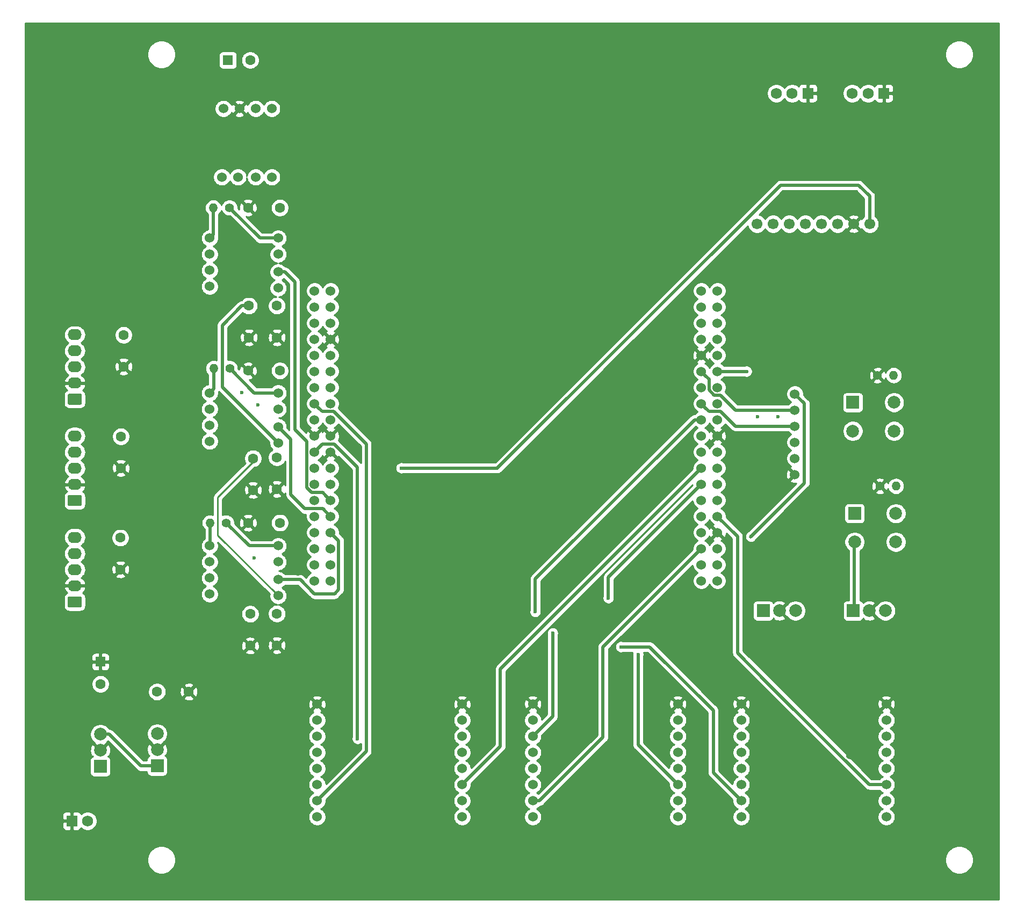
<source format=gbr>
G04 #@! TF.GenerationSoftware,KiCad,Pcbnew,(5.1.2)-2*
G04 #@! TF.CreationDate,2022-11-30T20:03:35+09:00*
G04 #@! TF.ProjectId,MCU_MotherBoard,4d43555f-4d6f-4746-9865-72426f617264,rev?*
G04 #@! TF.SameCoordinates,Original*
G04 #@! TF.FileFunction,Copper,L2,Bot*
G04 #@! TF.FilePolarity,Positive*
%FSLAX46Y46*%
G04 Gerber Fmt 4.6, Leading zero omitted, Abs format (unit mm)*
G04 Created by KiCad (PCBNEW (5.1.2)-2) date 2022-11-30 20:03:35*
%MOMM*%
%LPD*%
G04 APERTURE LIST*
%ADD10C,1.524000*%
%ADD11R,2.000000X2.000000*%
%ADD12C,2.000000*%
%ADD13C,1.600000*%
%ADD14R,1.600000X1.600000*%
%ADD15C,1.750000*%
%ADD16R,1.750000X1.750000*%
%ADD17O,2.200000X1.740000*%
%ADD18C,0.100000*%
%ADD19C,1.740000*%
%ADD20C,1.400000*%
%ADD21O,1.400000X1.400000*%
%ADD22C,1.700000*%
%ADD23C,0.600000*%
%ADD24C,0.500000*%
%ADD25C,0.250000*%
%ADD26C,0.254000*%
G04 APERTURE END LIST*
D10*
X130810000Y-99517200D03*
X130810000Y-86817200D03*
X133350000Y-99517200D03*
X130810000Y-84277200D03*
X133350000Y-89357200D03*
X133350000Y-84277200D03*
X133350000Y-86817200D03*
X130810000Y-89357200D03*
X133350000Y-96977200D03*
X133350000Y-107137200D03*
X133350000Y-102057200D03*
X130810000Y-107137200D03*
X133350000Y-104597200D03*
X130810000Y-91897200D03*
X130810000Y-102057200D03*
X133350000Y-94437200D03*
X130810000Y-96977200D03*
X133350000Y-91897200D03*
X130810000Y-94437200D03*
X130810000Y-104597200D03*
X130810000Y-79197200D03*
X133350000Y-81737200D03*
X130810000Y-76657200D03*
X130810000Y-81737200D03*
X133350000Y-79197200D03*
X133350000Y-76657200D03*
X130810000Y-69037200D03*
X130810000Y-71577200D03*
X130810000Y-74117200D03*
X133350000Y-74117200D03*
X133350000Y-71577200D03*
X130810000Y-63957200D03*
X130810000Y-61417200D03*
X133350000Y-63957200D03*
X133350000Y-69037200D03*
X130810000Y-66497200D03*
X133350000Y-61417200D03*
X133350000Y-66497200D03*
X72390000Y-66497200D03*
X72390000Y-61417200D03*
X69850000Y-66497200D03*
X72390000Y-63957200D03*
X69850000Y-61417200D03*
X69850000Y-63957200D03*
X72390000Y-74117200D03*
X72390000Y-69037200D03*
X69850000Y-74117200D03*
X72390000Y-71577200D03*
X69850000Y-69037200D03*
X69850000Y-71577200D03*
X72390000Y-81737200D03*
X72390000Y-76657200D03*
X69850000Y-81737200D03*
X72390000Y-79197200D03*
X69850000Y-76657200D03*
X69850000Y-79197200D03*
X69850000Y-102057200D03*
X72390000Y-104597200D03*
X72390000Y-102057200D03*
X69850000Y-104597200D03*
X69850000Y-107137200D03*
X72390000Y-107137200D03*
X69850000Y-94437200D03*
X72390000Y-96977200D03*
X72390000Y-94437200D03*
X69850000Y-96977200D03*
X69850000Y-99517200D03*
X72390000Y-99517200D03*
X69850000Y-91897200D03*
X72390000Y-91897200D03*
X69850000Y-89357200D03*
X72390000Y-89357200D03*
X69850000Y-86817200D03*
X72390000Y-86817200D03*
X72390000Y-84277200D03*
X69850000Y-84277200D03*
D11*
X36093400Y-136423400D03*
D12*
X36093400Y-133883400D03*
X36093400Y-131343400D03*
D13*
X36118800Y-123413400D03*
D14*
X36118800Y-119913400D03*
D13*
X50038000Y-124637800D03*
X45038000Y-124637800D03*
X59710200Y-25044400D03*
D14*
X56210200Y-25044400D03*
D13*
X59376500Y-48310800D03*
X64376500Y-48310800D03*
X63926500Y-68783200D03*
X63926500Y-63783200D03*
X59512200Y-63783200D03*
X59512200Y-68783200D03*
X39268400Y-100359200D03*
X39268400Y-105359200D03*
X59376500Y-97993200D03*
X64376500Y-97993200D03*
X59715400Y-117373400D03*
X59715400Y-112373400D03*
X63926500Y-112322600D03*
X63926500Y-117322600D03*
X59376500Y-74015600D03*
X64376500Y-74015600D03*
X60172600Y-92837000D03*
X60172600Y-87837000D03*
X63926500Y-87684600D03*
X63926500Y-92684600D03*
X39344600Y-84382600D03*
X39344600Y-89382600D03*
X39776400Y-68380600D03*
X39776400Y-73380600D03*
D15*
X142624800Y-30276800D03*
X145124800Y-30276800D03*
D16*
X147624800Y-30276800D03*
X159588800Y-30276800D03*
D15*
X157088800Y-30276800D03*
X154588800Y-30276800D03*
D16*
X31597600Y-145008600D03*
D15*
X34097600Y-145008600D03*
D17*
X32067600Y-68351400D03*
X32067600Y-70891400D03*
X32067600Y-73431400D03*
X32067600Y-75971400D03*
D18*
G36*
X32942105Y-77642604D02*
G01*
X32966373Y-77646204D01*
X32990172Y-77652165D01*
X33013271Y-77660430D01*
X33035450Y-77670920D01*
X33056493Y-77683532D01*
X33076199Y-77698147D01*
X33094377Y-77714623D01*
X33110853Y-77732801D01*
X33125468Y-77752507D01*
X33138080Y-77773550D01*
X33148570Y-77795729D01*
X33156835Y-77818828D01*
X33162796Y-77842627D01*
X33166396Y-77866895D01*
X33167600Y-77891399D01*
X33167600Y-79131401D01*
X33166396Y-79155905D01*
X33162796Y-79180173D01*
X33156835Y-79203972D01*
X33148570Y-79227071D01*
X33138080Y-79249250D01*
X33125468Y-79270293D01*
X33110853Y-79289999D01*
X33094377Y-79308177D01*
X33076199Y-79324653D01*
X33056493Y-79339268D01*
X33035450Y-79351880D01*
X33013271Y-79362370D01*
X32990172Y-79370635D01*
X32966373Y-79376596D01*
X32942105Y-79380196D01*
X32917601Y-79381400D01*
X31217599Y-79381400D01*
X31193095Y-79380196D01*
X31168827Y-79376596D01*
X31145028Y-79370635D01*
X31121929Y-79362370D01*
X31099750Y-79351880D01*
X31078707Y-79339268D01*
X31059001Y-79324653D01*
X31040823Y-79308177D01*
X31024347Y-79289999D01*
X31009732Y-79270293D01*
X30997120Y-79249250D01*
X30986630Y-79227071D01*
X30978365Y-79203972D01*
X30972404Y-79180173D01*
X30968804Y-79155905D01*
X30967600Y-79131401D01*
X30967600Y-77891399D01*
X30968804Y-77866895D01*
X30972404Y-77842627D01*
X30978365Y-77818828D01*
X30986630Y-77795729D01*
X30997120Y-77773550D01*
X31009732Y-77752507D01*
X31024347Y-77732801D01*
X31040823Y-77714623D01*
X31059001Y-77698147D01*
X31078707Y-77683532D01*
X31099750Y-77670920D01*
X31121929Y-77660430D01*
X31145028Y-77652165D01*
X31168827Y-77646204D01*
X31193095Y-77642604D01*
X31217599Y-77641400D01*
X32917601Y-77641400D01*
X32942105Y-77642604D01*
X32942105Y-77642604D01*
G37*
D19*
X32067600Y-78511400D03*
D18*
G36*
X32942105Y-93619204D02*
G01*
X32966373Y-93622804D01*
X32990172Y-93628765D01*
X33013271Y-93637030D01*
X33035450Y-93647520D01*
X33056493Y-93660132D01*
X33076199Y-93674747D01*
X33094377Y-93691223D01*
X33110853Y-93709401D01*
X33125468Y-93729107D01*
X33138080Y-93750150D01*
X33148570Y-93772329D01*
X33156835Y-93795428D01*
X33162796Y-93819227D01*
X33166396Y-93843495D01*
X33167600Y-93867999D01*
X33167600Y-95108001D01*
X33166396Y-95132505D01*
X33162796Y-95156773D01*
X33156835Y-95180572D01*
X33148570Y-95203671D01*
X33138080Y-95225850D01*
X33125468Y-95246893D01*
X33110853Y-95266599D01*
X33094377Y-95284777D01*
X33076199Y-95301253D01*
X33056493Y-95315868D01*
X33035450Y-95328480D01*
X33013271Y-95338970D01*
X32990172Y-95347235D01*
X32966373Y-95353196D01*
X32942105Y-95356796D01*
X32917601Y-95358000D01*
X31217599Y-95358000D01*
X31193095Y-95356796D01*
X31168827Y-95353196D01*
X31145028Y-95347235D01*
X31121929Y-95338970D01*
X31099750Y-95328480D01*
X31078707Y-95315868D01*
X31059001Y-95301253D01*
X31040823Y-95284777D01*
X31024347Y-95266599D01*
X31009732Y-95246893D01*
X30997120Y-95225850D01*
X30986630Y-95203671D01*
X30978365Y-95180572D01*
X30972404Y-95156773D01*
X30968804Y-95132505D01*
X30967600Y-95108001D01*
X30967600Y-93867999D01*
X30968804Y-93843495D01*
X30972404Y-93819227D01*
X30978365Y-93795428D01*
X30986630Y-93772329D01*
X30997120Y-93750150D01*
X31009732Y-93729107D01*
X31024347Y-93709401D01*
X31040823Y-93691223D01*
X31059001Y-93674747D01*
X31078707Y-93660132D01*
X31099750Y-93647520D01*
X31121929Y-93637030D01*
X31145028Y-93628765D01*
X31168827Y-93622804D01*
X31193095Y-93619204D01*
X31217599Y-93618000D01*
X32917601Y-93618000D01*
X32942105Y-93619204D01*
X32942105Y-93619204D01*
G37*
D19*
X32067600Y-94488000D03*
D17*
X32067600Y-91948000D03*
X32067600Y-89408000D03*
X32067600Y-86868000D03*
X32067600Y-84328000D03*
D18*
G36*
X32942105Y-109595804D02*
G01*
X32966373Y-109599404D01*
X32990172Y-109605365D01*
X33013271Y-109613630D01*
X33035450Y-109624120D01*
X33056493Y-109636732D01*
X33076199Y-109651347D01*
X33094377Y-109667823D01*
X33110853Y-109686001D01*
X33125468Y-109705707D01*
X33138080Y-109726750D01*
X33148570Y-109748929D01*
X33156835Y-109772028D01*
X33162796Y-109795827D01*
X33166396Y-109820095D01*
X33167600Y-109844599D01*
X33167600Y-111084601D01*
X33166396Y-111109105D01*
X33162796Y-111133373D01*
X33156835Y-111157172D01*
X33148570Y-111180271D01*
X33138080Y-111202450D01*
X33125468Y-111223493D01*
X33110853Y-111243199D01*
X33094377Y-111261377D01*
X33076199Y-111277853D01*
X33056493Y-111292468D01*
X33035450Y-111305080D01*
X33013271Y-111315570D01*
X32990172Y-111323835D01*
X32966373Y-111329796D01*
X32942105Y-111333396D01*
X32917601Y-111334600D01*
X31217599Y-111334600D01*
X31193095Y-111333396D01*
X31168827Y-111329796D01*
X31145028Y-111323835D01*
X31121929Y-111315570D01*
X31099750Y-111305080D01*
X31078707Y-111292468D01*
X31059001Y-111277853D01*
X31040823Y-111261377D01*
X31024347Y-111243199D01*
X31009732Y-111223493D01*
X30997120Y-111202450D01*
X30986630Y-111180271D01*
X30978365Y-111157172D01*
X30972404Y-111133373D01*
X30968804Y-111109105D01*
X30967600Y-111084601D01*
X30967600Y-109844599D01*
X30968804Y-109820095D01*
X30972404Y-109795827D01*
X30978365Y-109772028D01*
X30986630Y-109748929D01*
X30997120Y-109726750D01*
X31009732Y-109705707D01*
X31024347Y-109686001D01*
X31040823Y-109667823D01*
X31059001Y-109651347D01*
X31078707Y-109636732D01*
X31099750Y-109624120D01*
X31121929Y-109613630D01*
X31145028Y-109605365D01*
X31168827Y-109599404D01*
X31193095Y-109595804D01*
X31217599Y-109594600D01*
X32917601Y-109594600D01*
X32942105Y-109595804D01*
X32942105Y-109595804D01*
G37*
D19*
X32067600Y-110464600D03*
D17*
X32067600Y-107924600D03*
X32067600Y-105384600D03*
X32067600Y-102844600D03*
X32067600Y-100304600D03*
D20*
X158584900Y-74742040D03*
D21*
X161124900Y-74742040D03*
X161480500Y-92212160D03*
D20*
X158940500Y-92212160D03*
D21*
X53898800Y-48310800D03*
D20*
X56438800Y-48310800D03*
X55930800Y-97993200D03*
D21*
X53390800Y-97993200D03*
D20*
X56489600Y-73634600D03*
D21*
X53949600Y-73634600D03*
D11*
X154686000Y-79015200D03*
D12*
X161186000Y-79015200D03*
X154686000Y-83515200D03*
X161186000Y-83515200D03*
X161467800Y-101020000D03*
X154967800Y-101020000D03*
X161467800Y-96520000D03*
D11*
X154967800Y-96520000D03*
D12*
X159828800Y-111861600D03*
X157288800Y-111861600D03*
D11*
X154748800Y-111861600D03*
X45059600Y-136321800D03*
D12*
X45059600Y-133781800D03*
X45059600Y-131241800D03*
D10*
X127114300Y-144361200D03*
X127114300Y-141821200D03*
X127114300Y-139281200D03*
X127114300Y-136741200D03*
X127114300Y-134201200D03*
X127114300Y-131661200D03*
X127114300Y-129121200D03*
X127114300Y-126581200D03*
X104254300Y-144361200D03*
X104254300Y-141821200D03*
X104254300Y-139281200D03*
X104254300Y-136741200D03*
X104254300Y-134201200D03*
X104254300Y-131661200D03*
X104254300Y-129121200D03*
X104254300Y-126581200D03*
X137103800Y-126581200D03*
X137103800Y-129121200D03*
X137103800Y-131661200D03*
X137103800Y-134201200D03*
X137103800Y-136741200D03*
X137103800Y-139281200D03*
X137103800Y-141821200D03*
X137103800Y-144361200D03*
X159963800Y-126581200D03*
X159963800Y-129121200D03*
X159963800Y-131661200D03*
X159963800Y-134201200D03*
X159963800Y-136741200D03*
X159963800Y-139281200D03*
X159963800Y-141821200D03*
X159963800Y-144361200D03*
X93116400Y-144361200D03*
X93116400Y-141821200D03*
X93116400Y-139281200D03*
X93116400Y-136741200D03*
X93116400Y-134201200D03*
X93116400Y-131661200D03*
X93116400Y-129121200D03*
X93116400Y-126581200D03*
X70256400Y-144361200D03*
X70256400Y-141821200D03*
X70256400Y-139281200D03*
X70256400Y-136741200D03*
X70256400Y-134201200D03*
X70256400Y-131661200D03*
X70256400Y-129121200D03*
X70256400Y-126581200D03*
X145542000Y-77673200D03*
X145542000Y-80213200D03*
X145542000Y-82753200D03*
X145542000Y-85293200D03*
X145542000Y-87833200D03*
X145542000Y-90373200D03*
D22*
X157353000Y-50876200D03*
X154813000Y-50876200D03*
X152273000Y-50876200D03*
X149733000Y-50876200D03*
X147193000Y-50876200D03*
X144653000Y-50876200D03*
X142113000Y-50876200D03*
X139573000Y-50876200D03*
D12*
X145643600Y-111861600D03*
X143103600Y-111861600D03*
D11*
X140563600Y-111861600D03*
D10*
X63119000Y-32689800D03*
X60579000Y-32689800D03*
X55499000Y-32689800D03*
X55245000Y-43484800D03*
X57785000Y-43484800D03*
X60579000Y-43484800D03*
X63119000Y-43484800D03*
X58039000Y-32689800D03*
X53326500Y-53111400D03*
X53326500Y-55651400D03*
X53326500Y-60731400D03*
X64121500Y-60985400D03*
X64121500Y-58445400D03*
X64121500Y-55651400D03*
X64121500Y-53111400D03*
X53326500Y-58191400D03*
X53326500Y-101625400D03*
X53326500Y-104165400D03*
X53326500Y-109245400D03*
X64121500Y-109499400D03*
X64121500Y-106959400D03*
X64121500Y-104165400D03*
X64121500Y-101625400D03*
X53326500Y-106705400D03*
X53326500Y-82600800D03*
X64121500Y-77520800D03*
X64121500Y-80060800D03*
X64121500Y-82854800D03*
X64121500Y-85394800D03*
X53326500Y-85140800D03*
X53326500Y-80060800D03*
X53326500Y-77520800D03*
D23*
X45720000Y-77470000D03*
X41275000Y-77470000D03*
X49530000Y-72390000D03*
X49530000Y-66675000D03*
X49530000Y-77470000D03*
X36830000Y-77470000D03*
X36830000Y-81280000D03*
X41275000Y-81280000D03*
X45720000Y-81280000D03*
X49530000Y-81280000D03*
X42545000Y-89535000D03*
X47625000Y-85725000D03*
X46355000Y-88265000D03*
X41275000Y-93980000D03*
X45720000Y-93980000D03*
X49530000Y-93980000D03*
X49530000Y-97155000D03*
X45720000Y-97155000D03*
X41275000Y-97155000D03*
X37465000Y-97155000D03*
X37465000Y-93980000D03*
X45720000Y-100330000D03*
X49530000Y-100330000D03*
X53340000Y-88265000D03*
X53340000Y-93980000D03*
X53340000Y-90805000D03*
X43180000Y-105410000D03*
X48260000Y-105410000D03*
X45720000Y-105410000D03*
X50165000Y-105410000D03*
X43180000Y-111760000D03*
X45720000Y-111760000D03*
X48260000Y-111760000D03*
X50165000Y-111760000D03*
X40005000Y-111760000D03*
X36830000Y-111760000D03*
X50165000Y-115570000D03*
X46355000Y-115570000D03*
X43180000Y-115570000D03*
X40005000Y-115570000D03*
X45085000Y-119380000D03*
X45085000Y-117475000D03*
X25400000Y-72390000D03*
X25400000Y-76835000D03*
X25400000Y-84455000D03*
X25400000Y-91440000D03*
X25400000Y-97790000D03*
X25400000Y-102235000D03*
X25400000Y-110490000D03*
X25400000Y-106045000D03*
X25400000Y-115570000D03*
X151130000Y-29845000D03*
X155575000Y-55880000D03*
X155575000Y-59055000D03*
X159385000Y-59055000D03*
X159385000Y-62230000D03*
X162560000Y-62230000D03*
X155575000Y-62230000D03*
X151765000Y-62230000D03*
X148590000Y-66040000D03*
X155575000Y-66040000D03*
X151765000Y-66040000D03*
X159385000Y-66040000D03*
X162560000Y-66040000D03*
X162560000Y-69215000D03*
X159385000Y-69215000D03*
X155575000Y-69215000D03*
X151765000Y-69215000D03*
X148590000Y-69215000D03*
X145415000Y-69215000D03*
X145415000Y-72390000D03*
X142875000Y-72390000D03*
X148590000Y-72390000D03*
X155575000Y-72390000D03*
X151765000Y-72390000D03*
X159385000Y-72390000D03*
X142875000Y-78105000D03*
X139700000Y-78105000D03*
X139700000Y-81280000D03*
X142875000Y-81280000D03*
X148590000Y-78105000D03*
X151765000Y-78105000D03*
X151765000Y-81280000D03*
X148590000Y-81280000D03*
X148590000Y-85090000D03*
X145415000Y-109220000D03*
X151765000Y-109220000D03*
X62230000Y-90170000D03*
X67310000Y-97790000D03*
X61595000Y-97790000D03*
X60325000Y-100330000D03*
X60960000Y-72390000D03*
X59690000Y-66675000D03*
X64135000Y-66675000D03*
X62230000Y-48260000D03*
X59055000Y-45720000D03*
X60960000Y-54610000D03*
X58420000Y-54610000D03*
X58420000Y-57785000D03*
X56515000Y-60325000D03*
X53975000Y-64135000D03*
X53975000Y-67945000D03*
X53975000Y-70485000D03*
X60960000Y-74930000D03*
X60960000Y-79375000D03*
X58420000Y-77470000D03*
X58420000Y-82550000D03*
X56515000Y-85090000D03*
X54610000Y-86995000D03*
X64135000Y-90170000D03*
X60325000Y-90170000D03*
X64135000Y-95250000D03*
X67310000Y-100330000D03*
X67310000Y-103505000D03*
X60325000Y-103505000D03*
X67310000Y-106045000D03*
X57150000Y-107315000D03*
X60325000Y-109220000D03*
X57150000Y-113030000D03*
X55245000Y-115570000D03*
X53340000Y-111760000D03*
X55245000Y-117475000D03*
X55245000Y-119380000D03*
X55245000Y-121920000D03*
X55245000Y-124460000D03*
X55245000Y-126365000D03*
X53340000Y-126365000D03*
X53340000Y-124460000D03*
X53340000Y-121920000D03*
X53340000Y-119380000D03*
X51435000Y-121920000D03*
X51435000Y-126365000D03*
X51435000Y-128905000D03*
X53340000Y-128905000D03*
X53340000Y-132080000D03*
X51435000Y-132080000D03*
X51435000Y-134620000D03*
X53340000Y-134620000D03*
D20*
X154305000Y-134620000D03*
X154305000Y-142240000D03*
X144145000Y-142240000D03*
X144145000Y-134620000D03*
X120015000Y-138430000D03*
X113030000Y-138430000D03*
X113030000Y-144780000D03*
X120015000Y-144780000D03*
X111760000Y-123190000D03*
X111760000Y-114935000D03*
X125095000Y-104140000D03*
X115570000Y-100330000D03*
X109220000Y-107315000D03*
D23*
X163830000Y-114935000D03*
X163830000Y-119380000D03*
X163830000Y-125730000D03*
X163830000Y-132080000D03*
X163830000Y-137795000D03*
X163830000Y-142240000D03*
X87630000Y-138430000D03*
X76200000Y-138430000D03*
X76200000Y-144780000D03*
X87630000Y-144780000D03*
X82550000Y-144780000D03*
X82550000Y-138430000D03*
X83185000Y-97155000D03*
X83185000Y-107950000D03*
X94615000Y-97155000D03*
X94615000Y-107950000D03*
X83185000Y-118745000D03*
X83185000Y-125730000D03*
X88900000Y-113665000D03*
X72390000Y-114935000D03*
X72390000Y-123190000D03*
X83185000Y-81280000D03*
X83185000Y-86995000D03*
X91440000Y-86995000D03*
X91440000Y-92710000D03*
X83185000Y-93345000D03*
X80010000Y-81280000D03*
X80010000Y-93345000D03*
X83185000Y-102235000D03*
X94615000Y-102235000D03*
X104775000Y-102235000D03*
X40640000Y-126365000D03*
X40640000Y-130810000D03*
X40640000Y-137795000D03*
X40640000Y-143510000D03*
X94615000Y-120650000D03*
X101600000Y-114935000D03*
X88900000Y-129540000D03*
X83185000Y-132715000D03*
X97790000Y-125730000D03*
X97155000Y-132715000D03*
X104140000Y-120650000D03*
X104775000Y-123190000D03*
X139700000Y-87630000D03*
X142875000Y-87630000D03*
X142875000Y-92075000D03*
X139700000Y-92075000D03*
X148590000Y-92075000D03*
X151765000Y-92075000D03*
X151765000Y-88900000D03*
X151765000Y-95250000D03*
X148590000Y-95250000D03*
X155575000Y-92075000D03*
X155575000Y-88900000D03*
X151765000Y-117475000D03*
X145415000Y-117475000D03*
X151765000Y-126365000D03*
X134620000Y-117475000D03*
X126365000Y-117475000D03*
X126365000Y-123190000D03*
X134620000Y-123190000D03*
X141605000Y-117475000D03*
X83515200Y-89357200D03*
X120853200Y-118745000D03*
X138620500Y-100164900D03*
X116154200Y-109855000D03*
X107391200Y-115392200D03*
X104648000Y-112039400D03*
X137947400Y-74117200D03*
X118135400Y-117551200D03*
X76631800Y-132029200D03*
D24*
X43559600Y-136321800D02*
X45059600Y-136321800D01*
X42486013Y-136321800D02*
X43559600Y-136321800D01*
X37507613Y-131343400D02*
X42486013Y-136321800D01*
X36093400Y-131343400D02*
X37507613Y-131343400D01*
X58380830Y-63783200D02*
X55298340Y-66865690D01*
X59512200Y-63783200D02*
X58380830Y-63783200D01*
X55298340Y-76571640D02*
X64121500Y-85394800D01*
X55298340Y-66865690D02*
X55298340Y-76571640D01*
D25*
X60172600Y-88417400D02*
X60172600Y-87837000D01*
X54610000Y-93980000D02*
X60172600Y-88417400D01*
X64121500Y-109499400D02*
X54610000Y-99987900D01*
X54610000Y-99987900D02*
X54610000Y-93980000D01*
D24*
X53898800Y-52539100D02*
X53326500Y-53111400D01*
X53898800Y-48310800D02*
X53898800Y-52539100D01*
X61239400Y-53111400D02*
X64121500Y-53111400D01*
X56438800Y-48310800D02*
X61239400Y-53111400D01*
X59563000Y-101625400D02*
X64121500Y-101625400D01*
X55930800Y-97993200D02*
X59563000Y-101625400D01*
X53390800Y-101561100D02*
X53326500Y-101625400D01*
X53390800Y-97993200D02*
X53390800Y-101561100D01*
X60375800Y-77520800D02*
X64121500Y-77520800D01*
X56489600Y-73634600D02*
X60375800Y-77520800D01*
X53949600Y-76897700D02*
X53326500Y-77520800D01*
X53949600Y-73634600D02*
X53949600Y-76897700D01*
X154915800Y-111694600D02*
X154748800Y-111861600D01*
X154915800Y-101005200D02*
X154915800Y-111694600D01*
X83515200Y-89357200D02*
X98723998Y-89357200D01*
X98729800Y-89351398D02*
X98729800Y-89357200D01*
X143300998Y-44780200D02*
X98729800Y-89351398D01*
X155625800Y-44780200D02*
X143300998Y-44780200D01*
X157353000Y-50876200D02*
X157353000Y-46507400D01*
X157353000Y-46507400D02*
X155625800Y-44780200D01*
X120853200Y-133020100D02*
X120853200Y-118745000D01*
X127114300Y-139281200D02*
X120853200Y-133020100D01*
X120853200Y-118745000D02*
X120853200Y-118745000D01*
X93116400Y-139281200D02*
X99136200Y-133261400D01*
X99136200Y-121031000D02*
X130810000Y-89357200D01*
X99136200Y-133261400D02*
X99136200Y-121031000D01*
X159963800Y-139281200D02*
X157289800Y-139281200D01*
X157289800Y-139281200D02*
X141401800Y-123393200D01*
X136525000Y-100152200D02*
X133350000Y-96977200D01*
X136525000Y-118516400D02*
X136525000Y-100152200D01*
X141401800Y-123393200D02*
X136525000Y-118516400D01*
X147054001Y-79185201D02*
X147054001Y-91731399D01*
X145542000Y-77673200D02*
X147054001Y-79185201D01*
X147054001Y-91731399D02*
X138620500Y-100164900D01*
X138620500Y-100164900D02*
X138582400Y-100203000D01*
X116154200Y-106553000D02*
X116154200Y-109855000D01*
X130810000Y-91897200D02*
X116154200Y-106553000D01*
X105331930Y-141821200D02*
X115316000Y-131837130D01*
X104254300Y-141821200D02*
X105331930Y-141821200D01*
X115316000Y-117551200D02*
X130810000Y-102057200D01*
X115316000Y-131837130D02*
X115316000Y-117551200D01*
X131571999Y-79959199D02*
X130810000Y-79197200D01*
X132022001Y-80409201D02*
X131571999Y-79959199D01*
X133815763Y-80409201D02*
X132022001Y-80409201D01*
X136159762Y-82753200D02*
X133815763Y-80409201D01*
X145542000Y-82753200D02*
X136159762Y-82753200D01*
X105466301Y-130449199D02*
X105466301Y-130448899D01*
X104254300Y-131661200D02*
X105466301Y-130449199D01*
X105466301Y-130448899D02*
X107391200Y-128524000D01*
X107391200Y-128524000D02*
X107391200Y-115392200D01*
X107391200Y-115392200D02*
X107391200Y-115392200D01*
X104648000Y-111615136D02*
X104648000Y-112039400D01*
X104648000Y-106821570D02*
X104648000Y-111615136D01*
X129732370Y-81737200D02*
X104648000Y-106821570D01*
X130810000Y-81737200D02*
X129732370Y-81737200D01*
X131571999Y-74879199D02*
X130810000Y-74117200D01*
X132022001Y-77056401D02*
X132022001Y-75329201D01*
X132834801Y-77869201D02*
X132022001Y-77056401D01*
X132022001Y-75329201D02*
X131571999Y-74879199D01*
X133815763Y-77869201D02*
X132834801Y-77869201D01*
X136159762Y-80213200D02*
X133815763Y-77869201D01*
X145542000Y-80213200D02*
X136159762Y-80213200D01*
X133350000Y-74117200D02*
X134427630Y-74117200D01*
X134427630Y-74117200D02*
X137947400Y-74117200D01*
X137947400Y-74117200D02*
X137947400Y-74117200D01*
X137103800Y-141821200D02*
X132689600Y-137407000D01*
X132689600Y-137407000D02*
X132689600Y-127584200D01*
X132689600Y-127584200D02*
X122656600Y-117551200D01*
X122656600Y-117551200D02*
X118135400Y-117551200D01*
X118135400Y-117551200D02*
X118135400Y-117551200D01*
X70611999Y-79959199D02*
X69850000Y-79197200D01*
X71062001Y-80409201D02*
X70611999Y-79959199D01*
X72855763Y-80409201D02*
X71062001Y-80409201D01*
X78028800Y-85582238D02*
X72855763Y-80409201D01*
X78028800Y-134048800D02*
X78028800Y-85582238D01*
X70256400Y-141821200D02*
X78028800Y-134048800D01*
X66116200Y-84849500D02*
X64121500Y-82854800D01*
X66116200Y-93573600D02*
X66116200Y-84849500D01*
X68307799Y-95765199D02*
X66116200Y-93573600D01*
X72390000Y-96977200D02*
X71177999Y-95765199D01*
X71177999Y-95765199D02*
X68307799Y-95765199D01*
X71177999Y-93225199D02*
X71628001Y-93675201D01*
X69384237Y-93225199D02*
X71177999Y-93225199D01*
X71628001Y-93675201D02*
X72390000Y-94437200D01*
X65199130Y-58445400D02*
X66751200Y-59997470D01*
X64121500Y-58445400D02*
X65199130Y-58445400D01*
X66751200Y-59997470D02*
X66751200Y-83261200D01*
X66751200Y-83261200D02*
X68637999Y-85147999D01*
X68637999Y-85147999D02*
X68637999Y-92478961D01*
X68637999Y-92478961D02*
X69384237Y-93225199D01*
X73660000Y-100787200D02*
X72390000Y-99517200D01*
X73660000Y-108559600D02*
X73660000Y-100787200D01*
X72999600Y-109220000D02*
X73660000Y-108559600D01*
X69850000Y-109220000D02*
X72999600Y-109220000D01*
X64121500Y-106959400D02*
X67589400Y-106959400D01*
X67589400Y-106959400D02*
X69850000Y-109220000D01*
X72971761Y-85605199D02*
X76631800Y-89265238D01*
X69850000Y-86817200D02*
X71062001Y-85605199D01*
X71062001Y-85605199D02*
X72971761Y-85605199D01*
X76631800Y-89265238D02*
X76631800Y-97866200D01*
X76631800Y-97866200D02*
X76631800Y-132029200D01*
X76631800Y-132029200D02*
X76631800Y-132029200D01*
D26*
G36*
X177673000Y-157353000D02*
G01*
X24257000Y-157353000D01*
X24257000Y-150909872D01*
X43485000Y-150909872D01*
X43485000Y-151350128D01*
X43570890Y-151781925D01*
X43739369Y-152188669D01*
X43983962Y-152554729D01*
X44295271Y-152866038D01*
X44661331Y-153110631D01*
X45068075Y-153279110D01*
X45499872Y-153365000D01*
X45940128Y-153365000D01*
X46371925Y-153279110D01*
X46778669Y-153110631D01*
X47144729Y-152866038D01*
X47456038Y-152554729D01*
X47700631Y-152188669D01*
X47869110Y-151781925D01*
X47955000Y-151350128D01*
X47955000Y-150909872D01*
X169215000Y-150909872D01*
X169215000Y-151350128D01*
X169300890Y-151781925D01*
X169469369Y-152188669D01*
X169713962Y-152554729D01*
X170025271Y-152866038D01*
X170391331Y-153110631D01*
X170798075Y-153279110D01*
X171229872Y-153365000D01*
X171670128Y-153365000D01*
X172101925Y-153279110D01*
X172508669Y-153110631D01*
X172874729Y-152866038D01*
X173186038Y-152554729D01*
X173430631Y-152188669D01*
X173599110Y-151781925D01*
X173685000Y-151350128D01*
X173685000Y-150909872D01*
X173599110Y-150478075D01*
X173430631Y-150071331D01*
X173186038Y-149705271D01*
X172874729Y-149393962D01*
X172508669Y-149149369D01*
X172101925Y-148980890D01*
X171670128Y-148895000D01*
X171229872Y-148895000D01*
X170798075Y-148980890D01*
X170391331Y-149149369D01*
X170025271Y-149393962D01*
X169713962Y-149705271D01*
X169469369Y-150071331D01*
X169300890Y-150478075D01*
X169215000Y-150909872D01*
X47955000Y-150909872D01*
X47869110Y-150478075D01*
X47700631Y-150071331D01*
X47456038Y-149705271D01*
X47144729Y-149393962D01*
X46778669Y-149149369D01*
X46371925Y-148980890D01*
X45940128Y-148895000D01*
X45499872Y-148895000D01*
X45068075Y-148980890D01*
X44661331Y-149149369D01*
X44295271Y-149393962D01*
X43983962Y-149705271D01*
X43739369Y-150071331D01*
X43570890Y-150478075D01*
X43485000Y-150909872D01*
X24257000Y-150909872D01*
X24257000Y-145883600D01*
X30084528Y-145883600D01*
X30096788Y-146008082D01*
X30133098Y-146127780D01*
X30192063Y-146238094D01*
X30271415Y-146334785D01*
X30368106Y-146414137D01*
X30478420Y-146473102D01*
X30598118Y-146509412D01*
X30722600Y-146521672D01*
X31311850Y-146518600D01*
X31470600Y-146359850D01*
X31470600Y-145135600D01*
X30246350Y-145135600D01*
X30087600Y-145294350D01*
X30084528Y-145883600D01*
X24257000Y-145883600D01*
X24257000Y-144133600D01*
X30084528Y-144133600D01*
X30087600Y-144722850D01*
X30246350Y-144881600D01*
X31470600Y-144881600D01*
X31470600Y-143657350D01*
X31724600Y-143657350D01*
X31724600Y-144881600D01*
X31744600Y-144881600D01*
X31744600Y-145135600D01*
X31724600Y-145135600D01*
X31724600Y-146359850D01*
X31883350Y-146518600D01*
X32472600Y-146521672D01*
X32597082Y-146509412D01*
X32716780Y-146473102D01*
X32827094Y-146414137D01*
X32923785Y-146334785D01*
X33003137Y-146238094D01*
X33062102Y-146127780D01*
X33066574Y-146113036D01*
X33135031Y-146181493D01*
X33382347Y-146346744D01*
X33657149Y-146460571D01*
X33948878Y-146518600D01*
X34246322Y-146518600D01*
X34538051Y-146460571D01*
X34812853Y-146346744D01*
X35060169Y-146181493D01*
X35270493Y-145971169D01*
X35435744Y-145723853D01*
X35549571Y-145449051D01*
X35607600Y-145157322D01*
X35607600Y-144859878D01*
X35549571Y-144568149D01*
X35435744Y-144293347D01*
X35270493Y-144046031D01*
X35060169Y-143835707D01*
X34812853Y-143670456D01*
X34538051Y-143556629D01*
X34246322Y-143498600D01*
X33948878Y-143498600D01*
X33657149Y-143556629D01*
X33382347Y-143670456D01*
X33135031Y-143835707D01*
X33066574Y-143904164D01*
X33062102Y-143889420D01*
X33003137Y-143779106D01*
X32923785Y-143682415D01*
X32827094Y-143603063D01*
X32716780Y-143544098D01*
X32597082Y-143507788D01*
X32472600Y-143495528D01*
X31883350Y-143498600D01*
X31724600Y-143657350D01*
X31470600Y-143657350D01*
X31311850Y-143498600D01*
X30722600Y-143495528D01*
X30598118Y-143507788D01*
X30478420Y-143544098D01*
X30368106Y-143603063D01*
X30271415Y-143682415D01*
X30192063Y-143779106D01*
X30133098Y-143889420D01*
X30096788Y-144009118D01*
X30084528Y-144133600D01*
X24257000Y-144133600D01*
X24257000Y-133945995D01*
X34451682Y-133945995D01*
X34495439Y-134265075D01*
X34600605Y-134569488D01*
X34693586Y-134743444D01*
X34900433Y-134818363D01*
X34849220Y-134833898D01*
X34738906Y-134892863D01*
X34642215Y-134972215D01*
X34562863Y-135068906D01*
X34503898Y-135179220D01*
X34467588Y-135298918D01*
X34455328Y-135423400D01*
X34455328Y-137423400D01*
X34467588Y-137547882D01*
X34503898Y-137667580D01*
X34562863Y-137777894D01*
X34642215Y-137874585D01*
X34738906Y-137953937D01*
X34849220Y-138012902D01*
X34968918Y-138049212D01*
X35093400Y-138061472D01*
X37093400Y-138061472D01*
X37217882Y-138049212D01*
X37337580Y-138012902D01*
X37447894Y-137953937D01*
X37544585Y-137874585D01*
X37623937Y-137777894D01*
X37682902Y-137667580D01*
X37719212Y-137547882D01*
X37731472Y-137423400D01*
X37731472Y-135423400D01*
X37719212Y-135298918D01*
X37682902Y-135179220D01*
X37623937Y-135068906D01*
X37544585Y-134972215D01*
X37447894Y-134892863D01*
X37337580Y-134833898D01*
X37286367Y-134818363D01*
X37493214Y-134743444D01*
X37634104Y-134453829D01*
X37715784Y-134142292D01*
X37735118Y-133820805D01*
X37691361Y-133501725D01*
X37586195Y-133197312D01*
X37493214Y-133023356D01*
X37228813Y-132927592D01*
X36273005Y-133883400D01*
X36287148Y-133897543D01*
X36107543Y-134077148D01*
X36093400Y-134063005D01*
X36079258Y-134077148D01*
X35899653Y-133897543D01*
X35913795Y-133883400D01*
X34957987Y-132927592D01*
X34693586Y-133023356D01*
X34552696Y-133312971D01*
X34471016Y-133624508D01*
X34451682Y-133945995D01*
X24257000Y-133945995D01*
X24257000Y-131182367D01*
X34458400Y-131182367D01*
X34458400Y-131504433D01*
X34521232Y-131820312D01*
X34644482Y-132117863D01*
X34823413Y-132385652D01*
X35051148Y-132613387D01*
X35160000Y-132686120D01*
X35137592Y-132747987D01*
X36093400Y-133703795D01*
X37049208Y-132747987D01*
X37026800Y-132686120D01*
X37135652Y-132613387D01*
X37330837Y-132418202D01*
X41829483Y-136916849D01*
X41857196Y-136950617D01*
X41890964Y-136978330D01*
X41890966Y-136978332D01*
X41991954Y-137061211D01*
X42145700Y-137143389D01*
X42312523Y-137193995D01*
X42442536Y-137206800D01*
X42442544Y-137206800D01*
X42486013Y-137211081D01*
X42529482Y-137206800D01*
X43421528Y-137206800D01*
X43421528Y-137321800D01*
X43433788Y-137446282D01*
X43470098Y-137565980D01*
X43529063Y-137676294D01*
X43608415Y-137772985D01*
X43705106Y-137852337D01*
X43815420Y-137911302D01*
X43935118Y-137947612D01*
X44059600Y-137959872D01*
X46059600Y-137959872D01*
X46184082Y-137947612D01*
X46303780Y-137911302D01*
X46414094Y-137852337D01*
X46510785Y-137772985D01*
X46590137Y-137676294D01*
X46649102Y-137565980D01*
X46685412Y-137446282D01*
X46697672Y-137321800D01*
X46697672Y-135321800D01*
X46685412Y-135197318D01*
X46649102Y-135077620D01*
X46590137Y-134967306D01*
X46510785Y-134870615D01*
X46414094Y-134791263D01*
X46303780Y-134732298D01*
X46252567Y-134716763D01*
X46459414Y-134641844D01*
X46600304Y-134352229D01*
X46681984Y-134040692D01*
X46701318Y-133719205D01*
X46657561Y-133400125D01*
X46552395Y-133095712D01*
X46459414Y-132921756D01*
X46195013Y-132825992D01*
X45239205Y-133781800D01*
X45253348Y-133795943D01*
X45073743Y-133975548D01*
X45059600Y-133961405D01*
X45045458Y-133975548D01*
X44865853Y-133795943D01*
X44879995Y-133781800D01*
X43924187Y-132825992D01*
X43659786Y-132921756D01*
X43518896Y-133211371D01*
X43437216Y-133522908D01*
X43417882Y-133844395D01*
X43461639Y-134163475D01*
X43566805Y-134467888D01*
X43659786Y-134641844D01*
X43866633Y-134716763D01*
X43815420Y-134732298D01*
X43705106Y-134791263D01*
X43608415Y-134870615D01*
X43529063Y-134967306D01*
X43470098Y-135077620D01*
X43433788Y-135197318D01*
X43421528Y-135321800D01*
X43421528Y-135436800D01*
X42852592Y-135436800D01*
X38496559Y-131080767D01*
X43424600Y-131080767D01*
X43424600Y-131402833D01*
X43487432Y-131718712D01*
X43610682Y-132016263D01*
X43789613Y-132284052D01*
X44017348Y-132511787D01*
X44126200Y-132584520D01*
X44103792Y-132646387D01*
X45059600Y-133602195D01*
X46015408Y-132646387D01*
X45993000Y-132584520D01*
X46101852Y-132511787D01*
X46329587Y-132284052D01*
X46508518Y-132016263D01*
X46631768Y-131718712D01*
X46694600Y-131402833D01*
X46694600Y-131080767D01*
X46631768Y-130764888D01*
X46508518Y-130467337D01*
X46329587Y-130199548D01*
X46101852Y-129971813D01*
X45834063Y-129792882D01*
X45536512Y-129669632D01*
X45220633Y-129606800D01*
X44898567Y-129606800D01*
X44582688Y-129669632D01*
X44285137Y-129792882D01*
X44017348Y-129971813D01*
X43789613Y-130199548D01*
X43610682Y-130467337D01*
X43487432Y-130764888D01*
X43424600Y-131080767D01*
X38496559Y-131080767D01*
X38164147Y-130748356D01*
X38136430Y-130714583D01*
X38001672Y-130603989D01*
X37847926Y-130521811D01*
X37681103Y-130471205D01*
X37551090Y-130458400D01*
X37551082Y-130458400D01*
X37507613Y-130454119D01*
X37468193Y-130458001D01*
X37363387Y-130301148D01*
X37135652Y-130073413D01*
X36867863Y-129894482D01*
X36570312Y-129771232D01*
X36254433Y-129708400D01*
X35932367Y-129708400D01*
X35616488Y-129771232D01*
X35318937Y-129894482D01*
X35051148Y-130073413D01*
X34823413Y-130301148D01*
X34644482Y-130568937D01*
X34521232Y-130866488D01*
X34458400Y-131182367D01*
X24257000Y-131182367D01*
X24257000Y-126653217D01*
X68854490Y-126653217D01*
X68895478Y-126925333D01*
X68988764Y-127184223D01*
X69050744Y-127300180D01*
X69290835Y-127367160D01*
X70076795Y-126581200D01*
X70436005Y-126581200D01*
X71221965Y-127367160D01*
X71462056Y-127300180D01*
X71579156Y-127051152D01*
X71645423Y-126784065D01*
X71658310Y-126509183D01*
X71617322Y-126237067D01*
X71524036Y-125978177D01*
X71462056Y-125862220D01*
X71221965Y-125795240D01*
X70436005Y-126581200D01*
X70076795Y-126581200D01*
X69290835Y-125795240D01*
X69050744Y-125862220D01*
X68933644Y-126111248D01*
X68867377Y-126378335D01*
X68854490Y-126653217D01*
X24257000Y-126653217D01*
X24257000Y-123272065D01*
X34683800Y-123272065D01*
X34683800Y-123554735D01*
X34738947Y-123831974D01*
X34847120Y-124093127D01*
X35004163Y-124328159D01*
X35204041Y-124528037D01*
X35439073Y-124685080D01*
X35700226Y-124793253D01*
X35977465Y-124848400D01*
X36260135Y-124848400D01*
X36537374Y-124793253D01*
X36798527Y-124685080D01*
X37033559Y-124528037D01*
X37065131Y-124496465D01*
X43603000Y-124496465D01*
X43603000Y-124779135D01*
X43658147Y-125056374D01*
X43766320Y-125317527D01*
X43923363Y-125552559D01*
X44123241Y-125752437D01*
X44358273Y-125909480D01*
X44619426Y-126017653D01*
X44896665Y-126072800D01*
X45179335Y-126072800D01*
X45456574Y-126017653D01*
X45717727Y-125909480D01*
X45952759Y-125752437D01*
X46074694Y-125630502D01*
X49224903Y-125630502D01*
X49296486Y-125874471D01*
X49551996Y-125995371D01*
X49826184Y-126064100D01*
X50108512Y-126078017D01*
X50388130Y-126036587D01*
X50654292Y-125941403D01*
X50779514Y-125874471D01*
X50851097Y-125630502D01*
X50836230Y-125615635D01*
X69470440Y-125615635D01*
X70256400Y-126401595D01*
X71042360Y-125615635D01*
X70975380Y-125375544D01*
X70726352Y-125258444D01*
X70459265Y-125192177D01*
X70184383Y-125179290D01*
X69912267Y-125220278D01*
X69653377Y-125313564D01*
X69537420Y-125375544D01*
X69470440Y-125615635D01*
X50836230Y-125615635D01*
X50038000Y-124817405D01*
X49224903Y-125630502D01*
X46074694Y-125630502D01*
X46152637Y-125552559D01*
X46309680Y-125317527D01*
X46417853Y-125056374D01*
X46473000Y-124779135D01*
X46473000Y-124708312D01*
X48597783Y-124708312D01*
X48639213Y-124987930D01*
X48734397Y-125254092D01*
X48801329Y-125379314D01*
X49045298Y-125450897D01*
X49858395Y-124637800D01*
X50217605Y-124637800D01*
X51030702Y-125450897D01*
X51274671Y-125379314D01*
X51395571Y-125123804D01*
X51464300Y-124849616D01*
X51478217Y-124567288D01*
X51436787Y-124287670D01*
X51341603Y-124021508D01*
X51274671Y-123896286D01*
X51030702Y-123824703D01*
X50217605Y-124637800D01*
X49858395Y-124637800D01*
X49045298Y-123824703D01*
X48801329Y-123896286D01*
X48680429Y-124151796D01*
X48611700Y-124425984D01*
X48597783Y-124708312D01*
X46473000Y-124708312D01*
X46473000Y-124496465D01*
X46417853Y-124219226D01*
X46309680Y-123958073D01*
X46152637Y-123723041D01*
X46074694Y-123645098D01*
X49224903Y-123645098D01*
X50038000Y-124458195D01*
X50851097Y-123645098D01*
X50779514Y-123401129D01*
X50524004Y-123280229D01*
X50249816Y-123211500D01*
X49967488Y-123197583D01*
X49687870Y-123239013D01*
X49421708Y-123334197D01*
X49296486Y-123401129D01*
X49224903Y-123645098D01*
X46074694Y-123645098D01*
X45952759Y-123523163D01*
X45717727Y-123366120D01*
X45456574Y-123257947D01*
X45179335Y-123202800D01*
X44896665Y-123202800D01*
X44619426Y-123257947D01*
X44358273Y-123366120D01*
X44123241Y-123523163D01*
X43923363Y-123723041D01*
X43766320Y-123958073D01*
X43658147Y-124219226D01*
X43603000Y-124496465D01*
X37065131Y-124496465D01*
X37233437Y-124328159D01*
X37390480Y-124093127D01*
X37498653Y-123831974D01*
X37553800Y-123554735D01*
X37553800Y-123272065D01*
X37498653Y-122994826D01*
X37390480Y-122733673D01*
X37233437Y-122498641D01*
X37033559Y-122298763D01*
X36798527Y-122141720D01*
X36537374Y-122033547D01*
X36260135Y-121978400D01*
X35977465Y-121978400D01*
X35700226Y-122033547D01*
X35439073Y-122141720D01*
X35204041Y-122298763D01*
X35004163Y-122498641D01*
X34847120Y-122733673D01*
X34738947Y-122994826D01*
X34683800Y-123272065D01*
X24257000Y-123272065D01*
X24257000Y-120713400D01*
X34680728Y-120713400D01*
X34692988Y-120837882D01*
X34729298Y-120957580D01*
X34788263Y-121067894D01*
X34867615Y-121164585D01*
X34964306Y-121243937D01*
X35074620Y-121302902D01*
X35194318Y-121339212D01*
X35318800Y-121351472D01*
X35833050Y-121348400D01*
X35991800Y-121189650D01*
X35991800Y-120040400D01*
X36245800Y-120040400D01*
X36245800Y-121189650D01*
X36404550Y-121348400D01*
X36918800Y-121351472D01*
X37043282Y-121339212D01*
X37162980Y-121302902D01*
X37273294Y-121243937D01*
X37369985Y-121164585D01*
X37449337Y-121067894D01*
X37508302Y-120957580D01*
X37544612Y-120837882D01*
X37556872Y-120713400D01*
X37553800Y-120199150D01*
X37395050Y-120040400D01*
X36245800Y-120040400D01*
X35991800Y-120040400D01*
X34842550Y-120040400D01*
X34683800Y-120199150D01*
X34680728Y-120713400D01*
X24257000Y-120713400D01*
X24257000Y-119113400D01*
X34680728Y-119113400D01*
X34683800Y-119627650D01*
X34842550Y-119786400D01*
X35991800Y-119786400D01*
X35991800Y-118637150D01*
X36245800Y-118637150D01*
X36245800Y-119786400D01*
X37395050Y-119786400D01*
X37553800Y-119627650D01*
X37556872Y-119113400D01*
X37544612Y-118988918D01*
X37508302Y-118869220D01*
X37449337Y-118758906D01*
X37369985Y-118662215D01*
X37273294Y-118582863D01*
X37162980Y-118523898D01*
X37043282Y-118487588D01*
X36918800Y-118475328D01*
X36404550Y-118478400D01*
X36245800Y-118637150D01*
X35991800Y-118637150D01*
X35833050Y-118478400D01*
X35318800Y-118475328D01*
X35194318Y-118487588D01*
X35074620Y-118523898D01*
X34964306Y-118582863D01*
X34867615Y-118662215D01*
X34788263Y-118758906D01*
X34729298Y-118869220D01*
X34692988Y-118988918D01*
X34680728Y-119113400D01*
X24257000Y-119113400D01*
X24257000Y-118366102D01*
X58902303Y-118366102D01*
X58973886Y-118610071D01*
X59229396Y-118730971D01*
X59503584Y-118799700D01*
X59785912Y-118813617D01*
X60065530Y-118772187D01*
X60331692Y-118677003D01*
X60456914Y-118610071D01*
X60528497Y-118366102D01*
X60477697Y-118315302D01*
X63113403Y-118315302D01*
X63184986Y-118559271D01*
X63440496Y-118680171D01*
X63714684Y-118748900D01*
X63997012Y-118762817D01*
X64276630Y-118721387D01*
X64542792Y-118626203D01*
X64668014Y-118559271D01*
X64739597Y-118315302D01*
X63926500Y-117502205D01*
X63113403Y-118315302D01*
X60477697Y-118315302D01*
X59715400Y-117553005D01*
X58902303Y-118366102D01*
X24257000Y-118366102D01*
X24257000Y-117443912D01*
X58275183Y-117443912D01*
X58316613Y-117723530D01*
X58411797Y-117989692D01*
X58478729Y-118114914D01*
X58722698Y-118186497D01*
X59535795Y-117373400D01*
X59895005Y-117373400D01*
X60708102Y-118186497D01*
X60952071Y-118114914D01*
X61072971Y-117859404D01*
X61141700Y-117585216D01*
X61151169Y-117393112D01*
X62486283Y-117393112D01*
X62527713Y-117672730D01*
X62622897Y-117938892D01*
X62689829Y-118064114D01*
X62933798Y-118135697D01*
X63746895Y-117322600D01*
X64106105Y-117322600D01*
X64919202Y-118135697D01*
X65163171Y-118064114D01*
X65284071Y-117808604D01*
X65352800Y-117534416D01*
X65366717Y-117252088D01*
X65325287Y-116972470D01*
X65230103Y-116706308D01*
X65163171Y-116581086D01*
X64919202Y-116509503D01*
X64106105Y-117322600D01*
X63746895Y-117322600D01*
X62933798Y-116509503D01*
X62689829Y-116581086D01*
X62568929Y-116836596D01*
X62500200Y-117110784D01*
X62486283Y-117393112D01*
X61151169Y-117393112D01*
X61155617Y-117302888D01*
X61114187Y-117023270D01*
X61019003Y-116757108D01*
X60952071Y-116631886D01*
X60708102Y-116560303D01*
X59895005Y-117373400D01*
X59535795Y-117373400D01*
X58722698Y-116560303D01*
X58478729Y-116631886D01*
X58357829Y-116887396D01*
X58289100Y-117161584D01*
X58275183Y-117443912D01*
X24257000Y-117443912D01*
X24257000Y-116380698D01*
X58902303Y-116380698D01*
X59715400Y-117193795D01*
X60528497Y-116380698D01*
X60513592Y-116329898D01*
X63113403Y-116329898D01*
X63926500Y-117142995D01*
X64739597Y-116329898D01*
X64668014Y-116085929D01*
X64412504Y-115965029D01*
X64138316Y-115896300D01*
X63855988Y-115882383D01*
X63576370Y-115923813D01*
X63310208Y-116018997D01*
X63184986Y-116085929D01*
X63113403Y-116329898D01*
X60513592Y-116329898D01*
X60456914Y-116136729D01*
X60201404Y-116015829D01*
X59927216Y-115947100D01*
X59644888Y-115933183D01*
X59365270Y-115974613D01*
X59099108Y-116069797D01*
X58973886Y-116136729D01*
X58902303Y-116380698D01*
X24257000Y-116380698D01*
X24257000Y-112232065D01*
X58280400Y-112232065D01*
X58280400Y-112514735D01*
X58335547Y-112791974D01*
X58443720Y-113053127D01*
X58600763Y-113288159D01*
X58800641Y-113488037D01*
X59035673Y-113645080D01*
X59296826Y-113753253D01*
X59574065Y-113808400D01*
X59856735Y-113808400D01*
X60133974Y-113753253D01*
X60395127Y-113645080D01*
X60630159Y-113488037D01*
X60830037Y-113288159D01*
X60987080Y-113053127D01*
X61095253Y-112791974D01*
X61150400Y-112514735D01*
X61150400Y-112232065D01*
X61095253Y-111954826D01*
X60987080Y-111693673D01*
X60830037Y-111458641D01*
X60630159Y-111258763D01*
X60395127Y-111101720D01*
X60133974Y-110993547D01*
X59856735Y-110938400D01*
X59574065Y-110938400D01*
X59296826Y-110993547D01*
X59035673Y-111101720D01*
X58800641Y-111258763D01*
X58600763Y-111458641D01*
X58443720Y-111693673D01*
X58335547Y-111954826D01*
X58280400Y-112232065D01*
X24257000Y-112232065D01*
X24257000Y-109844599D01*
X30329528Y-109844599D01*
X30329528Y-111084601D01*
X30346592Y-111257855D01*
X30397128Y-111424451D01*
X30479195Y-111577987D01*
X30589638Y-111712562D01*
X30724213Y-111823005D01*
X30877749Y-111905072D01*
X31044345Y-111955608D01*
X31217599Y-111972672D01*
X32917601Y-111972672D01*
X33090855Y-111955608D01*
X33257451Y-111905072D01*
X33410987Y-111823005D01*
X33545562Y-111712562D01*
X33656005Y-111577987D01*
X33738072Y-111424451D01*
X33788608Y-111257855D01*
X33805672Y-111084601D01*
X33805672Y-109844599D01*
X33788608Y-109671345D01*
X33738072Y-109504749D01*
X33656005Y-109351213D01*
X33545562Y-109216638D01*
X33410987Y-109106195D01*
X33302286Y-109048093D01*
X33458136Y-108895094D01*
X33625171Y-108650037D01*
X33741188Y-108377102D01*
X33758902Y-108284631D01*
X33637846Y-108051600D01*
X32194600Y-108051600D01*
X32194600Y-108071600D01*
X31940600Y-108071600D01*
X31940600Y-108051600D01*
X30497354Y-108051600D01*
X30376298Y-108284631D01*
X30394012Y-108377102D01*
X30510029Y-108650037D01*
X30677064Y-108895094D01*
X30832914Y-109048093D01*
X30724213Y-109106195D01*
X30589638Y-109216638D01*
X30479195Y-109351213D01*
X30397128Y-109504749D01*
X30346592Y-109671345D01*
X30329528Y-109844599D01*
X24257000Y-109844599D01*
X24257000Y-100304600D01*
X30325318Y-100304600D01*
X30354376Y-100599632D01*
X30440434Y-100883325D01*
X30580183Y-101144779D01*
X30768255Y-101373945D01*
X30997421Y-101562017D01*
X31020962Y-101574600D01*
X30997421Y-101587183D01*
X30768255Y-101775255D01*
X30580183Y-102004421D01*
X30440434Y-102265875D01*
X30354376Y-102549568D01*
X30325318Y-102844600D01*
X30354376Y-103139632D01*
X30440434Y-103423325D01*
X30580183Y-103684779D01*
X30768255Y-103913945D01*
X30997421Y-104102017D01*
X31020962Y-104114600D01*
X30997421Y-104127183D01*
X30768255Y-104315255D01*
X30580183Y-104544421D01*
X30440434Y-104805875D01*
X30354376Y-105089568D01*
X30325318Y-105384600D01*
X30354376Y-105679632D01*
X30440434Y-105963325D01*
X30580183Y-106224779D01*
X30768255Y-106453945D01*
X30997421Y-106642017D01*
X31025269Y-106656902D01*
X30888697Y-106746344D01*
X30677064Y-106954106D01*
X30510029Y-107199163D01*
X30394012Y-107472098D01*
X30376298Y-107564569D01*
X30497354Y-107797600D01*
X31940600Y-107797600D01*
X31940600Y-107777600D01*
X32194600Y-107777600D01*
X32194600Y-107797600D01*
X33637846Y-107797600D01*
X33758902Y-107564569D01*
X33741188Y-107472098D01*
X33625171Y-107199163D01*
X33458136Y-106954106D01*
X33246503Y-106746344D01*
X33109931Y-106656902D01*
X33137779Y-106642017D01*
X33366945Y-106453945D01*
X33450689Y-106351902D01*
X38455303Y-106351902D01*
X38526886Y-106595871D01*
X38782396Y-106716771D01*
X39056584Y-106785500D01*
X39338912Y-106799417D01*
X39618530Y-106757987D01*
X39884692Y-106662803D01*
X40009914Y-106595871D01*
X40081497Y-106351902D01*
X39268400Y-105538805D01*
X38455303Y-106351902D01*
X33450689Y-106351902D01*
X33555017Y-106224779D01*
X33694766Y-105963325D01*
X33780824Y-105679632D01*
X33805438Y-105429712D01*
X37828183Y-105429712D01*
X37869613Y-105709330D01*
X37964797Y-105975492D01*
X38031729Y-106100714D01*
X38275698Y-106172297D01*
X39088795Y-105359200D01*
X39448005Y-105359200D01*
X40261102Y-106172297D01*
X40505071Y-106100714D01*
X40625971Y-105845204D01*
X40694700Y-105571016D01*
X40708617Y-105288688D01*
X40667187Y-105009070D01*
X40572003Y-104742908D01*
X40505071Y-104617686D01*
X40261102Y-104546103D01*
X39448005Y-105359200D01*
X39088795Y-105359200D01*
X38275698Y-104546103D01*
X38031729Y-104617686D01*
X37910829Y-104873196D01*
X37842100Y-105147384D01*
X37828183Y-105429712D01*
X33805438Y-105429712D01*
X33809882Y-105384600D01*
X33780824Y-105089568D01*
X33694766Y-104805875D01*
X33555017Y-104544421D01*
X33409000Y-104366498D01*
X38455303Y-104366498D01*
X39268400Y-105179595D01*
X40081497Y-104366498D01*
X40009914Y-104122529D01*
X39754404Y-104001629D01*
X39480216Y-103932900D01*
X39197888Y-103918983D01*
X38918270Y-103960413D01*
X38652108Y-104055597D01*
X38526886Y-104122529D01*
X38455303Y-104366498D01*
X33409000Y-104366498D01*
X33366945Y-104315255D01*
X33137779Y-104127183D01*
X33114238Y-104114600D01*
X33137779Y-104102017D01*
X33366945Y-103913945D01*
X33555017Y-103684779D01*
X33694766Y-103423325D01*
X33780824Y-103139632D01*
X33809882Y-102844600D01*
X33780824Y-102549568D01*
X33694766Y-102265875D01*
X33555017Y-102004421D01*
X33366945Y-101775255D01*
X33137779Y-101587183D01*
X33114238Y-101574600D01*
X33137779Y-101562017D01*
X33366945Y-101373945D01*
X33555017Y-101144779D01*
X33694766Y-100883325D01*
X33780824Y-100599632D01*
X33809882Y-100304600D01*
X33801340Y-100217865D01*
X37833400Y-100217865D01*
X37833400Y-100500535D01*
X37888547Y-100777774D01*
X37996720Y-101038927D01*
X38153763Y-101273959D01*
X38353641Y-101473837D01*
X38588673Y-101630880D01*
X38849826Y-101739053D01*
X39127065Y-101794200D01*
X39409735Y-101794200D01*
X39686974Y-101739053D01*
X39948127Y-101630880D01*
X40183159Y-101473837D01*
X40383037Y-101273959D01*
X40540080Y-101038927D01*
X40648253Y-100777774D01*
X40703400Y-100500535D01*
X40703400Y-100217865D01*
X40648253Y-99940626D01*
X40540080Y-99679473D01*
X40383037Y-99444441D01*
X40183159Y-99244563D01*
X39948127Y-99087520D01*
X39686974Y-98979347D01*
X39409735Y-98924200D01*
X39127065Y-98924200D01*
X38849826Y-98979347D01*
X38588673Y-99087520D01*
X38353641Y-99244563D01*
X38153763Y-99444441D01*
X37996720Y-99679473D01*
X37888547Y-99940626D01*
X37833400Y-100217865D01*
X33801340Y-100217865D01*
X33780824Y-100009568D01*
X33694766Y-99725875D01*
X33555017Y-99464421D01*
X33366945Y-99235255D01*
X33137779Y-99047183D01*
X32876325Y-98907434D01*
X32592632Y-98821376D01*
X32371536Y-98799600D01*
X31763664Y-98799600D01*
X31542568Y-98821376D01*
X31258875Y-98907434D01*
X30997421Y-99047183D01*
X30768255Y-99235255D01*
X30580183Y-99464421D01*
X30440434Y-99725875D01*
X30354376Y-100009568D01*
X30325318Y-100304600D01*
X24257000Y-100304600D01*
X24257000Y-93867999D01*
X30329528Y-93867999D01*
X30329528Y-95108001D01*
X30346592Y-95281255D01*
X30397128Y-95447851D01*
X30479195Y-95601387D01*
X30589638Y-95735962D01*
X30724213Y-95846405D01*
X30877749Y-95928472D01*
X31044345Y-95979008D01*
X31217599Y-95996072D01*
X32917601Y-95996072D01*
X33090855Y-95979008D01*
X33257451Y-95928472D01*
X33410987Y-95846405D01*
X33545562Y-95735962D01*
X33656005Y-95601387D01*
X33738072Y-95447851D01*
X33788608Y-95281255D01*
X33805672Y-95108001D01*
X33805672Y-93867999D01*
X33788608Y-93694745D01*
X33738072Y-93528149D01*
X33656005Y-93374613D01*
X33545562Y-93240038D01*
X33410987Y-93129595D01*
X33302286Y-93071493D01*
X33458136Y-92918494D01*
X33625171Y-92673437D01*
X33741188Y-92400502D01*
X33758902Y-92308031D01*
X33637846Y-92075000D01*
X32194600Y-92075000D01*
X32194600Y-92095000D01*
X31940600Y-92095000D01*
X31940600Y-92075000D01*
X30497354Y-92075000D01*
X30376298Y-92308031D01*
X30394012Y-92400502D01*
X30510029Y-92673437D01*
X30677064Y-92918494D01*
X30832914Y-93071493D01*
X30724213Y-93129595D01*
X30589638Y-93240038D01*
X30479195Y-93374613D01*
X30397128Y-93528149D01*
X30346592Y-93694745D01*
X30329528Y-93867999D01*
X24257000Y-93867999D01*
X24257000Y-84328000D01*
X30325318Y-84328000D01*
X30354376Y-84623032D01*
X30440434Y-84906725D01*
X30580183Y-85168179D01*
X30768255Y-85397345D01*
X30997421Y-85585417D01*
X31020962Y-85598000D01*
X30997421Y-85610583D01*
X30768255Y-85798655D01*
X30580183Y-86027821D01*
X30440434Y-86289275D01*
X30354376Y-86572968D01*
X30325318Y-86868000D01*
X30354376Y-87163032D01*
X30440434Y-87446725D01*
X30580183Y-87708179D01*
X30768255Y-87937345D01*
X30997421Y-88125417D01*
X31020962Y-88138000D01*
X30997421Y-88150583D01*
X30768255Y-88338655D01*
X30580183Y-88567821D01*
X30440434Y-88829275D01*
X30354376Y-89112968D01*
X30325318Y-89408000D01*
X30354376Y-89703032D01*
X30440434Y-89986725D01*
X30580183Y-90248179D01*
X30768255Y-90477345D01*
X30997421Y-90665417D01*
X31025269Y-90680302D01*
X30888697Y-90769744D01*
X30677064Y-90977506D01*
X30510029Y-91222563D01*
X30394012Y-91495498D01*
X30376298Y-91587969D01*
X30497354Y-91821000D01*
X31940600Y-91821000D01*
X31940600Y-91801000D01*
X32194600Y-91801000D01*
X32194600Y-91821000D01*
X33637846Y-91821000D01*
X33758902Y-91587969D01*
X33741188Y-91495498D01*
X33625171Y-91222563D01*
X33458136Y-90977506D01*
X33246503Y-90769744D01*
X33109931Y-90680302D01*
X33137779Y-90665417D01*
X33366945Y-90477345D01*
X33450689Y-90375302D01*
X38531503Y-90375302D01*
X38603086Y-90619271D01*
X38858596Y-90740171D01*
X39132784Y-90808900D01*
X39415112Y-90822817D01*
X39694730Y-90781387D01*
X39960892Y-90686203D01*
X40086114Y-90619271D01*
X40157697Y-90375302D01*
X39344600Y-89562205D01*
X38531503Y-90375302D01*
X33450689Y-90375302D01*
X33555017Y-90248179D01*
X33694766Y-89986725D01*
X33780824Y-89703032D01*
X33805438Y-89453112D01*
X37904383Y-89453112D01*
X37945813Y-89732730D01*
X38040997Y-89998892D01*
X38107929Y-90124114D01*
X38351898Y-90195697D01*
X39164995Y-89382600D01*
X39524205Y-89382600D01*
X40337302Y-90195697D01*
X40581271Y-90124114D01*
X40702171Y-89868604D01*
X40770900Y-89594416D01*
X40784817Y-89312088D01*
X40743387Y-89032470D01*
X40648203Y-88766308D01*
X40581271Y-88641086D01*
X40337302Y-88569503D01*
X39524205Y-89382600D01*
X39164995Y-89382600D01*
X38351898Y-88569503D01*
X38107929Y-88641086D01*
X37987029Y-88896596D01*
X37918300Y-89170784D01*
X37904383Y-89453112D01*
X33805438Y-89453112D01*
X33809882Y-89408000D01*
X33780824Y-89112968D01*
X33694766Y-88829275D01*
X33555017Y-88567821D01*
X33409000Y-88389898D01*
X38531503Y-88389898D01*
X39344600Y-89202995D01*
X40157697Y-88389898D01*
X40086114Y-88145929D01*
X39830604Y-88025029D01*
X39556416Y-87956300D01*
X39274088Y-87942383D01*
X38994470Y-87983813D01*
X38728308Y-88078997D01*
X38603086Y-88145929D01*
X38531503Y-88389898D01*
X33409000Y-88389898D01*
X33366945Y-88338655D01*
X33137779Y-88150583D01*
X33114238Y-88138000D01*
X33137779Y-88125417D01*
X33366945Y-87937345D01*
X33555017Y-87708179D01*
X33694766Y-87446725D01*
X33780824Y-87163032D01*
X33809882Y-86868000D01*
X33780824Y-86572968D01*
X33694766Y-86289275D01*
X33555017Y-86027821D01*
X33366945Y-85798655D01*
X33137779Y-85610583D01*
X33114238Y-85598000D01*
X33137779Y-85585417D01*
X33366945Y-85397345D01*
X33555017Y-85168179D01*
X33694766Y-84906725D01*
X33780824Y-84623032D01*
X33809882Y-84328000D01*
X33801340Y-84241265D01*
X37909600Y-84241265D01*
X37909600Y-84523935D01*
X37964747Y-84801174D01*
X38072920Y-85062327D01*
X38229963Y-85297359D01*
X38429841Y-85497237D01*
X38664873Y-85654280D01*
X38926026Y-85762453D01*
X39203265Y-85817600D01*
X39485935Y-85817600D01*
X39763174Y-85762453D01*
X40024327Y-85654280D01*
X40259359Y-85497237D01*
X40459237Y-85297359D01*
X40616280Y-85062327D01*
X40724453Y-84801174D01*
X40779600Y-84523935D01*
X40779600Y-84241265D01*
X40724453Y-83964026D01*
X40616280Y-83702873D01*
X40459237Y-83467841D01*
X40259359Y-83267963D01*
X40024327Y-83110920D01*
X39763174Y-83002747D01*
X39485935Y-82947600D01*
X39203265Y-82947600D01*
X38926026Y-83002747D01*
X38664873Y-83110920D01*
X38429841Y-83267963D01*
X38229963Y-83467841D01*
X38072920Y-83702873D01*
X37964747Y-83964026D01*
X37909600Y-84241265D01*
X33801340Y-84241265D01*
X33780824Y-84032968D01*
X33694766Y-83749275D01*
X33555017Y-83487821D01*
X33366945Y-83258655D01*
X33137779Y-83070583D01*
X32876325Y-82930834D01*
X32592632Y-82844776D01*
X32371536Y-82823000D01*
X31763664Y-82823000D01*
X31542568Y-82844776D01*
X31258875Y-82930834D01*
X30997421Y-83070583D01*
X30768255Y-83258655D01*
X30580183Y-83487821D01*
X30440434Y-83749275D01*
X30354376Y-84032968D01*
X30325318Y-84328000D01*
X24257000Y-84328000D01*
X24257000Y-77891399D01*
X30329528Y-77891399D01*
X30329528Y-79131401D01*
X30346592Y-79304655D01*
X30397128Y-79471251D01*
X30479195Y-79624787D01*
X30589638Y-79759362D01*
X30724213Y-79869805D01*
X30877749Y-79951872D01*
X31044345Y-80002408D01*
X31217599Y-80019472D01*
X32917601Y-80019472D01*
X33090855Y-80002408D01*
X33257451Y-79951872D01*
X33410987Y-79869805D01*
X33545562Y-79759362D01*
X33656005Y-79624787D01*
X33738072Y-79471251D01*
X33788608Y-79304655D01*
X33805672Y-79131401D01*
X33805672Y-77891399D01*
X33788608Y-77718145D01*
X33738072Y-77551549D01*
X33656005Y-77398013D01*
X33545562Y-77263438D01*
X33410987Y-77152995D01*
X33302286Y-77094893D01*
X33458136Y-76941894D01*
X33625171Y-76696837D01*
X33741188Y-76423902D01*
X33758902Y-76331431D01*
X33637846Y-76098400D01*
X32194600Y-76098400D01*
X32194600Y-76118400D01*
X31940600Y-76118400D01*
X31940600Y-76098400D01*
X30497354Y-76098400D01*
X30376298Y-76331431D01*
X30394012Y-76423902D01*
X30510029Y-76696837D01*
X30677064Y-76941894D01*
X30832914Y-77094893D01*
X30724213Y-77152995D01*
X30589638Y-77263438D01*
X30479195Y-77398013D01*
X30397128Y-77551549D01*
X30346592Y-77718145D01*
X30329528Y-77891399D01*
X24257000Y-77891399D01*
X24257000Y-68351400D01*
X30325318Y-68351400D01*
X30354376Y-68646432D01*
X30440434Y-68930125D01*
X30580183Y-69191579D01*
X30768255Y-69420745D01*
X30997421Y-69608817D01*
X31020962Y-69621400D01*
X30997421Y-69633983D01*
X30768255Y-69822055D01*
X30580183Y-70051221D01*
X30440434Y-70312675D01*
X30354376Y-70596368D01*
X30325318Y-70891400D01*
X30354376Y-71186432D01*
X30440434Y-71470125D01*
X30580183Y-71731579D01*
X30768255Y-71960745D01*
X30997421Y-72148817D01*
X31020962Y-72161400D01*
X30997421Y-72173983D01*
X30768255Y-72362055D01*
X30580183Y-72591221D01*
X30440434Y-72852675D01*
X30354376Y-73136368D01*
X30325318Y-73431400D01*
X30354376Y-73726432D01*
X30440434Y-74010125D01*
X30580183Y-74271579D01*
X30768255Y-74500745D01*
X30997421Y-74688817D01*
X31025269Y-74703702D01*
X30888697Y-74793144D01*
X30677064Y-75000906D01*
X30510029Y-75245963D01*
X30394012Y-75518898D01*
X30376298Y-75611369D01*
X30497354Y-75844400D01*
X31940600Y-75844400D01*
X31940600Y-75824400D01*
X32194600Y-75824400D01*
X32194600Y-75844400D01*
X33637846Y-75844400D01*
X33758902Y-75611369D01*
X33741188Y-75518898D01*
X33625171Y-75245963D01*
X33458136Y-75000906D01*
X33246503Y-74793144D01*
X33109931Y-74703702D01*
X33137779Y-74688817D01*
X33366945Y-74500745D01*
X33471534Y-74373302D01*
X38963303Y-74373302D01*
X39034886Y-74617271D01*
X39290396Y-74738171D01*
X39564584Y-74806900D01*
X39846912Y-74820817D01*
X40126530Y-74779387D01*
X40392692Y-74684203D01*
X40517914Y-74617271D01*
X40589497Y-74373302D01*
X39776400Y-73560205D01*
X38963303Y-74373302D01*
X33471534Y-74373302D01*
X33555017Y-74271579D01*
X33694766Y-74010125D01*
X33780824Y-73726432D01*
X33807940Y-73451112D01*
X38336183Y-73451112D01*
X38377613Y-73730730D01*
X38472797Y-73996892D01*
X38539729Y-74122114D01*
X38783698Y-74193697D01*
X39596795Y-73380600D01*
X39956005Y-73380600D01*
X40769102Y-74193697D01*
X41013071Y-74122114D01*
X41133971Y-73866604D01*
X41202700Y-73592416D01*
X41216617Y-73310088D01*
X41175187Y-73030470D01*
X41080003Y-72764308D01*
X41013071Y-72639086D01*
X40769102Y-72567503D01*
X39956005Y-73380600D01*
X39596795Y-73380600D01*
X38783698Y-72567503D01*
X38539729Y-72639086D01*
X38418829Y-72894596D01*
X38350100Y-73168784D01*
X38336183Y-73451112D01*
X33807940Y-73451112D01*
X33809882Y-73431400D01*
X33780824Y-73136368D01*
X33694766Y-72852675D01*
X33555017Y-72591221D01*
X33388154Y-72387898D01*
X38963303Y-72387898D01*
X39776400Y-73200995D01*
X40589497Y-72387898D01*
X40517914Y-72143929D01*
X40262404Y-72023029D01*
X39988216Y-71954300D01*
X39705888Y-71940383D01*
X39426270Y-71981813D01*
X39160108Y-72076997D01*
X39034886Y-72143929D01*
X38963303Y-72387898D01*
X33388154Y-72387898D01*
X33366945Y-72362055D01*
X33137779Y-72173983D01*
X33114238Y-72161400D01*
X33137779Y-72148817D01*
X33366945Y-71960745D01*
X33555017Y-71731579D01*
X33694766Y-71470125D01*
X33780824Y-71186432D01*
X33809882Y-70891400D01*
X33780824Y-70596368D01*
X33694766Y-70312675D01*
X33555017Y-70051221D01*
X33366945Y-69822055D01*
X33137779Y-69633983D01*
X33114238Y-69621400D01*
X33137779Y-69608817D01*
X33366945Y-69420745D01*
X33555017Y-69191579D01*
X33694766Y-68930125D01*
X33780824Y-68646432D01*
X33809882Y-68351400D01*
X33798838Y-68239265D01*
X38341400Y-68239265D01*
X38341400Y-68521935D01*
X38396547Y-68799174D01*
X38504720Y-69060327D01*
X38661763Y-69295359D01*
X38861641Y-69495237D01*
X39096673Y-69652280D01*
X39357826Y-69760453D01*
X39635065Y-69815600D01*
X39917735Y-69815600D01*
X40194974Y-69760453D01*
X40456127Y-69652280D01*
X40691159Y-69495237D01*
X40891037Y-69295359D01*
X41048080Y-69060327D01*
X41156253Y-68799174D01*
X41211400Y-68521935D01*
X41211400Y-68239265D01*
X41156253Y-67962026D01*
X41048080Y-67700873D01*
X40891037Y-67465841D01*
X40691159Y-67265963D01*
X40456127Y-67108920D01*
X40194974Y-67000747D01*
X39917735Y-66945600D01*
X39635065Y-66945600D01*
X39357826Y-67000747D01*
X39096673Y-67108920D01*
X38861641Y-67265963D01*
X38661763Y-67465841D01*
X38504720Y-67700873D01*
X38396547Y-67962026D01*
X38341400Y-68239265D01*
X33798838Y-68239265D01*
X33780824Y-68056368D01*
X33694766Y-67772675D01*
X33555017Y-67511221D01*
X33366945Y-67282055D01*
X33137779Y-67093983D01*
X32876325Y-66954234D01*
X32592632Y-66868176D01*
X32371536Y-66846400D01*
X31763664Y-66846400D01*
X31542568Y-66868176D01*
X31258875Y-66954234D01*
X30997421Y-67093983D01*
X30768255Y-67282055D01*
X30580183Y-67511221D01*
X30440434Y-67772675D01*
X30354376Y-68056368D01*
X30325318Y-68351400D01*
X24257000Y-68351400D01*
X24257000Y-52973808D01*
X51929500Y-52973808D01*
X51929500Y-53248992D01*
X51983186Y-53518890D01*
X52088495Y-53773127D01*
X52241380Y-54001935D01*
X52435965Y-54196520D01*
X52664773Y-54349405D01*
X52742015Y-54381400D01*
X52664773Y-54413395D01*
X52435965Y-54566280D01*
X52241380Y-54760865D01*
X52088495Y-54989673D01*
X51983186Y-55243910D01*
X51929500Y-55513808D01*
X51929500Y-55788992D01*
X51983186Y-56058890D01*
X52088495Y-56313127D01*
X52241380Y-56541935D01*
X52435965Y-56736520D01*
X52664773Y-56889405D01*
X52742015Y-56921400D01*
X52664773Y-56953395D01*
X52435965Y-57106280D01*
X52241380Y-57300865D01*
X52088495Y-57529673D01*
X51983186Y-57783910D01*
X51929500Y-58053808D01*
X51929500Y-58328992D01*
X51983186Y-58598890D01*
X52088495Y-58853127D01*
X52241380Y-59081935D01*
X52435965Y-59276520D01*
X52664773Y-59429405D01*
X52742015Y-59461400D01*
X52664773Y-59493395D01*
X52435965Y-59646280D01*
X52241380Y-59840865D01*
X52088495Y-60069673D01*
X51983186Y-60323910D01*
X51929500Y-60593808D01*
X51929500Y-60868992D01*
X51983186Y-61138890D01*
X52088495Y-61393127D01*
X52241380Y-61621935D01*
X52435965Y-61816520D01*
X52664773Y-61969405D01*
X52919010Y-62074714D01*
X53188908Y-62128400D01*
X53464092Y-62128400D01*
X53733990Y-62074714D01*
X53988227Y-61969405D01*
X54217035Y-61816520D01*
X54411620Y-61621935D01*
X54564505Y-61393127D01*
X54669814Y-61138890D01*
X54723500Y-60868992D01*
X54723500Y-60593808D01*
X54669814Y-60323910D01*
X54564505Y-60069673D01*
X54411620Y-59840865D01*
X54217035Y-59646280D01*
X53988227Y-59493395D01*
X53910985Y-59461400D01*
X53988227Y-59429405D01*
X54217035Y-59276520D01*
X54411620Y-59081935D01*
X54564505Y-58853127D01*
X54669814Y-58598890D01*
X54723500Y-58328992D01*
X54723500Y-58053808D01*
X54669814Y-57783910D01*
X54564505Y-57529673D01*
X54411620Y-57300865D01*
X54217035Y-57106280D01*
X53988227Y-56953395D01*
X53910985Y-56921400D01*
X53988227Y-56889405D01*
X54217035Y-56736520D01*
X54411620Y-56541935D01*
X54564505Y-56313127D01*
X54669814Y-56058890D01*
X54723500Y-55788992D01*
X54723500Y-55513808D01*
X54669814Y-55243910D01*
X54564505Y-54989673D01*
X54411620Y-54760865D01*
X54217035Y-54566280D01*
X53988227Y-54413395D01*
X53910985Y-54381400D01*
X53988227Y-54349405D01*
X54217035Y-54196520D01*
X54411620Y-54001935D01*
X54564505Y-53773127D01*
X54669814Y-53518890D01*
X54723500Y-53248992D01*
X54723500Y-52973808D01*
X54708972Y-52900772D01*
X54720389Y-52879413D01*
X54770995Y-52712590D01*
X54783800Y-52582577D01*
X54783800Y-52582567D01*
X54788081Y-52539101D01*
X54783800Y-52495635D01*
X54783800Y-49311513D01*
X54847355Y-49259355D01*
X55014182Y-49056075D01*
X55138147Y-48824154D01*
X55167020Y-48728972D01*
X55255739Y-48943159D01*
X55401838Y-49161813D01*
X55587787Y-49347762D01*
X55806441Y-49493861D01*
X56049395Y-49594496D01*
X56307314Y-49645800D01*
X56522222Y-49645800D01*
X60582870Y-53706449D01*
X60610583Y-53740217D01*
X60644351Y-53767930D01*
X60644353Y-53767932D01*
X60745341Y-53850811D01*
X60899086Y-53932989D01*
X61065910Y-53983595D01*
X61195923Y-53996400D01*
X61195931Y-53996400D01*
X61239400Y-54000681D01*
X61282869Y-53996400D01*
X63032682Y-53996400D01*
X63036380Y-54001935D01*
X63230965Y-54196520D01*
X63459773Y-54349405D01*
X63537015Y-54381400D01*
X63459773Y-54413395D01*
X63230965Y-54566280D01*
X63036380Y-54760865D01*
X62883495Y-54989673D01*
X62778186Y-55243910D01*
X62724500Y-55513808D01*
X62724500Y-55788992D01*
X62778186Y-56058890D01*
X62883495Y-56313127D01*
X63036380Y-56541935D01*
X63230965Y-56736520D01*
X63459773Y-56889405D01*
X63714010Y-56994714D01*
X63983908Y-57048400D01*
X63714010Y-57102086D01*
X63459773Y-57207395D01*
X63230965Y-57360280D01*
X63036380Y-57554865D01*
X62883495Y-57783673D01*
X62778186Y-58037910D01*
X62724500Y-58307808D01*
X62724500Y-58582992D01*
X62778186Y-58852890D01*
X62883495Y-59107127D01*
X63036380Y-59335935D01*
X63230965Y-59530520D01*
X63459773Y-59683405D01*
X63537015Y-59715400D01*
X63459773Y-59747395D01*
X63230965Y-59900280D01*
X63036380Y-60094865D01*
X62883495Y-60323673D01*
X62778186Y-60577910D01*
X62724500Y-60847808D01*
X62724500Y-61122992D01*
X62778186Y-61392890D01*
X62883495Y-61647127D01*
X63036380Y-61875935D01*
X63230965Y-62070520D01*
X63459773Y-62223405D01*
X63714010Y-62328714D01*
X63811973Y-62348200D01*
X63785165Y-62348200D01*
X63507926Y-62403347D01*
X63246773Y-62511520D01*
X63011741Y-62668563D01*
X62811863Y-62868441D01*
X62654820Y-63103473D01*
X62546647Y-63364626D01*
X62491500Y-63641865D01*
X62491500Y-63924535D01*
X62546647Y-64201774D01*
X62654820Y-64462927D01*
X62811863Y-64697959D01*
X63011741Y-64897837D01*
X63246773Y-65054880D01*
X63507926Y-65163053D01*
X63785165Y-65218200D01*
X64067835Y-65218200D01*
X64345074Y-65163053D01*
X64606227Y-65054880D01*
X64841259Y-64897837D01*
X65041137Y-64697959D01*
X65198180Y-64462927D01*
X65306353Y-64201774D01*
X65361500Y-63924535D01*
X65361500Y-63641865D01*
X65306353Y-63364626D01*
X65198180Y-63103473D01*
X65041137Y-62868441D01*
X64841259Y-62668563D01*
X64606227Y-62511520D01*
X64345074Y-62403347D01*
X64239768Y-62382400D01*
X64259092Y-62382400D01*
X64528990Y-62328714D01*
X64783227Y-62223405D01*
X65012035Y-62070520D01*
X65206620Y-61875935D01*
X65359505Y-61647127D01*
X65464814Y-61392890D01*
X65518500Y-61122992D01*
X65518500Y-60847808D01*
X65464814Y-60577910D01*
X65359505Y-60323673D01*
X65206620Y-60094865D01*
X65012035Y-59900280D01*
X64783227Y-59747395D01*
X64705985Y-59715400D01*
X64783227Y-59683405D01*
X65012035Y-59530520D01*
X65022353Y-59520202D01*
X65866200Y-60364049D01*
X65866201Y-83217721D01*
X65861919Y-83261200D01*
X65870925Y-83352646D01*
X65517201Y-82998923D01*
X65518500Y-82992392D01*
X65518500Y-82717208D01*
X65464814Y-82447310D01*
X65359505Y-82193073D01*
X65206620Y-81964265D01*
X65012035Y-81769680D01*
X64783227Y-81616795D01*
X64528990Y-81511486D01*
X64259092Y-81457800D01*
X64528990Y-81404114D01*
X64783227Y-81298805D01*
X65012035Y-81145920D01*
X65206620Y-80951335D01*
X65359505Y-80722527D01*
X65464814Y-80468290D01*
X65518500Y-80198392D01*
X65518500Y-79923208D01*
X65464814Y-79653310D01*
X65359505Y-79399073D01*
X65206620Y-79170265D01*
X65012035Y-78975680D01*
X64783227Y-78822795D01*
X64705985Y-78790800D01*
X64783227Y-78758805D01*
X65012035Y-78605920D01*
X65206620Y-78411335D01*
X65359505Y-78182527D01*
X65464814Y-77928290D01*
X65518500Y-77658392D01*
X65518500Y-77383208D01*
X65464814Y-77113310D01*
X65359505Y-76859073D01*
X65206620Y-76630265D01*
X65012035Y-76435680D01*
X64783227Y-76282795D01*
X64528990Y-76177486D01*
X64259092Y-76123800D01*
X63983908Y-76123800D01*
X63714010Y-76177486D01*
X63459773Y-76282795D01*
X63230965Y-76435680D01*
X63036380Y-76630265D01*
X63032682Y-76635800D01*
X60742379Y-76635800D01*
X59547506Y-75440927D01*
X59726630Y-75414387D01*
X59992792Y-75319203D01*
X60118014Y-75252271D01*
X60189597Y-75008302D01*
X59376500Y-74195205D01*
X59362358Y-74209348D01*
X59182753Y-74029743D01*
X59196895Y-74015600D01*
X59556105Y-74015600D01*
X60369202Y-74828697D01*
X60613171Y-74757114D01*
X60734071Y-74501604D01*
X60802800Y-74227416D01*
X60816717Y-73945088D01*
X60806224Y-73874265D01*
X62941500Y-73874265D01*
X62941500Y-74156935D01*
X62996647Y-74434174D01*
X63104820Y-74695327D01*
X63261863Y-74930359D01*
X63461741Y-75130237D01*
X63696773Y-75287280D01*
X63957926Y-75395453D01*
X64235165Y-75450600D01*
X64517835Y-75450600D01*
X64795074Y-75395453D01*
X65056227Y-75287280D01*
X65291259Y-75130237D01*
X65491137Y-74930359D01*
X65648180Y-74695327D01*
X65756353Y-74434174D01*
X65811500Y-74156935D01*
X65811500Y-73874265D01*
X65756353Y-73597026D01*
X65648180Y-73335873D01*
X65491137Y-73100841D01*
X65291259Y-72900963D01*
X65056227Y-72743920D01*
X64795074Y-72635747D01*
X64517835Y-72580600D01*
X64235165Y-72580600D01*
X63957926Y-72635747D01*
X63696773Y-72743920D01*
X63461741Y-72900963D01*
X63261863Y-73100841D01*
X63104820Y-73335873D01*
X62996647Y-73597026D01*
X62941500Y-73874265D01*
X60806224Y-73874265D01*
X60775287Y-73665470D01*
X60680103Y-73399308D01*
X60613171Y-73274086D01*
X60369202Y-73202503D01*
X59556105Y-74015600D01*
X59196895Y-74015600D01*
X58383798Y-73202503D01*
X58139829Y-73274086D01*
X58018929Y-73529596D01*
X57950200Y-73803784D01*
X57948329Y-73841750D01*
X57824600Y-73718022D01*
X57824600Y-73503114D01*
X57773296Y-73245195D01*
X57681218Y-73022898D01*
X58563403Y-73022898D01*
X59376500Y-73835995D01*
X60189597Y-73022898D01*
X60118014Y-72778929D01*
X59862504Y-72658029D01*
X59588316Y-72589300D01*
X59305988Y-72575383D01*
X59026370Y-72616813D01*
X58760208Y-72711997D01*
X58634986Y-72778929D01*
X58563403Y-73022898D01*
X57681218Y-73022898D01*
X57672661Y-73002241D01*
X57526562Y-72783587D01*
X57340613Y-72597638D01*
X57121959Y-72451539D01*
X56879005Y-72350904D01*
X56621086Y-72299600D01*
X56358114Y-72299600D01*
X56183340Y-72334365D01*
X56183340Y-69775902D01*
X58699103Y-69775902D01*
X58770686Y-70019871D01*
X59026196Y-70140771D01*
X59300384Y-70209500D01*
X59582712Y-70223417D01*
X59862330Y-70181987D01*
X60128492Y-70086803D01*
X60253714Y-70019871D01*
X60325297Y-69775902D01*
X63113403Y-69775902D01*
X63184986Y-70019871D01*
X63440496Y-70140771D01*
X63714684Y-70209500D01*
X63997012Y-70223417D01*
X64276630Y-70181987D01*
X64542792Y-70086803D01*
X64668014Y-70019871D01*
X64739597Y-69775902D01*
X63926500Y-68962805D01*
X63113403Y-69775902D01*
X60325297Y-69775902D01*
X59512200Y-68962805D01*
X58699103Y-69775902D01*
X56183340Y-69775902D01*
X56183340Y-68853712D01*
X58071983Y-68853712D01*
X58113413Y-69133330D01*
X58208597Y-69399492D01*
X58275529Y-69524714D01*
X58519498Y-69596297D01*
X59332595Y-68783200D01*
X59691805Y-68783200D01*
X60504902Y-69596297D01*
X60748871Y-69524714D01*
X60869771Y-69269204D01*
X60938500Y-68995016D01*
X60945465Y-68853712D01*
X62486283Y-68853712D01*
X62527713Y-69133330D01*
X62622897Y-69399492D01*
X62689829Y-69524714D01*
X62933798Y-69596297D01*
X63746895Y-68783200D01*
X64106105Y-68783200D01*
X64919202Y-69596297D01*
X65163171Y-69524714D01*
X65284071Y-69269204D01*
X65352800Y-68995016D01*
X65366717Y-68712688D01*
X65325287Y-68433070D01*
X65230103Y-68166908D01*
X65163171Y-68041686D01*
X64919202Y-67970103D01*
X64106105Y-68783200D01*
X63746895Y-68783200D01*
X62933798Y-67970103D01*
X62689829Y-68041686D01*
X62568929Y-68297196D01*
X62500200Y-68571384D01*
X62486283Y-68853712D01*
X60945465Y-68853712D01*
X60952417Y-68712688D01*
X60910987Y-68433070D01*
X60815803Y-68166908D01*
X60748871Y-68041686D01*
X60504902Y-67970103D01*
X59691805Y-68783200D01*
X59332595Y-68783200D01*
X58519498Y-67970103D01*
X58275529Y-68041686D01*
X58154629Y-68297196D01*
X58085900Y-68571384D01*
X58071983Y-68853712D01*
X56183340Y-68853712D01*
X56183340Y-67790498D01*
X58699103Y-67790498D01*
X59512200Y-68603595D01*
X60325297Y-67790498D01*
X63113403Y-67790498D01*
X63926500Y-68603595D01*
X64739597Y-67790498D01*
X64668014Y-67546529D01*
X64412504Y-67425629D01*
X64138316Y-67356900D01*
X63855988Y-67342983D01*
X63576370Y-67384413D01*
X63310208Y-67479597D01*
X63184986Y-67546529D01*
X63113403Y-67790498D01*
X60325297Y-67790498D01*
X60253714Y-67546529D01*
X59998204Y-67425629D01*
X59724016Y-67356900D01*
X59441688Y-67342983D01*
X59162070Y-67384413D01*
X58895908Y-67479597D01*
X58770686Y-67546529D01*
X58699103Y-67790498D01*
X56183340Y-67790498D01*
X56183340Y-67232268D01*
X58557606Y-64858002D01*
X58597441Y-64897837D01*
X58832473Y-65054880D01*
X59093626Y-65163053D01*
X59370865Y-65218200D01*
X59653535Y-65218200D01*
X59930774Y-65163053D01*
X60191927Y-65054880D01*
X60426959Y-64897837D01*
X60626837Y-64697959D01*
X60783880Y-64462927D01*
X60892053Y-64201774D01*
X60947200Y-63924535D01*
X60947200Y-63641865D01*
X60892053Y-63364626D01*
X60783880Y-63103473D01*
X60626837Y-62868441D01*
X60426959Y-62668563D01*
X60191927Y-62511520D01*
X59930774Y-62403347D01*
X59653535Y-62348200D01*
X59370865Y-62348200D01*
X59093626Y-62403347D01*
X58832473Y-62511520D01*
X58597441Y-62668563D01*
X58397563Y-62868441D01*
X58380519Y-62893950D01*
X58337363Y-62898200D01*
X58337353Y-62898200D01*
X58207340Y-62911005D01*
X58040517Y-62961611D01*
X57886771Y-63043789D01*
X57886769Y-63043790D01*
X57886770Y-63043790D01*
X57785783Y-63126668D01*
X57785781Y-63126670D01*
X57752013Y-63154383D01*
X57724300Y-63188151D01*
X54703296Y-66209156D01*
X54669523Y-66236873D01*
X54558929Y-66371632D01*
X54476751Y-66525378D01*
X54426145Y-66692201D01*
X54413340Y-66822214D01*
X54413340Y-66822221D01*
X54409059Y-66865690D01*
X54413340Y-66909159D01*
X54413341Y-72380203D01*
X54211306Y-72318917D01*
X54015179Y-72299600D01*
X53884021Y-72299600D01*
X53687894Y-72318917D01*
X53436246Y-72395253D01*
X53204325Y-72519218D01*
X53001045Y-72686045D01*
X52834218Y-72889325D01*
X52710253Y-73121246D01*
X52633917Y-73372894D01*
X52608141Y-73634600D01*
X52633917Y-73896306D01*
X52710253Y-74147954D01*
X52834218Y-74379875D01*
X53001045Y-74583155D01*
X53064600Y-74635313D01*
X53064601Y-76148526D01*
X52919010Y-76177486D01*
X52664773Y-76282795D01*
X52435965Y-76435680D01*
X52241380Y-76630265D01*
X52088495Y-76859073D01*
X51983186Y-77113310D01*
X51929500Y-77383208D01*
X51929500Y-77658392D01*
X51983186Y-77928290D01*
X52088495Y-78182527D01*
X52241380Y-78411335D01*
X52435965Y-78605920D01*
X52664773Y-78758805D01*
X52742015Y-78790800D01*
X52664773Y-78822795D01*
X52435965Y-78975680D01*
X52241380Y-79170265D01*
X52088495Y-79399073D01*
X51983186Y-79653310D01*
X51929500Y-79923208D01*
X51929500Y-80198392D01*
X51983186Y-80468290D01*
X52088495Y-80722527D01*
X52241380Y-80951335D01*
X52435965Y-81145920D01*
X52664773Y-81298805D01*
X52742015Y-81330800D01*
X52664773Y-81362795D01*
X52435965Y-81515680D01*
X52241380Y-81710265D01*
X52088495Y-81939073D01*
X51983186Y-82193310D01*
X51929500Y-82463208D01*
X51929500Y-82738392D01*
X51983186Y-83008290D01*
X52088495Y-83262527D01*
X52241380Y-83491335D01*
X52435965Y-83685920D01*
X52664773Y-83838805D01*
X52742015Y-83870800D01*
X52664773Y-83902795D01*
X52435965Y-84055680D01*
X52241380Y-84250265D01*
X52088495Y-84479073D01*
X51983186Y-84733310D01*
X51929500Y-85003208D01*
X51929500Y-85278392D01*
X51983186Y-85548290D01*
X52088495Y-85802527D01*
X52241380Y-86031335D01*
X52435965Y-86225920D01*
X52664773Y-86378805D01*
X52919010Y-86484114D01*
X53188908Y-86537800D01*
X53464092Y-86537800D01*
X53733990Y-86484114D01*
X53988227Y-86378805D01*
X54217035Y-86225920D01*
X54411620Y-86031335D01*
X54564505Y-85802527D01*
X54669814Y-85548290D01*
X54723500Y-85278392D01*
X54723500Y-85003208D01*
X54669814Y-84733310D01*
X54564505Y-84479073D01*
X54411620Y-84250265D01*
X54217035Y-84055680D01*
X53988227Y-83902795D01*
X53910985Y-83870800D01*
X53988227Y-83838805D01*
X54217035Y-83685920D01*
X54411620Y-83491335D01*
X54564505Y-83262527D01*
X54669814Y-83008290D01*
X54723500Y-82738392D01*
X54723500Y-82463208D01*
X54669814Y-82193310D01*
X54564505Y-81939073D01*
X54411620Y-81710265D01*
X54217035Y-81515680D01*
X53988227Y-81362795D01*
X53910985Y-81330800D01*
X53988227Y-81298805D01*
X54217035Y-81145920D01*
X54411620Y-80951335D01*
X54564505Y-80722527D01*
X54669814Y-80468290D01*
X54723500Y-80198392D01*
X54723500Y-79923208D01*
X54669814Y-79653310D01*
X54564505Y-79399073D01*
X54411620Y-79170265D01*
X54217035Y-78975680D01*
X53988227Y-78822795D01*
X53910985Y-78790800D01*
X53988227Y-78758805D01*
X54217035Y-78605920D01*
X54411620Y-78411335D01*
X54564505Y-78182527D01*
X54669814Y-77928290D01*
X54723500Y-77658392D01*
X54723500Y-77383208D01*
X54715386Y-77342415D01*
X54750967Y-77275845D01*
X62725799Y-85250678D01*
X62724500Y-85257208D01*
X62724500Y-85532392D01*
X62778186Y-85802290D01*
X62883495Y-86056527D01*
X63036380Y-86285335D01*
X63197133Y-86446088D01*
X63011741Y-86569963D01*
X62811863Y-86769841D01*
X62654820Y-87004873D01*
X62546647Y-87266026D01*
X62491500Y-87543265D01*
X62491500Y-87825935D01*
X62546647Y-88103174D01*
X62654820Y-88364327D01*
X62811863Y-88599359D01*
X63011741Y-88799237D01*
X63246773Y-88956280D01*
X63507926Y-89064453D01*
X63785165Y-89119600D01*
X64067835Y-89119600D01*
X64345074Y-89064453D01*
X64606227Y-88956280D01*
X64841259Y-88799237D01*
X65041137Y-88599359D01*
X65198180Y-88364327D01*
X65231201Y-88284608D01*
X65231200Y-92071376D01*
X65230103Y-92068308D01*
X65163171Y-91943086D01*
X64919202Y-91871503D01*
X64106105Y-92684600D01*
X64919202Y-93497697D01*
X65163171Y-93426114D01*
X65231200Y-93282341D01*
X65231200Y-93530131D01*
X65226919Y-93573600D01*
X65231200Y-93617069D01*
X65231200Y-93617076D01*
X65244005Y-93747089D01*
X65294611Y-93913912D01*
X65376789Y-94067658D01*
X65487383Y-94202417D01*
X65521156Y-94230134D01*
X67651269Y-96360248D01*
X67678982Y-96394016D01*
X67712750Y-96421729D01*
X67712752Y-96421731D01*
X67784251Y-96480409D01*
X67813740Y-96504610D01*
X67967486Y-96586788D01*
X68134309Y-96637394D01*
X68264322Y-96650199D01*
X68264332Y-96650199D01*
X68307798Y-96654480D01*
X68351265Y-96650199D01*
X68490676Y-96650199D01*
X68453000Y-96839608D01*
X68453000Y-97114792D01*
X68506686Y-97384690D01*
X68611995Y-97638927D01*
X68764880Y-97867735D01*
X68959465Y-98062320D01*
X69188273Y-98215205D01*
X69265515Y-98247200D01*
X69188273Y-98279195D01*
X68959465Y-98432080D01*
X68764880Y-98626665D01*
X68611995Y-98855473D01*
X68506686Y-99109710D01*
X68453000Y-99379608D01*
X68453000Y-99654792D01*
X68506686Y-99924690D01*
X68611995Y-100178927D01*
X68764880Y-100407735D01*
X68959465Y-100602320D01*
X69188273Y-100755205D01*
X69265515Y-100787200D01*
X69188273Y-100819195D01*
X68959465Y-100972080D01*
X68764880Y-101166665D01*
X68611995Y-101395473D01*
X68506686Y-101649710D01*
X68453000Y-101919608D01*
X68453000Y-102194792D01*
X68506686Y-102464690D01*
X68611995Y-102718927D01*
X68764880Y-102947735D01*
X68959465Y-103142320D01*
X69188273Y-103295205D01*
X69265515Y-103327200D01*
X69188273Y-103359195D01*
X68959465Y-103512080D01*
X68764880Y-103706665D01*
X68611995Y-103935473D01*
X68506686Y-104189710D01*
X68453000Y-104459608D01*
X68453000Y-104734792D01*
X68506686Y-105004690D01*
X68611995Y-105258927D01*
X68764880Y-105487735D01*
X68959465Y-105682320D01*
X69188273Y-105835205D01*
X69265515Y-105867200D01*
X69188273Y-105899195D01*
X68959465Y-106052080D01*
X68764880Y-106246665D01*
X68611995Y-106475473D01*
X68537323Y-106655745D01*
X68245934Y-106364356D01*
X68218217Y-106330583D01*
X68083459Y-106219989D01*
X67929713Y-106137811D01*
X67762890Y-106087205D01*
X67632877Y-106074400D01*
X67632869Y-106074400D01*
X67589400Y-106070119D01*
X67545931Y-106074400D01*
X65210318Y-106074400D01*
X65206620Y-106068865D01*
X65012035Y-105874280D01*
X64783227Y-105721395D01*
X64528990Y-105616086D01*
X64259092Y-105562400D01*
X64528990Y-105508714D01*
X64783227Y-105403405D01*
X65012035Y-105250520D01*
X65206620Y-105055935D01*
X65359505Y-104827127D01*
X65464814Y-104572890D01*
X65518500Y-104302992D01*
X65518500Y-104027808D01*
X65464814Y-103757910D01*
X65359505Y-103503673D01*
X65206620Y-103274865D01*
X65012035Y-103080280D01*
X64783227Y-102927395D01*
X64705985Y-102895400D01*
X64783227Y-102863405D01*
X65012035Y-102710520D01*
X65206620Y-102515935D01*
X65359505Y-102287127D01*
X65464814Y-102032890D01*
X65518500Y-101762992D01*
X65518500Y-101487808D01*
X65464814Y-101217910D01*
X65359505Y-100963673D01*
X65206620Y-100734865D01*
X65012035Y-100540280D01*
X64783227Y-100387395D01*
X64528990Y-100282086D01*
X64259092Y-100228400D01*
X63983908Y-100228400D01*
X63714010Y-100282086D01*
X63459773Y-100387395D01*
X63230965Y-100540280D01*
X63036380Y-100734865D01*
X63032682Y-100740400D01*
X59929579Y-100740400D01*
X58175081Y-98985902D01*
X58563403Y-98985902D01*
X58634986Y-99229871D01*
X58890496Y-99350771D01*
X59164684Y-99419500D01*
X59447012Y-99433417D01*
X59726630Y-99391987D01*
X59992792Y-99296803D01*
X60118014Y-99229871D01*
X60189597Y-98985902D01*
X59376500Y-98172805D01*
X58563403Y-98985902D01*
X58175081Y-98985902D01*
X57265800Y-98076622D01*
X57265800Y-98063712D01*
X57936283Y-98063712D01*
X57977713Y-98343330D01*
X58072897Y-98609492D01*
X58139829Y-98734714D01*
X58383798Y-98806297D01*
X59196895Y-97993200D01*
X59556105Y-97993200D01*
X60369202Y-98806297D01*
X60613171Y-98734714D01*
X60734071Y-98479204D01*
X60802800Y-98205016D01*
X60816717Y-97922688D01*
X60806224Y-97851865D01*
X62941500Y-97851865D01*
X62941500Y-98134535D01*
X62996647Y-98411774D01*
X63104820Y-98672927D01*
X63261863Y-98907959D01*
X63461741Y-99107837D01*
X63696773Y-99264880D01*
X63957926Y-99373053D01*
X64235165Y-99428200D01*
X64517835Y-99428200D01*
X64795074Y-99373053D01*
X65056227Y-99264880D01*
X65291259Y-99107837D01*
X65491137Y-98907959D01*
X65648180Y-98672927D01*
X65756353Y-98411774D01*
X65811500Y-98134535D01*
X65811500Y-97851865D01*
X65756353Y-97574626D01*
X65648180Y-97313473D01*
X65491137Y-97078441D01*
X65291259Y-96878563D01*
X65056227Y-96721520D01*
X64795074Y-96613347D01*
X64517835Y-96558200D01*
X64235165Y-96558200D01*
X63957926Y-96613347D01*
X63696773Y-96721520D01*
X63461741Y-96878563D01*
X63261863Y-97078441D01*
X63104820Y-97313473D01*
X62996647Y-97574626D01*
X62941500Y-97851865D01*
X60806224Y-97851865D01*
X60775287Y-97643070D01*
X60680103Y-97376908D01*
X60613171Y-97251686D01*
X60369202Y-97180103D01*
X59556105Y-97993200D01*
X59196895Y-97993200D01*
X58383798Y-97180103D01*
X58139829Y-97251686D01*
X58018929Y-97507196D01*
X57950200Y-97781384D01*
X57936283Y-98063712D01*
X57265800Y-98063712D01*
X57265800Y-97861714D01*
X57214496Y-97603795D01*
X57113861Y-97360841D01*
X56967762Y-97142187D01*
X56826073Y-97000498D01*
X58563403Y-97000498D01*
X59376500Y-97813595D01*
X60189597Y-97000498D01*
X60118014Y-96756529D01*
X59862504Y-96635629D01*
X59588316Y-96566900D01*
X59305988Y-96552983D01*
X59026370Y-96594413D01*
X58760208Y-96689597D01*
X58634986Y-96756529D01*
X58563403Y-97000498D01*
X56826073Y-97000498D01*
X56781813Y-96956238D01*
X56563159Y-96810139D01*
X56320205Y-96709504D01*
X56062286Y-96658200D01*
X55799314Y-96658200D01*
X55541395Y-96709504D01*
X55370000Y-96780498D01*
X55370000Y-94294801D01*
X55835099Y-93829702D01*
X59359503Y-93829702D01*
X59431086Y-94073671D01*
X59686596Y-94194571D01*
X59960784Y-94263300D01*
X60243112Y-94277217D01*
X60522730Y-94235787D01*
X60788892Y-94140603D01*
X60914114Y-94073671D01*
X60985697Y-93829702D01*
X60833297Y-93677302D01*
X63113403Y-93677302D01*
X63184986Y-93921271D01*
X63440496Y-94042171D01*
X63714684Y-94110900D01*
X63997012Y-94124817D01*
X64276630Y-94083387D01*
X64542792Y-93988203D01*
X64668014Y-93921271D01*
X64739597Y-93677302D01*
X63926500Y-92864205D01*
X63113403Y-93677302D01*
X60833297Y-93677302D01*
X60172600Y-93016605D01*
X59359503Y-93829702D01*
X55835099Y-93829702D01*
X56757289Y-92907512D01*
X58732383Y-92907512D01*
X58773813Y-93187130D01*
X58868997Y-93453292D01*
X58935929Y-93578514D01*
X59179898Y-93650097D01*
X59992995Y-92837000D01*
X60352205Y-92837000D01*
X61165302Y-93650097D01*
X61409271Y-93578514D01*
X61530171Y-93323004D01*
X61598900Y-93048816D01*
X61612817Y-92766488D01*
X61611132Y-92755112D01*
X62486283Y-92755112D01*
X62527713Y-93034730D01*
X62622897Y-93300892D01*
X62689829Y-93426114D01*
X62933798Y-93497697D01*
X63746895Y-92684600D01*
X62933798Y-91871503D01*
X62689829Y-91943086D01*
X62568929Y-92198596D01*
X62500200Y-92472784D01*
X62486283Y-92755112D01*
X61611132Y-92755112D01*
X61571387Y-92486870D01*
X61476203Y-92220708D01*
X61409271Y-92095486D01*
X61165302Y-92023903D01*
X60352205Y-92837000D01*
X59992995Y-92837000D01*
X59179898Y-92023903D01*
X58935929Y-92095486D01*
X58815029Y-92350996D01*
X58746300Y-92625184D01*
X58732383Y-92907512D01*
X56757289Y-92907512D01*
X57820503Y-91844298D01*
X59359503Y-91844298D01*
X60172600Y-92657395D01*
X60985697Y-91844298D01*
X60940982Y-91691898D01*
X63113403Y-91691898D01*
X63926500Y-92504995D01*
X64739597Y-91691898D01*
X64668014Y-91447929D01*
X64412504Y-91327029D01*
X64138316Y-91258300D01*
X63855988Y-91244383D01*
X63576370Y-91285813D01*
X63310208Y-91380997D01*
X63184986Y-91447929D01*
X63113403Y-91691898D01*
X60940982Y-91691898D01*
X60914114Y-91600329D01*
X60658604Y-91479429D01*
X60384416Y-91410700D01*
X60102088Y-91396783D01*
X59822470Y-91438213D01*
X59556308Y-91533397D01*
X59431086Y-91600329D01*
X59359503Y-91844298D01*
X57820503Y-91844298D01*
X60412385Y-89252417D01*
X60591174Y-89216853D01*
X60852327Y-89108680D01*
X61087359Y-88951637D01*
X61287237Y-88751759D01*
X61444280Y-88516727D01*
X61552453Y-88255574D01*
X61607600Y-87978335D01*
X61607600Y-87695665D01*
X61552453Y-87418426D01*
X61444280Y-87157273D01*
X61287237Y-86922241D01*
X61087359Y-86722363D01*
X60852327Y-86565320D01*
X60591174Y-86457147D01*
X60313935Y-86402000D01*
X60031265Y-86402000D01*
X59754026Y-86457147D01*
X59492873Y-86565320D01*
X59257841Y-86722363D01*
X59057963Y-86922241D01*
X58900920Y-87157273D01*
X58792747Y-87418426D01*
X58737600Y-87695665D01*
X58737600Y-87978335D01*
X58792747Y-88255574D01*
X58900920Y-88516727D01*
X58939993Y-88575205D01*
X54098998Y-93416201D01*
X54070000Y-93439999D01*
X54046202Y-93468997D01*
X54046201Y-93468998D01*
X53975026Y-93555724D01*
X53904454Y-93687754D01*
X53877846Y-93775473D01*
X53860998Y-93831014D01*
X53857355Y-93867999D01*
X53846324Y-93980000D01*
X53850001Y-94017332D01*
X53850001Y-96737426D01*
X53652506Y-96677517D01*
X53456379Y-96658200D01*
X53325221Y-96658200D01*
X53129094Y-96677517D01*
X52877446Y-96753853D01*
X52645525Y-96877818D01*
X52442245Y-97044645D01*
X52275418Y-97247925D01*
X52151453Y-97479846D01*
X52075117Y-97731494D01*
X52049341Y-97993200D01*
X52075117Y-98254906D01*
X52151453Y-98506554D01*
X52275418Y-98738475D01*
X52442245Y-98941755D01*
X52505800Y-98993913D01*
X52505801Y-100493617D01*
X52435965Y-100540280D01*
X52241380Y-100734865D01*
X52088495Y-100963673D01*
X51983186Y-101217910D01*
X51929500Y-101487808D01*
X51929500Y-101762992D01*
X51983186Y-102032890D01*
X52088495Y-102287127D01*
X52241380Y-102515935D01*
X52435965Y-102710520D01*
X52664773Y-102863405D01*
X52742015Y-102895400D01*
X52664773Y-102927395D01*
X52435965Y-103080280D01*
X52241380Y-103274865D01*
X52088495Y-103503673D01*
X51983186Y-103757910D01*
X51929500Y-104027808D01*
X51929500Y-104302992D01*
X51983186Y-104572890D01*
X52088495Y-104827127D01*
X52241380Y-105055935D01*
X52435965Y-105250520D01*
X52664773Y-105403405D01*
X52742015Y-105435400D01*
X52664773Y-105467395D01*
X52435965Y-105620280D01*
X52241380Y-105814865D01*
X52088495Y-106043673D01*
X51983186Y-106297910D01*
X51929500Y-106567808D01*
X51929500Y-106842992D01*
X51983186Y-107112890D01*
X52088495Y-107367127D01*
X52241380Y-107595935D01*
X52435965Y-107790520D01*
X52664773Y-107943405D01*
X52742015Y-107975400D01*
X52664773Y-108007395D01*
X52435965Y-108160280D01*
X52241380Y-108354865D01*
X52088495Y-108583673D01*
X51983186Y-108837910D01*
X51929500Y-109107808D01*
X51929500Y-109382992D01*
X51983186Y-109652890D01*
X52088495Y-109907127D01*
X52241380Y-110135935D01*
X52435965Y-110330520D01*
X52664773Y-110483405D01*
X52919010Y-110588714D01*
X53188908Y-110642400D01*
X53464092Y-110642400D01*
X53733990Y-110588714D01*
X53988227Y-110483405D01*
X54217035Y-110330520D01*
X54411620Y-110135935D01*
X54564505Y-109907127D01*
X54669814Y-109652890D01*
X54723500Y-109382992D01*
X54723500Y-109107808D01*
X54669814Y-108837910D01*
X54564505Y-108583673D01*
X54411620Y-108354865D01*
X54217035Y-108160280D01*
X53988227Y-108007395D01*
X53910985Y-107975400D01*
X53988227Y-107943405D01*
X54217035Y-107790520D01*
X54411620Y-107595935D01*
X54564505Y-107367127D01*
X54669814Y-107112890D01*
X54723500Y-106842992D01*
X54723500Y-106567808D01*
X54669814Y-106297910D01*
X54564505Y-106043673D01*
X54411620Y-105814865D01*
X54217035Y-105620280D01*
X53988227Y-105467395D01*
X53910985Y-105435400D01*
X53988227Y-105403405D01*
X54217035Y-105250520D01*
X54411620Y-105055935D01*
X54564505Y-104827127D01*
X54669814Y-104572890D01*
X54723500Y-104302992D01*
X54723500Y-104027808D01*
X54669814Y-103757910D01*
X54564505Y-103503673D01*
X54411620Y-103274865D01*
X54217035Y-103080280D01*
X53988227Y-102927395D01*
X53910985Y-102895400D01*
X53988227Y-102863405D01*
X54217035Y-102710520D01*
X54411620Y-102515935D01*
X54564505Y-102287127D01*
X54669814Y-102032890D01*
X54723500Y-101762992D01*
X54723500Y-101487808D01*
X54669814Y-101217910D01*
X54602359Y-101055060D01*
X62755128Y-109207830D01*
X62724500Y-109361808D01*
X62724500Y-109636992D01*
X62778186Y-109906890D01*
X62883495Y-110161127D01*
X63036380Y-110389935D01*
X63230965Y-110584520D01*
X63459773Y-110737405D01*
X63714010Y-110842714D01*
X63939667Y-110887600D01*
X63785165Y-110887600D01*
X63507926Y-110942747D01*
X63246773Y-111050920D01*
X63011741Y-111207963D01*
X62811863Y-111407841D01*
X62654820Y-111642873D01*
X62546647Y-111904026D01*
X62491500Y-112181265D01*
X62491500Y-112463935D01*
X62546647Y-112741174D01*
X62654820Y-113002327D01*
X62811863Y-113237359D01*
X63011741Y-113437237D01*
X63246773Y-113594280D01*
X63507926Y-113702453D01*
X63785165Y-113757600D01*
X64067835Y-113757600D01*
X64345074Y-113702453D01*
X64606227Y-113594280D01*
X64841259Y-113437237D01*
X65041137Y-113237359D01*
X65198180Y-113002327D01*
X65306353Y-112741174D01*
X65361500Y-112463935D01*
X65361500Y-112181265D01*
X65306353Y-111904026D01*
X65198180Y-111642873D01*
X65041137Y-111407841D01*
X64841259Y-111207963D01*
X64606227Y-111050920D01*
X64345074Y-110942747D01*
X64112075Y-110896400D01*
X64259092Y-110896400D01*
X64528990Y-110842714D01*
X64783227Y-110737405D01*
X65012035Y-110584520D01*
X65206620Y-110389935D01*
X65359505Y-110161127D01*
X65464814Y-109906890D01*
X65518500Y-109636992D01*
X65518500Y-109361808D01*
X65464814Y-109091910D01*
X65359505Y-108837673D01*
X65206620Y-108608865D01*
X65012035Y-108414280D01*
X64783227Y-108261395D01*
X64705985Y-108229400D01*
X64783227Y-108197405D01*
X65012035Y-108044520D01*
X65206620Y-107849935D01*
X65210318Y-107844400D01*
X67222822Y-107844400D01*
X69193470Y-109815049D01*
X69221183Y-109848817D01*
X69254951Y-109876530D01*
X69254953Y-109876532D01*
X69292233Y-109907127D01*
X69355941Y-109959411D01*
X69509687Y-110041589D01*
X69676510Y-110092195D01*
X69806523Y-110105000D01*
X69806533Y-110105000D01*
X69849999Y-110109281D01*
X69893465Y-110105000D01*
X72956131Y-110105000D01*
X72999600Y-110109281D01*
X73043069Y-110105000D01*
X73043077Y-110105000D01*
X73173090Y-110092195D01*
X73339913Y-110041589D01*
X73493659Y-109959411D01*
X73628417Y-109848817D01*
X73656134Y-109815044D01*
X74255050Y-109216129D01*
X74288817Y-109188417D01*
X74356296Y-109106195D01*
X74399411Y-109053659D01*
X74481589Y-108899914D01*
X74532195Y-108733090D01*
X74532899Y-108725940D01*
X74545000Y-108603077D01*
X74545000Y-108603069D01*
X74549281Y-108559600D01*
X74545000Y-108516131D01*
X74545000Y-100830665D01*
X74549281Y-100787199D01*
X74545000Y-100743733D01*
X74545000Y-100743723D01*
X74532195Y-100613710D01*
X74481589Y-100446887D01*
X74399411Y-100293141D01*
X74288817Y-100158383D01*
X74255049Y-100130670D01*
X73785701Y-99661322D01*
X73787000Y-99654792D01*
X73787000Y-99379608D01*
X73733314Y-99109710D01*
X73628005Y-98855473D01*
X73475120Y-98626665D01*
X73280535Y-98432080D01*
X73051727Y-98279195D01*
X72974485Y-98247200D01*
X73051727Y-98215205D01*
X73280535Y-98062320D01*
X73475120Y-97867735D01*
X73628005Y-97638927D01*
X73733314Y-97384690D01*
X73787000Y-97114792D01*
X73787000Y-96839608D01*
X73733314Y-96569710D01*
X73628005Y-96315473D01*
X73475120Y-96086665D01*
X73280535Y-95892080D01*
X73051727Y-95739195D01*
X72974485Y-95707200D01*
X73051727Y-95675205D01*
X73280535Y-95522320D01*
X73475120Y-95327735D01*
X73628005Y-95098927D01*
X73733314Y-94844690D01*
X73787000Y-94574792D01*
X73787000Y-94299608D01*
X73733314Y-94029710D01*
X73628005Y-93775473D01*
X73475120Y-93546665D01*
X73280535Y-93352080D01*
X73051727Y-93199195D01*
X72974485Y-93167200D01*
X73051727Y-93135205D01*
X73280535Y-92982320D01*
X73475120Y-92787735D01*
X73628005Y-92558927D01*
X73733314Y-92304690D01*
X73787000Y-92034792D01*
X73787000Y-91759608D01*
X73733314Y-91489710D01*
X73628005Y-91235473D01*
X73475120Y-91006665D01*
X73280535Y-90812080D01*
X73051727Y-90659195D01*
X72974485Y-90627200D01*
X73051727Y-90595205D01*
X73280535Y-90442320D01*
X73475120Y-90247735D01*
X73628005Y-90018927D01*
X73733314Y-89764690D01*
X73787000Y-89494792D01*
X73787000Y-89219608D01*
X73733314Y-88949710D01*
X73628005Y-88695473D01*
X73475120Y-88466665D01*
X73280535Y-88272080D01*
X73051727Y-88119195D01*
X72980057Y-88089508D01*
X72993023Y-88084836D01*
X73108980Y-88022856D01*
X73175960Y-87782765D01*
X72390000Y-86996805D01*
X71604040Y-87782765D01*
X71671020Y-88022856D01*
X71806760Y-88086685D01*
X71728273Y-88119195D01*
X71499465Y-88272080D01*
X71304880Y-88466665D01*
X71151995Y-88695473D01*
X71120000Y-88772715D01*
X71088005Y-88695473D01*
X70935120Y-88466665D01*
X70740535Y-88272080D01*
X70511727Y-88119195D01*
X70434485Y-88087200D01*
X70511727Y-88055205D01*
X70740535Y-87902320D01*
X70935120Y-87707735D01*
X71088005Y-87478927D01*
X71117692Y-87407257D01*
X71122364Y-87420223D01*
X71184344Y-87536180D01*
X71424435Y-87603160D01*
X72210395Y-86817200D01*
X72196253Y-86803058D01*
X72375858Y-86623453D01*
X72390000Y-86637595D01*
X72404143Y-86623453D01*
X72583748Y-86803058D01*
X72569605Y-86817200D01*
X73355565Y-87603160D01*
X73595656Y-87536180D01*
X73613409Y-87498426D01*
X75746800Y-89631817D01*
X75746801Y-97822714D01*
X75746800Y-97822724D01*
X75746801Y-131722505D01*
X75732732Y-131756471D01*
X75696800Y-131937111D01*
X75696800Y-132121289D01*
X75732732Y-132301929D01*
X75803214Y-132472089D01*
X75905538Y-132625228D01*
X76035772Y-132755462D01*
X76188911Y-132857786D01*
X76359071Y-132928268D01*
X76539711Y-132964200D01*
X76723889Y-132964200D01*
X76904529Y-132928268D01*
X77074689Y-132857786D01*
X77143800Y-132811608D01*
X77143800Y-133682221D01*
X71653400Y-139172622D01*
X71653400Y-139143608D01*
X71599714Y-138873710D01*
X71494405Y-138619473D01*
X71341520Y-138390665D01*
X71146935Y-138196080D01*
X70918127Y-138043195D01*
X70840885Y-138011200D01*
X70918127Y-137979205D01*
X71146935Y-137826320D01*
X71341520Y-137631735D01*
X71494405Y-137402927D01*
X71599714Y-137148690D01*
X71653400Y-136878792D01*
X71653400Y-136603608D01*
X71599714Y-136333710D01*
X71494405Y-136079473D01*
X71341520Y-135850665D01*
X71146935Y-135656080D01*
X70918127Y-135503195D01*
X70840885Y-135471200D01*
X70918127Y-135439205D01*
X71146935Y-135286320D01*
X71341520Y-135091735D01*
X71494405Y-134862927D01*
X71599714Y-134608690D01*
X71653400Y-134338792D01*
X71653400Y-134063608D01*
X71599714Y-133793710D01*
X71494405Y-133539473D01*
X71341520Y-133310665D01*
X71146935Y-133116080D01*
X70918127Y-132963195D01*
X70840885Y-132931200D01*
X70918127Y-132899205D01*
X71146935Y-132746320D01*
X71341520Y-132551735D01*
X71494405Y-132322927D01*
X71599714Y-132068690D01*
X71653400Y-131798792D01*
X71653400Y-131523608D01*
X71599714Y-131253710D01*
X71494405Y-130999473D01*
X71341520Y-130770665D01*
X71146935Y-130576080D01*
X70918127Y-130423195D01*
X70840885Y-130391200D01*
X70918127Y-130359205D01*
X71146935Y-130206320D01*
X71341520Y-130011735D01*
X71494405Y-129782927D01*
X71599714Y-129528690D01*
X71653400Y-129258792D01*
X71653400Y-128983608D01*
X71599714Y-128713710D01*
X71494405Y-128459473D01*
X71341520Y-128230665D01*
X71146935Y-128036080D01*
X70918127Y-127883195D01*
X70846457Y-127853508D01*
X70859423Y-127848836D01*
X70975380Y-127786856D01*
X71042360Y-127546765D01*
X70256400Y-126760805D01*
X69470440Y-127546765D01*
X69537420Y-127786856D01*
X69673160Y-127850685D01*
X69594673Y-127883195D01*
X69365865Y-128036080D01*
X69171280Y-128230665D01*
X69018395Y-128459473D01*
X68913086Y-128713710D01*
X68859400Y-128983608D01*
X68859400Y-129258792D01*
X68913086Y-129528690D01*
X69018395Y-129782927D01*
X69171280Y-130011735D01*
X69365865Y-130206320D01*
X69594673Y-130359205D01*
X69671915Y-130391200D01*
X69594673Y-130423195D01*
X69365865Y-130576080D01*
X69171280Y-130770665D01*
X69018395Y-130999473D01*
X68913086Y-131253710D01*
X68859400Y-131523608D01*
X68859400Y-131798792D01*
X68913086Y-132068690D01*
X69018395Y-132322927D01*
X69171280Y-132551735D01*
X69365865Y-132746320D01*
X69594673Y-132899205D01*
X69671915Y-132931200D01*
X69594673Y-132963195D01*
X69365865Y-133116080D01*
X69171280Y-133310665D01*
X69018395Y-133539473D01*
X68913086Y-133793710D01*
X68859400Y-134063608D01*
X68859400Y-134338792D01*
X68913086Y-134608690D01*
X69018395Y-134862927D01*
X69171280Y-135091735D01*
X69365865Y-135286320D01*
X69594673Y-135439205D01*
X69671915Y-135471200D01*
X69594673Y-135503195D01*
X69365865Y-135656080D01*
X69171280Y-135850665D01*
X69018395Y-136079473D01*
X68913086Y-136333710D01*
X68859400Y-136603608D01*
X68859400Y-136878792D01*
X68913086Y-137148690D01*
X69018395Y-137402927D01*
X69171280Y-137631735D01*
X69365865Y-137826320D01*
X69594673Y-137979205D01*
X69671915Y-138011200D01*
X69594673Y-138043195D01*
X69365865Y-138196080D01*
X69171280Y-138390665D01*
X69018395Y-138619473D01*
X68913086Y-138873710D01*
X68859400Y-139143608D01*
X68859400Y-139418792D01*
X68913086Y-139688690D01*
X69018395Y-139942927D01*
X69171280Y-140171735D01*
X69365865Y-140366320D01*
X69594673Y-140519205D01*
X69671915Y-140551200D01*
X69594673Y-140583195D01*
X69365865Y-140736080D01*
X69171280Y-140930665D01*
X69018395Y-141159473D01*
X68913086Y-141413710D01*
X68859400Y-141683608D01*
X68859400Y-141958792D01*
X68913086Y-142228690D01*
X69018395Y-142482927D01*
X69171280Y-142711735D01*
X69365865Y-142906320D01*
X69594673Y-143059205D01*
X69671915Y-143091200D01*
X69594673Y-143123195D01*
X69365865Y-143276080D01*
X69171280Y-143470665D01*
X69018395Y-143699473D01*
X68913086Y-143953710D01*
X68859400Y-144223608D01*
X68859400Y-144498792D01*
X68913086Y-144768690D01*
X69018395Y-145022927D01*
X69171280Y-145251735D01*
X69365865Y-145446320D01*
X69594673Y-145599205D01*
X69848910Y-145704514D01*
X70118808Y-145758200D01*
X70393992Y-145758200D01*
X70663890Y-145704514D01*
X70918127Y-145599205D01*
X71146935Y-145446320D01*
X71341520Y-145251735D01*
X71494405Y-145022927D01*
X71599714Y-144768690D01*
X71653400Y-144498792D01*
X71653400Y-144223608D01*
X71599714Y-143953710D01*
X71494405Y-143699473D01*
X71341520Y-143470665D01*
X71146935Y-143276080D01*
X70918127Y-143123195D01*
X70840885Y-143091200D01*
X70918127Y-143059205D01*
X71146935Y-142906320D01*
X71341520Y-142711735D01*
X71494405Y-142482927D01*
X71599714Y-142228690D01*
X71653400Y-141958792D01*
X71653400Y-141683608D01*
X71652101Y-141677077D01*
X78623851Y-134705328D01*
X78657617Y-134677617D01*
X78686976Y-134641844D01*
X78768210Y-134542860D01*
X78768211Y-134542859D01*
X78850389Y-134389113D01*
X78900995Y-134222290D01*
X78913800Y-134092277D01*
X78913800Y-134092267D01*
X78918081Y-134048801D01*
X78913800Y-134005335D01*
X78913800Y-128983608D01*
X91719400Y-128983608D01*
X91719400Y-129258792D01*
X91773086Y-129528690D01*
X91878395Y-129782927D01*
X92031280Y-130011735D01*
X92225865Y-130206320D01*
X92454673Y-130359205D01*
X92531915Y-130391200D01*
X92454673Y-130423195D01*
X92225865Y-130576080D01*
X92031280Y-130770665D01*
X91878395Y-130999473D01*
X91773086Y-131253710D01*
X91719400Y-131523608D01*
X91719400Y-131798792D01*
X91773086Y-132068690D01*
X91878395Y-132322927D01*
X92031280Y-132551735D01*
X92225865Y-132746320D01*
X92454673Y-132899205D01*
X92531915Y-132931200D01*
X92454673Y-132963195D01*
X92225865Y-133116080D01*
X92031280Y-133310665D01*
X91878395Y-133539473D01*
X91773086Y-133793710D01*
X91719400Y-134063608D01*
X91719400Y-134338792D01*
X91773086Y-134608690D01*
X91878395Y-134862927D01*
X92031280Y-135091735D01*
X92225865Y-135286320D01*
X92454673Y-135439205D01*
X92531915Y-135471200D01*
X92454673Y-135503195D01*
X92225865Y-135656080D01*
X92031280Y-135850665D01*
X91878395Y-136079473D01*
X91773086Y-136333710D01*
X91719400Y-136603608D01*
X91719400Y-136878792D01*
X91773086Y-137148690D01*
X91878395Y-137402927D01*
X92031280Y-137631735D01*
X92225865Y-137826320D01*
X92454673Y-137979205D01*
X92531915Y-138011200D01*
X92454673Y-138043195D01*
X92225865Y-138196080D01*
X92031280Y-138390665D01*
X91878395Y-138619473D01*
X91773086Y-138873710D01*
X91719400Y-139143608D01*
X91719400Y-139418792D01*
X91773086Y-139688690D01*
X91878395Y-139942927D01*
X92031280Y-140171735D01*
X92225865Y-140366320D01*
X92454673Y-140519205D01*
X92531915Y-140551200D01*
X92454673Y-140583195D01*
X92225865Y-140736080D01*
X92031280Y-140930665D01*
X91878395Y-141159473D01*
X91773086Y-141413710D01*
X91719400Y-141683608D01*
X91719400Y-141958792D01*
X91773086Y-142228690D01*
X91878395Y-142482927D01*
X92031280Y-142711735D01*
X92225865Y-142906320D01*
X92454673Y-143059205D01*
X92531915Y-143091200D01*
X92454673Y-143123195D01*
X92225865Y-143276080D01*
X92031280Y-143470665D01*
X91878395Y-143699473D01*
X91773086Y-143953710D01*
X91719400Y-144223608D01*
X91719400Y-144498792D01*
X91773086Y-144768690D01*
X91878395Y-145022927D01*
X92031280Y-145251735D01*
X92225865Y-145446320D01*
X92454673Y-145599205D01*
X92708910Y-145704514D01*
X92978808Y-145758200D01*
X93253992Y-145758200D01*
X93523890Y-145704514D01*
X93778127Y-145599205D01*
X94006935Y-145446320D01*
X94201520Y-145251735D01*
X94354405Y-145022927D01*
X94459714Y-144768690D01*
X94513400Y-144498792D01*
X94513400Y-144223608D01*
X94459714Y-143953710D01*
X94354405Y-143699473D01*
X94201520Y-143470665D01*
X94006935Y-143276080D01*
X93778127Y-143123195D01*
X93700885Y-143091200D01*
X93778127Y-143059205D01*
X94006935Y-142906320D01*
X94201520Y-142711735D01*
X94354405Y-142482927D01*
X94459714Y-142228690D01*
X94513400Y-141958792D01*
X94513400Y-141683608D01*
X94459714Y-141413710D01*
X94354405Y-141159473D01*
X94201520Y-140930665D01*
X94006935Y-140736080D01*
X93778127Y-140583195D01*
X93700885Y-140551200D01*
X93778127Y-140519205D01*
X94006935Y-140366320D01*
X94201520Y-140171735D01*
X94354405Y-139942927D01*
X94459714Y-139688690D01*
X94513400Y-139418792D01*
X94513400Y-139143608D01*
X94512101Y-139137077D01*
X99731251Y-133917928D01*
X99765017Y-133890217D01*
X99802623Y-133844395D01*
X99875611Y-133755459D01*
X99957788Y-133601714D01*
X99957789Y-133601713D01*
X100008395Y-133434890D01*
X100021200Y-133304877D01*
X100021200Y-133304869D01*
X100025481Y-133261400D01*
X100021200Y-133217931D01*
X100021200Y-126653217D01*
X102852390Y-126653217D01*
X102893378Y-126925333D01*
X102986664Y-127184223D01*
X103048644Y-127300180D01*
X103288735Y-127367160D01*
X104074695Y-126581200D01*
X104433905Y-126581200D01*
X105219865Y-127367160D01*
X105459956Y-127300180D01*
X105577056Y-127051152D01*
X105643323Y-126784065D01*
X105656210Y-126509183D01*
X105615222Y-126237067D01*
X105521936Y-125978177D01*
X105459956Y-125862220D01*
X105219865Y-125795240D01*
X104433905Y-126581200D01*
X104074695Y-126581200D01*
X103288735Y-125795240D01*
X103048644Y-125862220D01*
X102931544Y-126111248D01*
X102865277Y-126378335D01*
X102852390Y-126653217D01*
X100021200Y-126653217D01*
X100021200Y-125615635D01*
X103468340Y-125615635D01*
X104254300Y-126401595D01*
X105040260Y-125615635D01*
X104973280Y-125375544D01*
X104724252Y-125258444D01*
X104457165Y-125192177D01*
X104182283Y-125179290D01*
X103910167Y-125220278D01*
X103651277Y-125313564D01*
X103535320Y-125375544D01*
X103468340Y-125615635D01*
X100021200Y-125615635D01*
X100021200Y-121397578D01*
X129413000Y-92005779D01*
X129413000Y-92034792D01*
X129414299Y-92041322D01*
X115559156Y-105896466D01*
X115525383Y-105924183D01*
X115414789Y-106058942D01*
X115332611Y-106212688D01*
X115282005Y-106379511D01*
X115269200Y-106509524D01*
X115269200Y-106509531D01*
X115264919Y-106553000D01*
X115269200Y-106596469D01*
X115269201Y-109548305D01*
X115255132Y-109582271D01*
X115219200Y-109762911D01*
X115219200Y-109947089D01*
X115255132Y-110127729D01*
X115325614Y-110297889D01*
X115427938Y-110451028D01*
X115558172Y-110581262D01*
X115711311Y-110683586D01*
X115881471Y-110754068D01*
X116062111Y-110790000D01*
X116246289Y-110790000D01*
X116426929Y-110754068D01*
X116597089Y-110683586D01*
X116750228Y-110581262D01*
X116880462Y-110451028D01*
X116982786Y-110297889D01*
X117053268Y-110127729D01*
X117089200Y-109947089D01*
X117089200Y-109762911D01*
X117053268Y-109582271D01*
X117039200Y-109548308D01*
X117039200Y-106919578D01*
X129413000Y-94545779D01*
X129413000Y-94574792D01*
X129466686Y-94844690D01*
X129571995Y-95098927D01*
X129724880Y-95327735D01*
X129919465Y-95522320D01*
X130148273Y-95675205D01*
X130225515Y-95707200D01*
X130148273Y-95739195D01*
X129919465Y-95892080D01*
X129724880Y-96086665D01*
X129571995Y-96315473D01*
X129466686Y-96569710D01*
X129413000Y-96839608D01*
X129413000Y-97114792D01*
X129466686Y-97384690D01*
X129571995Y-97638927D01*
X129724880Y-97867735D01*
X129919465Y-98062320D01*
X130148273Y-98215205D01*
X130225515Y-98247200D01*
X130148273Y-98279195D01*
X129919465Y-98432080D01*
X129724880Y-98626665D01*
X129571995Y-98855473D01*
X129466686Y-99109710D01*
X129413000Y-99379608D01*
X129413000Y-99654792D01*
X129466686Y-99924690D01*
X129571995Y-100178927D01*
X129724880Y-100407735D01*
X129919465Y-100602320D01*
X130148273Y-100755205D01*
X130225515Y-100787200D01*
X130148273Y-100819195D01*
X129919465Y-100972080D01*
X129724880Y-101166665D01*
X129571995Y-101395473D01*
X129466686Y-101649710D01*
X129413000Y-101919608D01*
X129413000Y-102194792D01*
X129414299Y-102201322D01*
X114720952Y-116894670D01*
X114687184Y-116922383D01*
X114659471Y-116956151D01*
X114659468Y-116956154D01*
X114576590Y-117057141D01*
X114494412Y-117210887D01*
X114443805Y-117377710D01*
X114426719Y-117551200D01*
X114431001Y-117594679D01*
X114431000Y-131470551D01*
X105155153Y-140746398D01*
X105144835Y-140736080D01*
X104916027Y-140583195D01*
X104838785Y-140551200D01*
X104916027Y-140519205D01*
X105144835Y-140366320D01*
X105339420Y-140171735D01*
X105492305Y-139942927D01*
X105597614Y-139688690D01*
X105651300Y-139418792D01*
X105651300Y-139143608D01*
X105597614Y-138873710D01*
X105492305Y-138619473D01*
X105339420Y-138390665D01*
X105144835Y-138196080D01*
X104916027Y-138043195D01*
X104838785Y-138011200D01*
X104916027Y-137979205D01*
X105144835Y-137826320D01*
X105339420Y-137631735D01*
X105492305Y-137402927D01*
X105597614Y-137148690D01*
X105651300Y-136878792D01*
X105651300Y-136603608D01*
X105597614Y-136333710D01*
X105492305Y-136079473D01*
X105339420Y-135850665D01*
X105144835Y-135656080D01*
X104916027Y-135503195D01*
X104838785Y-135471200D01*
X104916027Y-135439205D01*
X105144835Y-135286320D01*
X105339420Y-135091735D01*
X105492305Y-134862927D01*
X105597614Y-134608690D01*
X105651300Y-134338792D01*
X105651300Y-134063608D01*
X105597614Y-133793710D01*
X105492305Y-133539473D01*
X105339420Y-133310665D01*
X105144835Y-133116080D01*
X104916027Y-132963195D01*
X104838785Y-132931200D01*
X104916027Y-132899205D01*
X105144835Y-132746320D01*
X105339420Y-132551735D01*
X105492305Y-132322927D01*
X105597614Y-132068690D01*
X105651300Y-131798792D01*
X105651300Y-131523608D01*
X105650001Y-131517078D01*
X106061351Y-131105728D01*
X106095118Y-131078016D01*
X106124208Y-131042570D01*
X107986250Y-129180529D01*
X108020017Y-129152817D01*
X108130611Y-129018059D01*
X108212789Y-128864313D01*
X108263395Y-128697490D01*
X108276200Y-128567477D01*
X108276200Y-128567467D01*
X108280481Y-128524001D01*
X108276200Y-128480535D01*
X108276200Y-115698892D01*
X108290268Y-115664929D01*
X108326200Y-115484289D01*
X108326200Y-115300111D01*
X108290268Y-115119471D01*
X108219786Y-114949311D01*
X108117462Y-114796172D01*
X107987228Y-114665938D01*
X107834089Y-114563614D01*
X107663929Y-114493132D01*
X107483289Y-114457200D01*
X107299111Y-114457200D01*
X107118471Y-114493132D01*
X106948311Y-114563614D01*
X106795172Y-114665938D01*
X106664938Y-114796172D01*
X106562614Y-114949311D01*
X106492132Y-115119471D01*
X106456200Y-115300111D01*
X106456200Y-115484289D01*
X106492132Y-115664929D01*
X106506201Y-115698895D01*
X106506200Y-128157421D01*
X105651300Y-129012322D01*
X105651300Y-128983608D01*
X105597614Y-128713710D01*
X105492305Y-128459473D01*
X105339420Y-128230665D01*
X105144835Y-128036080D01*
X104916027Y-127883195D01*
X104844357Y-127853508D01*
X104857323Y-127848836D01*
X104973280Y-127786856D01*
X105040260Y-127546765D01*
X104254300Y-126760805D01*
X103468340Y-127546765D01*
X103535320Y-127786856D01*
X103671060Y-127850685D01*
X103592573Y-127883195D01*
X103363765Y-128036080D01*
X103169180Y-128230665D01*
X103016295Y-128459473D01*
X102910986Y-128713710D01*
X102857300Y-128983608D01*
X102857300Y-129258792D01*
X102910986Y-129528690D01*
X103016295Y-129782927D01*
X103169180Y-130011735D01*
X103363765Y-130206320D01*
X103592573Y-130359205D01*
X103669815Y-130391200D01*
X103592573Y-130423195D01*
X103363765Y-130576080D01*
X103169180Y-130770665D01*
X103016295Y-130999473D01*
X102910986Y-131253710D01*
X102857300Y-131523608D01*
X102857300Y-131798792D01*
X102910986Y-132068690D01*
X103016295Y-132322927D01*
X103169180Y-132551735D01*
X103363765Y-132746320D01*
X103592573Y-132899205D01*
X103669815Y-132931200D01*
X103592573Y-132963195D01*
X103363765Y-133116080D01*
X103169180Y-133310665D01*
X103016295Y-133539473D01*
X102910986Y-133793710D01*
X102857300Y-134063608D01*
X102857300Y-134338792D01*
X102910986Y-134608690D01*
X103016295Y-134862927D01*
X103169180Y-135091735D01*
X103363765Y-135286320D01*
X103592573Y-135439205D01*
X103669815Y-135471200D01*
X103592573Y-135503195D01*
X103363765Y-135656080D01*
X103169180Y-135850665D01*
X103016295Y-136079473D01*
X102910986Y-136333710D01*
X102857300Y-136603608D01*
X102857300Y-136878792D01*
X102910986Y-137148690D01*
X103016295Y-137402927D01*
X103169180Y-137631735D01*
X103363765Y-137826320D01*
X103592573Y-137979205D01*
X103669815Y-138011200D01*
X103592573Y-138043195D01*
X103363765Y-138196080D01*
X103169180Y-138390665D01*
X103016295Y-138619473D01*
X102910986Y-138873710D01*
X102857300Y-139143608D01*
X102857300Y-139418792D01*
X102910986Y-139688690D01*
X103016295Y-139942927D01*
X103169180Y-140171735D01*
X103363765Y-140366320D01*
X103592573Y-140519205D01*
X103669815Y-140551200D01*
X103592573Y-140583195D01*
X103363765Y-140736080D01*
X103169180Y-140930665D01*
X103016295Y-141159473D01*
X102910986Y-141413710D01*
X102857300Y-141683608D01*
X102857300Y-141958792D01*
X102910986Y-142228690D01*
X103016295Y-142482927D01*
X103169180Y-142711735D01*
X103363765Y-142906320D01*
X103592573Y-143059205D01*
X103669815Y-143091200D01*
X103592573Y-143123195D01*
X103363765Y-143276080D01*
X103169180Y-143470665D01*
X103016295Y-143699473D01*
X102910986Y-143953710D01*
X102857300Y-144223608D01*
X102857300Y-144498792D01*
X102910986Y-144768690D01*
X103016295Y-145022927D01*
X103169180Y-145251735D01*
X103363765Y-145446320D01*
X103592573Y-145599205D01*
X103846810Y-145704514D01*
X104116708Y-145758200D01*
X104391892Y-145758200D01*
X104661790Y-145704514D01*
X104916027Y-145599205D01*
X105144835Y-145446320D01*
X105339420Y-145251735D01*
X105492305Y-145022927D01*
X105597614Y-144768690D01*
X105651300Y-144498792D01*
X105651300Y-144223608D01*
X105597614Y-143953710D01*
X105492305Y-143699473D01*
X105339420Y-143470665D01*
X105144835Y-143276080D01*
X104916027Y-143123195D01*
X104838785Y-143091200D01*
X104916027Y-143059205D01*
X105144835Y-142906320D01*
X105339420Y-142711735D01*
X105340845Y-142709603D01*
X105375399Y-142706200D01*
X105375407Y-142706200D01*
X105505420Y-142693395D01*
X105672243Y-142642789D01*
X105825989Y-142560611D01*
X105960747Y-142450017D01*
X105988464Y-142416244D01*
X115911051Y-132493658D01*
X115944817Y-132465947D01*
X116055411Y-132331189D01*
X116137589Y-132177443D01*
X116188195Y-132010620D01*
X116201000Y-131880607D01*
X116201000Y-131880597D01*
X116205281Y-131837131D01*
X116201000Y-131793665D01*
X116201000Y-117917778D01*
X116659667Y-117459111D01*
X117200400Y-117459111D01*
X117200400Y-117643289D01*
X117236332Y-117823929D01*
X117306814Y-117994089D01*
X117409138Y-118147228D01*
X117539372Y-118277462D01*
X117692511Y-118379786D01*
X117862671Y-118450268D01*
X118043311Y-118486200D01*
X118227489Y-118486200D01*
X118408129Y-118450268D01*
X118442092Y-118436200D01*
X119969073Y-118436200D01*
X119954132Y-118472271D01*
X119918200Y-118652911D01*
X119918200Y-118837089D01*
X119954132Y-119017729D01*
X119968201Y-119051695D01*
X119968200Y-132976631D01*
X119963919Y-133020100D01*
X119968200Y-133063569D01*
X119968200Y-133063576D01*
X119979332Y-133176606D01*
X119981005Y-133193590D01*
X119996357Y-133244196D01*
X120031611Y-133360412D01*
X120113789Y-133514158D01*
X120224383Y-133648917D01*
X120258156Y-133676634D01*
X125718599Y-139137078D01*
X125717300Y-139143608D01*
X125717300Y-139418792D01*
X125770986Y-139688690D01*
X125876295Y-139942927D01*
X126029180Y-140171735D01*
X126223765Y-140366320D01*
X126452573Y-140519205D01*
X126529815Y-140551200D01*
X126452573Y-140583195D01*
X126223765Y-140736080D01*
X126029180Y-140930665D01*
X125876295Y-141159473D01*
X125770986Y-141413710D01*
X125717300Y-141683608D01*
X125717300Y-141958792D01*
X125770986Y-142228690D01*
X125876295Y-142482927D01*
X126029180Y-142711735D01*
X126223765Y-142906320D01*
X126452573Y-143059205D01*
X126529815Y-143091200D01*
X126452573Y-143123195D01*
X126223765Y-143276080D01*
X126029180Y-143470665D01*
X125876295Y-143699473D01*
X125770986Y-143953710D01*
X125717300Y-144223608D01*
X125717300Y-144498792D01*
X125770986Y-144768690D01*
X125876295Y-145022927D01*
X126029180Y-145251735D01*
X126223765Y-145446320D01*
X126452573Y-145599205D01*
X126706810Y-145704514D01*
X126976708Y-145758200D01*
X127251892Y-145758200D01*
X127521790Y-145704514D01*
X127776027Y-145599205D01*
X128004835Y-145446320D01*
X128199420Y-145251735D01*
X128352305Y-145022927D01*
X128457614Y-144768690D01*
X128511300Y-144498792D01*
X128511300Y-144223608D01*
X128457614Y-143953710D01*
X128352305Y-143699473D01*
X128199420Y-143470665D01*
X128004835Y-143276080D01*
X127776027Y-143123195D01*
X127698785Y-143091200D01*
X127776027Y-143059205D01*
X128004835Y-142906320D01*
X128199420Y-142711735D01*
X128352305Y-142482927D01*
X128457614Y-142228690D01*
X128511300Y-141958792D01*
X128511300Y-141683608D01*
X128457614Y-141413710D01*
X128352305Y-141159473D01*
X128199420Y-140930665D01*
X128004835Y-140736080D01*
X127776027Y-140583195D01*
X127698785Y-140551200D01*
X127776027Y-140519205D01*
X128004835Y-140366320D01*
X128199420Y-140171735D01*
X128352305Y-139942927D01*
X128457614Y-139688690D01*
X128511300Y-139418792D01*
X128511300Y-139143608D01*
X128457614Y-138873710D01*
X128352305Y-138619473D01*
X128199420Y-138390665D01*
X128004835Y-138196080D01*
X127776027Y-138043195D01*
X127698785Y-138011200D01*
X127776027Y-137979205D01*
X128004835Y-137826320D01*
X128199420Y-137631735D01*
X128352305Y-137402927D01*
X128457614Y-137148690D01*
X128511300Y-136878792D01*
X128511300Y-136603608D01*
X128457614Y-136333710D01*
X128352305Y-136079473D01*
X128199420Y-135850665D01*
X128004835Y-135656080D01*
X127776027Y-135503195D01*
X127698785Y-135471200D01*
X127776027Y-135439205D01*
X128004835Y-135286320D01*
X128199420Y-135091735D01*
X128352305Y-134862927D01*
X128457614Y-134608690D01*
X128511300Y-134338792D01*
X128511300Y-134063608D01*
X128457614Y-133793710D01*
X128352305Y-133539473D01*
X128199420Y-133310665D01*
X128004835Y-133116080D01*
X127776027Y-132963195D01*
X127698785Y-132931200D01*
X127776027Y-132899205D01*
X128004835Y-132746320D01*
X128199420Y-132551735D01*
X128352305Y-132322927D01*
X128457614Y-132068690D01*
X128511300Y-131798792D01*
X128511300Y-131523608D01*
X128457614Y-131253710D01*
X128352305Y-130999473D01*
X128199420Y-130770665D01*
X128004835Y-130576080D01*
X127776027Y-130423195D01*
X127698785Y-130391200D01*
X127776027Y-130359205D01*
X128004835Y-130206320D01*
X128199420Y-130011735D01*
X128352305Y-129782927D01*
X128457614Y-129528690D01*
X128511300Y-129258792D01*
X128511300Y-128983608D01*
X128457614Y-128713710D01*
X128352305Y-128459473D01*
X128199420Y-128230665D01*
X128004835Y-128036080D01*
X127776027Y-127883195D01*
X127704357Y-127853508D01*
X127717323Y-127848836D01*
X127833280Y-127786856D01*
X127900260Y-127546765D01*
X127114300Y-126760805D01*
X126328340Y-127546765D01*
X126395320Y-127786856D01*
X126531060Y-127850685D01*
X126452573Y-127883195D01*
X126223765Y-128036080D01*
X126029180Y-128230665D01*
X125876295Y-128459473D01*
X125770986Y-128713710D01*
X125717300Y-128983608D01*
X125717300Y-129258792D01*
X125770986Y-129528690D01*
X125876295Y-129782927D01*
X126029180Y-130011735D01*
X126223765Y-130206320D01*
X126452573Y-130359205D01*
X126529815Y-130391200D01*
X126452573Y-130423195D01*
X126223765Y-130576080D01*
X126029180Y-130770665D01*
X125876295Y-130999473D01*
X125770986Y-131253710D01*
X125717300Y-131523608D01*
X125717300Y-131798792D01*
X125770986Y-132068690D01*
X125876295Y-132322927D01*
X126029180Y-132551735D01*
X126223765Y-132746320D01*
X126452573Y-132899205D01*
X126529815Y-132931200D01*
X126452573Y-132963195D01*
X126223765Y-133116080D01*
X126029180Y-133310665D01*
X125876295Y-133539473D01*
X125770986Y-133793710D01*
X125717300Y-134063608D01*
X125717300Y-134338792D01*
X125770986Y-134608690D01*
X125876295Y-134862927D01*
X126029180Y-135091735D01*
X126223765Y-135286320D01*
X126452573Y-135439205D01*
X126529815Y-135471200D01*
X126452573Y-135503195D01*
X126223765Y-135656080D01*
X126029180Y-135850665D01*
X125876295Y-136079473D01*
X125770986Y-136333710D01*
X125717300Y-136603608D01*
X125717300Y-136632621D01*
X121738200Y-132653522D01*
X121738200Y-126653217D01*
X125712390Y-126653217D01*
X125753378Y-126925333D01*
X125846664Y-127184223D01*
X125908644Y-127300180D01*
X126148735Y-127367160D01*
X126934695Y-126581200D01*
X127293905Y-126581200D01*
X128079865Y-127367160D01*
X128319956Y-127300180D01*
X128437056Y-127051152D01*
X128503323Y-126784065D01*
X128516210Y-126509183D01*
X128475222Y-126237067D01*
X128381936Y-125978177D01*
X128319956Y-125862220D01*
X128079865Y-125795240D01*
X127293905Y-126581200D01*
X126934695Y-126581200D01*
X126148735Y-125795240D01*
X125908644Y-125862220D01*
X125791544Y-126111248D01*
X125725277Y-126378335D01*
X125712390Y-126653217D01*
X121738200Y-126653217D01*
X121738200Y-125615635D01*
X126328340Y-125615635D01*
X127114300Y-126401595D01*
X127900260Y-125615635D01*
X127833280Y-125375544D01*
X127584252Y-125258444D01*
X127317165Y-125192177D01*
X127042283Y-125179290D01*
X126770167Y-125220278D01*
X126511277Y-125313564D01*
X126395320Y-125375544D01*
X126328340Y-125615635D01*
X121738200Y-125615635D01*
X121738200Y-119051692D01*
X121752268Y-119017729D01*
X121788200Y-118837089D01*
X121788200Y-118652911D01*
X121752268Y-118472271D01*
X121737327Y-118436200D01*
X122290022Y-118436200D01*
X131804601Y-127950780D01*
X131804600Y-137363531D01*
X131800319Y-137407000D01*
X131804600Y-137450469D01*
X131804600Y-137450476D01*
X131817405Y-137580489D01*
X131868011Y-137747312D01*
X131950189Y-137901058D01*
X132060783Y-138035817D01*
X132094556Y-138063534D01*
X135708099Y-141677078D01*
X135706800Y-141683608D01*
X135706800Y-141958792D01*
X135760486Y-142228690D01*
X135865795Y-142482927D01*
X136018680Y-142711735D01*
X136213265Y-142906320D01*
X136442073Y-143059205D01*
X136519315Y-143091200D01*
X136442073Y-143123195D01*
X136213265Y-143276080D01*
X136018680Y-143470665D01*
X135865795Y-143699473D01*
X135760486Y-143953710D01*
X135706800Y-144223608D01*
X135706800Y-144498792D01*
X135760486Y-144768690D01*
X135865795Y-145022927D01*
X136018680Y-145251735D01*
X136213265Y-145446320D01*
X136442073Y-145599205D01*
X136696310Y-145704514D01*
X136966208Y-145758200D01*
X137241392Y-145758200D01*
X137511290Y-145704514D01*
X137765527Y-145599205D01*
X137994335Y-145446320D01*
X138188920Y-145251735D01*
X138341805Y-145022927D01*
X138447114Y-144768690D01*
X138500800Y-144498792D01*
X138500800Y-144223608D01*
X138447114Y-143953710D01*
X138341805Y-143699473D01*
X138188920Y-143470665D01*
X137994335Y-143276080D01*
X137765527Y-143123195D01*
X137688285Y-143091200D01*
X137765527Y-143059205D01*
X137994335Y-142906320D01*
X138188920Y-142711735D01*
X138341805Y-142482927D01*
X138447114Y-142228690D01*
X138500800Y-141958792D01*
X138500800Y-141683608D01*
X138447114Y-141413710D01*
X138341805Y-141159473D01*
X138188920Y-140930665D01*
X137994335Y-140736080D01*
X137765527Y-140583195D01*
X137688285Y-140551200D01*
X137765527Y-140519205D01*
X137994335Y-140366320D01*
X138188920Y-140171735D01*
X138341805Y-139942927D01*
X138447114Y-139688690D01*
X138500800Y-139418792D01*
X138500800Y-139143608D01*
X138447114Y-138873710D01*
X138341805Y-138619473D01*
X138188920Y-138390665D01*
X137994335Y-138196080D01*
X137765527Y-138043195D01*
X137688285Y-138011200D01*
X137765527Y-137979205D01*
X137994335Y-137826320D01*
X138188920Y-137631735D01*
X138341805Y-137402927D01*
X138447114Y-137148690D01*
X138500800Y-136878792D01*
X138500800Y-136603608D01*
X138447114Y-136333710D01*
X138341805Y-136079473D01*
X138188920Y-135850665D01*
X137994335Y-135656080D01*
X137765527Y-135503195D01*
X137688285Y-135471200D01*
X137765527Y-135439205D01*
X137994335Y-135286320D01*
X138188920Y-135091735D01*
X138341805Y-134862927D01*
X138447114Y-134608690D01*
X138500800Y-134338792D01*
X138500800Y-134063608D01*
X138447114Y-133793710D01*
X138341805Y-133539473D01*
X138188920Y-133310665D01*
X137994335Y-133116080D01*
X137765527Y-132963195D01*
X137688285Y-132931200D01*
X137765527Y-132899205D01*
X137994335Y-132746320D01*
X138188920Y-132551735D01*
X138341805Y-132322927D01*
X138447114Y-132068690D01*
X138500800Y-131798792D01*
X138500800Y-131523608D01*
X138447114Y-131253710D01*
X138341805Y-130999473D01*
X138188920Y-130770665D01*
X137994335Y-130576080D01*
X137765527Y-130423195D01*
X137688285Y-130391200D01*
X137765527Y-130359205D01*
X137994335Y-130206320D01*
X138188920Y-130011735D01*
X138341805Y-129782927D01*
X138447114Y-129528690D01*
X138500800Y-129258792D01*
X138500800Y-128983608D01*
X138447114Y-128713710D01*
X138341805Y-128459473D01*
X138188920Y-128230665D01*
X137994335Y-128036080D01*
X137765527Y-127883195D01*
X137693857Y-127853508D01*
X137706823Y-127848836D01*
X137822780Y-127786856D01*
X137889760Y-127546765D01*
X137103800Y-126760805D01*
X136317840Y-127546765D01*
X136384820Y-127786856D01*
X136520560Y-127850685D01*
X136442073Y-127883195D01*
X136213265Y-128036080D01*
X136018680Y-128230665D01*
X135865795Y-128459473D01*
X135760486Y-128713710D01*
X135706800Y-128983608D01*
X135706800Y-129258792D01*
X135760486Y-129528690D01*
X135865795Y-129782927D01*
X136018680Y-130011735D01*
X136213265Y-130206320D01*
X136442073Y-130359205D01*
X136519315Y-130391200D01*
X136442073Y-130423195D01*
X136213265Y-130576080D01*
X136018680Y-130770665D01*
X135865795Y-130999473D01*
X135760486Y-131253710D01*
X135706800Y-131523608D01*
X135706800Y-131798792D01*
X135760486Y-132068690D01*
X135865795Y-132322927D01*
X136018680Y-132551735D01*
X136213265Y-132746320D01*
X136442073Y-132899205D01*
X136519315Y-132931200D01*
X136442073Y-132963195D01*
X136213265Y-133116080D01*
X136018680Y-133310665D01*
X135865795Y-133539473D01*
X135760486Y-133793710D01*
X135706800Y-134063608D01*
X135706800Y-134338792D01*
X135760486Y-134608690D01*
X135865795Y-134862927D01*
X136018680Y-135091735D01*
X136213265Y-135286320D01*
X136442073Y-135439205D01*
X136519315Y-135471200D01*
X136442073Y-135503195D01*
X136213265Y-135656080D01*
X136018680Y-135850665D01*
X135865795Y-136079473D01*
X135760486Y-136333710D01*
X135706800Y-136603608D01*
X135706800Y-136878792D01*
X135760486Y-137148690D01*
X135865795Y-137402927D01*
X136018680Y-137631735D01*
X136213265Y-137826320D01*
X136442073Y-137979205D01*
X136519315Y-138011200D01*
X136442073Y-138043195D01*
X136213265Y-138196080D01*
X136018680Y-138390665D01*
X135865795Y-138619473D01*
X135760486Y-138873710D01*
X135706800Y-139143608D01*
X135706800Y-139172621D01*
X133574600Y-137040422D01*
X133574600Y-127627669D01*
X133578881Y-127584200D01*
X133574600Y-127540731D01*
X133574600Y-127540723D01*
X133561795Y-127410710D01*
X133511189Y-127243887D01*
X133511189Y-127243886D01*
X133429011Y-127090141D01*
X133346132Y-126989153D01*
X133346130Y-126989151D01*
X133318417Y-126955383D01*
X133284649Y-126927670D01*
X133010196Y-126653217D01*
X135701890Y-126653217D01*
X135742878Y-126925333D01*
X135836164Y-127184223D01*
X135898144Y-127300180D01*
X136138235Y-127367160D01*
X136924195Y-126581200D01*
X137283405Y-126581200D01*
X138069365Y-127367160D01*
X138309456Y-127300180D01*
X138426556Y-127051152D01*
X138492823Y-126784065D01*
X138505710Y-126509183D01*
X138464722Y-126237067D01*
X138371436Y-125978177D01*
X138309456Y-125862220D01*
X138069365Y-125795240D01*
X137283405Y-126581200D01*
X136924195Y-126581200D01*
X136138235Y-125795240D01*
X135898144Y-125862220D01*
X135781044Y-126111248D01*
X135714777Y-126378335D01*
X135701890Y-126653217D01*
X133010196Y-126653217D01*
X131972614Y-125615635D01*
X136317840Y-125615635D01*
X137103800Y-126401595D01*
X137889760Y-125615635D01*
X137822780Y-125375544D01*
X137573752Y-125258444D01*
X137306665Y-125192177D01*
X137031783Y-125179290D01*
X136759667Y-125220278D01*
X136500777Y-125313564D01*
X136384820Y-125375544D01*
X136317840Y-125615635D01*
X131972614Y-125615635D01*
X123313132Y-116956154D01*
X123285417Y-116922383D01*
X123150659Y-116811789D01*
X122996913Y-116729611D01*
X122830090Y-116679005D01*
X122700077Y-116666200D01*
X122700069Y-116666200D01*
X122656600Y-116661919D01*
X122613131Y-116666200D01*
X118442092Y-116666200D01*
X118408129Y-116652132D01*
X118227489Y-116616200D01*
X118043311Y-116616200D01*
X117862671Y-116652132D01*
X117692511Y-116722614D01*
X117539372Y-116824938D01*
X117409138Y-116955172D01*
X117306814Y-117108311D01*
X117236332Y-117278471D01*
X117200400Y-117459111D01*
X116659667Y-117459111D01*
X129413000Y-104705779D01*
X129413000Y-104734792D01*
X129466686Y-105004690D01*
X129571995Y-105258927D01*
X129724880Y-105487735D01*
X129919465Y-105682320D01*
X130148273Y-105835205D01*
X130225515Y-105867200D01*
X130148273Y-105899195D01*
X129919465Y-106052080D01*
X129724880Y-106246665D01*
X129571995Y-106475473D01*
X129466686Y-106729710D01*
X129413000Y-106999608D01*
X129413000Y-107274792D01*
X129466686Y-107544690D01*
X129571995Y-107798927D01*
X129724880Y-108027735D01*
X129919465Y-108222320D01*
X130148273Y-108375205D01*
X130402510Y-108480514D01*
X130672408Y-108534200D01*
X130947592Y-108534200D01*
X131217490Y-108480514D01*
X131471727Y-108375205D01*
X131700535Y-108222320D01*
X131895120Y-108027735D01*
X132048005Y-107798927D01*
X132080000Y-107721685D01*
X132111995Y-107798927D01*
X132264880Y-108027735D01*
X132459465Y-108222320D01*
X132688273Y-108375205D01*
X132942510Y-108480514D01*
X133212408Y-108534200D01*
X133487592Y-108534200D01*
X133757490Y-108480514D01*
X134011727Y-108375205D01*
X134240535Y-108222320D01*
X134435120Y-108027735D01*
X134588005Y-107798927D01*
X134693314Y-107544690D01*
X134747000Y-107274792D01*
X134747000Y-106999608D01*
X134693314Y-106729710D01*
X134588005Y-106475473D01*
X134435120Y-106246665D01*
X134240535Y-106052080D01*
X134011727Y-105899195D01*
X133934485Y-105867200D01*
X134011727Y-105835205D01*
X134240535Y-105682320D01*
X134435120Y-105487735D01*
X134588005Y-105258927D01*
X134693314Y-105004690D01*
X134747000Y-104734792D01*
X134747000Y-104459608D01*
X134693314Y-104189710D01*
X134588005Y-103935473D01*
X134435120Y-103706665D01*
X134240535Y-103512080D01*
X134011727Y-103359195D01*
X133934485Y-103327200D01*
X134011727Y-103295205D01*
X134240535Y-103142320D01*
X134435120Y-102947735D01*
X134588005Y-102718927D01*
X134693314Y-102464690D01*
X134747000Y-102194792D01*
X134747000Y-101919608D01*
X134693314Y-101649710D01*
X134588005Y-101395473D01*
X134435120Y-101166665D01*
X134240535Y-100972080D01*
X134011727Y-100819195D01*
X133940057Y-100789508D01*
X133953023Y-100784836D01*
X134068980Y-100722856D01*
X134135960Y-100482765D01*
X133350000Y-99696805D01*
X132564040Y-100482765D01*
X132631020Y-100722856D01*
X132766760Y-100786685D01*
X132688273Y-100819195D01*
X132459465Y-100972080D01*
X132264880Y-101166665D01*
X132111995Y-101395473D01*
X132080000Y-101472715D01*
X132048005Y-101395473D01*
X131895120Y-101166665D01*
X131700535Y-100972080D01*
X131471727Y-100819195D01*
X131394485Y-100787200D01*
X131471727Y-100755205D01*
X131700535Y-100602320D01*
X131895120Y-100407735D01*
X132048005Y-100178927D01*
X132077692Y-100107257D01*
X132082364Y-100120223D01*
X132144344Y-100236180D01*
X132384435Y-100303160D01*
X133170395Y-99517200D01*
X132384435Y-98731240D01*
X132144344Y-98798220D01*
X132080515Y-98933960D01*
X132048005Y-98855473D01*
X131895120Y-98626665D01*
X131700535Y-98432080D01*
X131471727Y-98279195D01*
X131394485Y-98247200D01*
X131471727Y-98215205D01*
X131700535Y-98062320D01*
X131895120Y-97867735D01*
X132048005Y-97638927D01*
X132080000Y-97561685D01*
X132111995Y-97638927D01*
X132264880Y-97867735D01*
X132459465Y-98062320D01*
X132688273Y-98215205D01*
X132759943Y-98244892D01*
X132746977Y-98249564D01*
X132631020Y-98311544D01*
X132564040Y-98551635D01*
X133350000Y-99337595D01*
X133364143Y-99323453D01*
X133543748Y-99503058D01*
X133529605Y-99517200D01*
X134315565Y-100303160D01*
X134555656Y-100236180D01*
X134672756Y-99987152D01*
X134739023Y-99720065D01*
X134743603Y-99622381D01*
X135640001Y-100518780D01*
X135640000Y-118472931D01*
X135635719Y-118516400D01*
X135640000Y-118559869D01*
X135640000Y-118559876D01*
X135652805Y-118689889D01*
X135703411Y-118856712D01*
X135785589Y-119010458D01*
X135896183Y-119145217D01*
X135929956Y-119172934D01*
X156633270Y-139876249D01*
X156660983Y-139910017D01*
X156694751Y-139937730D01*
X156694753Y-139937732D01*
X156795740Y-140020610D01*
X156795741Y-140020611D01*
X156949487Y-140102789D01*
X157116310Y-140153395D01*
X157246323Y-140166200D01*
X157246331Y-140166200D01*
X157289800Y-140170481D01*
X157333269Y-140166200D01*
X158874982Y-140166200D01*
X158878680Y-140171735D01*
X159073265Y-140366320D01*
X159302073Y-140519205D01*
X159379315Y-140551200D01*
X159302073Y-140583195D01*
X159073265Y-140736080D01*
X158878680Y-140930665D01*
X158725795Y-141159473D01*
X158620486Y-141413710D01*
X158566800Y-141683608D01*
X158566800Y-141958792D01*
X158620486Y-142228690D01*
X158725795Y-142482927D01*
X158878680Y-142711735D01*
X159073265Y-142906320D01*
X159302073Y-143059205D01*
X159379315Y-143091200D01*
X159302073Y-143123195D01*
X159073265Y-143276080D01*
X158878680Y-143470665D01*
X158725795Y-143699473D01*
X158620486Y-143953710D01*
X158566800Y-144223608D01*
X158566800Y-144498792D01*
X158620486Y-144768690D01*
X158725795Y-145022927D01*
X158878680Y-145251735D01*
X159073265Y-145446320D01*
X159302073Y-145599205D01*
X159556310Y-145704514D01*
X159826208Y-145758200D01*
X160101392Y-145758200D01*
X160371290Y-145704514D01*
X160625527Y-145599205D01*
X160854335Y-145446320D01*
X161048920Y-145251735D01*
X161201805Y-145022927D01*
X161307114Y-144768690D01*
X161360800Y-144498792D01*
X161360800Y-144223608D01*
X161307114Y-143953710D01*
X161201805Y-143699473D01*
X161048920Y-143470665D01*
X160854335Y-143276080D01*
X160625527Y-143123195D01*
X160548285Y-143091200D01*
X160625527Y-143059205D01*
X160854335Y-142906320D01*
X161048920Y-142711735D01*
X161201805Y-142482927D01*
X161307114Y-142228690D01*
X161360800Y-141958792D01*
X161360800Y-141683608D01*
X161307114Y-141413710D01*
X161201805Y-141159473D01*
X161048920Y-140930665D01*
X160854335Y-140736080D01*
X160625527Y-140583195D01*
X160548285Y-140551200D01*
X160625527Y-140519205D01*
X160854335Y-140366320D01*
X161048920Y-140171735D01*
X161201805Y-139942927D01*
X161307114Y-139688690D01*
X161360800Y-139418792D01*
X161360800Y-139143608D01*
X161307114Y-138873710D01*
X161201805Y-138619473D01*
X161048920Y-138390665D01*
X160854335Y-138196080D01*
X160625527Y-138043195D01*
X160548285Y-138011200D01*
X160625527Y-137979205D01*
X160854335Y-137826320D01*
X161048920Y-137631735D01*
X161201805Y-137402927D01*
X161307114Y-137148690D01*
X161360800Y-136878792D01*
X161360800Y-136603608D01*
X161307114Y-136333710D01*
X161201805Y-136079473D01*
X161048920Y-135850665D01*
X160854335Y-135656080D01*
X160625527Y-135503195D01*
X160548285Y-135471200D01*
X160625527Y-135439205D01*
X160854335Y-135286320D01*
X161048920Y-135091735D01*
X161201805Y-134862927D01*
X161307114Y-134608690D01*
X161360800Y-134338792D01*
X161360800Y-134063608D01*
X161307114Y-133793710D01*
X161201805Y-133539473D01*
X161048920Y-133310665D01*
X160854335Y-133116080D01*
X160625527Y-132963195D01*
X160548285Y-132931200D01*
X160625527Y-132899205D01*
X160854335Y-132746320D01*
X161048920Y-132551735D01*
X161201805Y-132322927D01*
X161307114Y-132068690D01*
X161360800Y-131798792D01*
X161360800Y-131523608D01*
X161307114Y-131253710D01*
X161201805Y-130999473D01*
X161048920Y-130770665D01*
X160854335Y-130576080D01*
X160625527Y-130423195D01*
X160548285Y-130391200D01*
X160625527Y-130359205D01*
X160854335Y-130206320D01*
X161048920Y-130011735D01*
X161201805Y-129782927D01*
X161307114Y-129528690D01*
X161360800Y-129258792D01*
X161360800Y-128983608D01*
X161307114Y-128713710D01*
X161201805Y-128459473D01*
X161048920Y-128230665D01*
X160854335Y-128036080D01*
X160625527Y-127883195D01*
X160553857Y-127853508D01*
X160566823Y-127848836D01*
X160682780Y-127786856D01*
X160749760Y-127546765D01*
X159963800Y-126760805D01*
X159177840Y-127546765D01*
X159244820Y-127786856D01*
X159380560Y-127850685D01*
X159302073Y-127883195D01*
X159073265Y-128036080D01*
X158878680Y-128230665D01*
X158725795Y-128459473D01*
X158620486Y-128713710D01*
X158566800Y-128983608D01*
X158566800Y-129258792D01*
X158620486Y-129528690D01*
X158725795Y-129782927D01*
X158878680Y-130011735D01*
X159073265Y-130206320D01*
X159302073Y-130359205D01*
X159379315Y-130391200D01*
X159302073Y-130423195D01*
X159073265Y-130576080D01*
X158878680Y-130770665D01*
X158725795Y-130999473D01*
X158620486Y-131253710D01*
X158566800Y-131523608D01*
X158566800Y-131798792D01*
X158620486Y-132068690D01*
X158725795Y-132322927D01*
X158878680Y-132551735D01*
X159073265Y-132746320D01*
X159302073Y-132899205D01*
X159379315Y-132931200D01*
X159302073Y-132963195D01*
X159073265Y-133116080D01*
X158878680Y-133310665D01*
X158725795Y-133539473D01*
X158620486Y-133793710D01*
X158566800Y-134063608D01*
X158566800Y-134338792D01*
X158620486Y-134608690D01*
X158725795Y-134862927D01*
X158878680Y-135091735D01*
X159073265Y-135286320D01*
X159302073Y-135439205D01*
X159379315Y-135471200D01*
X159302073Y-135503195D01*
X159073265Y-135656080D01*
X158878680Y-135850665D01*
X158725795Y-136079473D01*
X158620486Y-136333710D01*
X158566800Y-136603608D01*
X158566800Y-136878792D01*
X158620486Y-137148690D01*
X158725795Y-137402927D01*
X158878680Y-137631735D01*
X159073265Y-137826320D01*
X159302073Y-137979205D01*
X159379315Y-138011200D01*
X159302073Y-138043195D01*
X159073265Y-138196080D01*
X158878680Y-138390665D01*
X158874982Y-138396200D01*
X157656379Y-138396200D01*
X145913396Y-126653217D01*
X158561890Y-126653217D01*
X158602878Y-126925333D01*
X158696164Y-127184223D01*
X158758144Y-127300180D01*
X158998235Y-127367160D01*
X159784195Y-126581200D01*
X160143405Y-126581200D01*
X160929365Y-127367160D01*
X161169456Y-127300180D01*
X161286556Y-127051152D01*
X161352823Y-126784065D01*
X161365710Y-126509183D01*
X161324722Y-126237067D01*
X161231436Y-125978177D01*
X161169456Y-125862220D01*
X160929365Y-125795240D01*
X160143405Y-126581200D01*
X159784195Y-126581200D01*
X158998235Y-125795240D01*
X158758144Y-125862220D01*
X158641044Y-126111248D01*
X158574777Y-126378335D01*
X158561890Y-126653217D01*
X145913396Y-126653217D01*
X144875814Y-125615635D01*
X159177840Y-125615635D01*
X159963800Y-126401595D01*
X160749760Y-125615635D01*
X160682780Y-125375544D01*
X160433752Y-125258444D01*
X160166665Y-125192177D01*
X159891783Y-125179290D01*
X159619667Y-125220278D01*
X159360777Y-125313564D01*
X159244820Y-125375544D01*
X159177840Y-125615635D01*
X144875814Y-125615635D01*
X137410000Y-118149822D01*
X137410000Y-110861600D01*
X138925528Y-110861600D01*
X138925528Y-112861600D01*
X138937788Y-112986082D01*
X138974098Y-113105780D01*
X139033063Y-113216094D01*
X139112415Y-113312785D01*
X139209106Y-113392137D01*
X139319420Y-113451102D01*
X139439118Y-113487412D01*
X139563600Y-113499672D01*
X141563600Y-113499672D01*
X141688082Y-113487412D01*
X141807780Y-113451102D01*
X141918094Y-113392137D01*
X142014785Y-113312785D01*
X142094137Y-113216094D01*
X142153102Y-113105780D01*
X142168637Y-113054567D01*
X142243556Y-113261414D01*
X142533171Y-113402304D01*
X142844708Y-113483984D01*
X143166195Y-113503318D01*
X143485275Y-113459561D01*
X143789688Y-113354395D01*
X143963644Y-113261414D01*
X144059408Y-112997013D01*
X143103600Y-112041205D01*
X143089458Y-112055348D01*
X142909853Y-111875743D01*
X142923995Y-111861600D01*
X143283205Y-111861600D01*
X144239013Y-112817408D01*
X144300880Y-112795000D01*
X144373613Y-112903852D01*
X144601348Y-113131587D01*
X144869137Y-113310518D01*
X145166688Y-113433768D01*
X145482567Y-113496600D01*
X145804633Y-113496600D01*
X146120512Y-113433768D01*
X146418063Y-113310518D01*
X146685852Y-113131587D01*
X146913587Y-112903852D01*
X147092518Y-112636063D01*
X147215768Y-112338512D01*
X147278600Y-112022633D01*
X147278600Y-111700567D01*
X147215768Y-111384688D01*
X147092518Y-111087137D01*
X146941819Y-110861600D01*
X153110728Y-110861600D01*
X153110728Y-112861600D01*
X153122988Y-112986082D01*
X153159298Y-113105780D01*
X153218263Y-113216094D01*
X153297615Y-113312785D01*
X153394306Y-113392137D01*
X153504620Y-113451102D01*
X153624318Y-113487412D01*
X153748800Y-113499672D01*
X155748800Y-113499672D01*
X155873282Y-113487412D01*
X155992980Y-113451102D01*
X156103294Y-113392137D01*
X156199985Y-113312785D01*
X156279337Y-113216094D01*
X156338302Y-113105780D01*
X156353837Y-113054567D01*
X156428756Y-113261414D01*
X156718371Y-113402304D01*
X157029908Y-113483984D01*
X157351395Y-113503318D01*
X157670475Y-113459561D01*
X157974888Y-113354395D01*
X158148844Y-113261414D01*
X158244608Y-112997013D01*
X157288800Y-112041205D01*
X157274658Y-112055348D01*
X157095053Y-111875743D01*
X157109195Y-111861600D01*
X157468405Y-111861600D01*
X158424213Y-112817408D01*
X158486080Y-112795000D01*
X158558813Y-112903852D01*
X158786548Y-113131587D01*
X159054337Y-113310518D01*
X159351888Y-113433768D01*
X159667767Y-113496600D01*
X159989833Y-113496600D01*
X160305712Y-113433768D01*
X160603263Y-113310518D01*
X160871052Y-113131587D01*
X161098787Y-112903852D01*
X161277718Y-112636063D01*
X161400968Y-112338512D01*
X161463800Y-112022633D01*
X161463800Y-111700567D01*
X161400968Y-111384688D01*
X161277718Y-111087137D01*
X161098787Y-110819348D01*
X160871052Y-110591613D01*
X160603263Y-110412682D01*
X160305712Y-110289432D01*
X159989833Y-110226600D01*
X159667767Y-110226600D01*
X159351888Y-110289432D01*
X159054337Y-110412682D01*
X158786548Y-110591613D01*
X158558813Y-110819348D01*
X158486080Y-110928200D01*
X158424213Y-110905792D01*
X157468405Y-111861600D01*
X157109195Y-111861600D01*
X157095053Y-111847458D01*
X157274658Y-111667853D01*
X157288800Y-111681995D01*
X158244608Y-110726187D01*
X158148844Y-110461786D01*
X157859229Y-110320896D01*
X157547692Y-110239216D01*
X157226205Y-110219882D01*
X156907125Y-110263639D01*
X156602712Y-110368805D01*
X156428756Y-110461786D01*
X156353837Y-110668633D01*
X156338302Y-110617420D01*
X156279337Y-110507106D01*
X156199985Y-110410415D01*
X156103294Y-110331063D01*
X155992980Y-110272098D01*
X155873282Y-110235788D01*
X155800800Y-110228649D01*
X155800800Y-102429805D01*
X156010052Y-102289987D01*
X156237787Y-102062252D01*
X156416718Y-101794463D01*
X156539968Y-101496912D01*
X156602800Y-101181033D01*
X156602800Y-100858967D01*
X159832800Y-100858967D01*
X159832800Y-101181033D01*
X159895632Y-101496912D01*
X160018882Y-101794463D01*
X160197813Y-102062252D01*
X160425548Y-102289987D01*
X160693337Y-102468918D01*
X160990888Y-102592168D01*
X161306767Y-102655000D01*
X161628833Y-102655000D01*
X161944712Y-102592168D01*
X162242263Y-102468918D01*
X162510052Y-102289987D01*
X162737787Y-102062252D01*
X162916718Y-101794463D01*
X163039968Y-101496912D01*
X163102800Y-101181033D01*
X163102800Y-100858967D01*
X163039968Y-100543088D01*
X162916718Y-100245537D01*
X162737787Y-99977748D01*
X162510052Y-99750013D01*
X162242263Y-99571082D01*
X161944712Y-99447832D01*
X161628833Y-99385000D01*
X161306767Y-99385000D01*
X160990888Y-99447832D01*
X160693337Y-99571082D01*
X160425548Y-99750013D01*
X160197813Y-99977748D01*
X160018882Y-100245537D01*
X159895632Y-100543088D01*
X159832800Y-100858967D01*
X156602800Y-100858967D01*
X156539968Y-100543088D01*
X156416718Y-100245537D01*
X156237787Y-99977748D01*
X156010052Y-99750013D01*
X155742263Y-99571082D01*
X155444712Y-99447832D01*
X155128833Y-99385000D01*
X154806767Y-99385000D01*
X154490888Y-99447832D01*
X154193337Y-99571082D01*
X153925548Y-99750013D01*
X153697813Y-99977748D01*
X153518882Y-100245537D01*
X153395632Y-100543088D01*
X153332800Y-100858967D01*
X153332800Y-101181033D01*
X153395632Y-101496912D01*
X153518882Y-101794463D01*
X153697813Y-102062252D01*
X153925548Y-102289987D01*
X154030800Y-102360314D01*
X154030801Y-110223528D01*
X153748800Y-110223528D01*
X153624318Y-110235788D01*
X153504620Y-110272098D01*
X153394306Y-110331063D01*
X153297615Y-110410415D01*
X153218263Y-110507106D01*
X153159298Y-110617420D01*
X153122988Y-110737118D01*
X153110728Y-110861600D01*
X146941819Y-110861600D01*
X146913587Y-110819348D01*
X146685852Y-110591613D01*
X146418063Y-110412682D01*
X146120512Y-110289432D01*
X145804633Y-110226600D01*
X145482567Y-110226600D01*
X145166688Y-110289432D01*
X144869137Y-110412682D01*
X144601348Y-110591613D01*
X144373613Y-110819348D01*
X144300880Y-110928200D01*
X144239013Y-110905792D01*
X143283205Y-111861600D01*
X142923995Y-111861600D01*
X142909853Y-111847458D01*
X143089458Y-111667853D01*
X143103600Y-111681995D01*
X144059408Y-110726187D01*
X143963644Y-110461786D01*
X143674029Y-110320896D01*
X143362492Y-110239216D01*
X143041005Y-110219882D01*
X142721925Y-110263639D01*
X142417512Y-110368805D01*
X142243556Y-110461786D01*
X142168637Y-110668633D01*
X142153102Y-110617420D01*
X142094137Y-110507106D01*
X142014785Y-110410415D01*
X141918094Y-110331063D01*
X141807780Y-110272098D01*
X141688082Y-110235788D01*
X141563600Y-110223528D01*
X139563600Y-110223528D01*
X139439118Y-110235788D01*
X139319420Y-110272098D01*
X139209106Y-110331063D01*
X139112415Y-110410415D01*
X139033063Y-110507106D01*
X138974098Y-110617420D01*
X138937788Y-110737118D01*
X138925528Y-110861600D01*
X137410000Y-110861600D01*
X137410000Y-100195666D01*
X137414281Y-100152199D01*
X137410000Y-100108733D01*
X137410000Y-100108723D01*
X137397195Y-99978710D01*
X137346589Y-99811887D01*
X137264411Y-99658141D01*
X137191955Y-99569854D01*
X137181532Y-99557153D01*
X137181530Y-99557151D01*
X137153817Y-99523383D01*
X137120049Y-99495670D01*
X134745701Y-97121323D01*
X134747000Y-97114792D01*
X134747000Y-96839608D01*
X134693314Y-96569710D01*
X134588005Y-96315473D01*
X134435120Y-96086665D01*
X134240535Y-95892080D01*
X134011727Y-95739195D01*
X133934485Y-95707200D01*
X134011727Y-95675205D01*
X134240535Y-95522320D01*
X134435120Y-95327735D01*
X134588005Y-95098927D01*
X134693314Y-94844690D01*
X134747000Y-94574792D01*
X134747000Y-94299608D01*
X134693314Y-94029710D01*
X134588005Y-93775473D01*
X134435120Y-93546665D01*
X134240535Y-93352080D01*
X134011727Y-93199195D01*
X133934485Y-93167200D01*
X134011727Y-93135205D01*
X134240535Y-92982320D01*
X134435120Y-92787735D01*
X134588005Y-92558927D01*
X134693314Y-92304690D01*
X134747000Y-92034792D01*
X134747000Y-91759608D01*
X134693314Y-91489710D01*
X134588005Y-91235473D01*
X134435120Y-91006665D01*
X134240535Y-90812080D01*
X134011727Y-90659195D01*
X133934485Y-90627200D01*
X134011727Y-90595205D01*
X134236199Y-90445217D01*
X144140090Y-90445217D01*
X144181078Y-90717333D01*
X144274364Y-90976223D01*
X144336344Y-91092180D01*
X144576435Y-91159160D01*
X145362395Y-90373200D01*
X144576435Y-89587240D01*
X144336344Y-89654220D01*
X144219244Y-89903248D01*
X144152977Y-90170335D01*
X144140090Y-90445217D01*
X134236199Y-90445217D01*
X134240535Y-90442320D01*
X134435120Y-90247735D01*
X134588005Y-90018927D01*
X134693314Y-89764690D01*
X134747000Y-89494792D01*
X134747000Y-89219608D01*
X134693314Y-88949710D01*
X134588005Y-88695473D01*
X134435120Y-88466665D01*
X134240535Y-88272080D01*
X134011727Y-88119195D01*
X133934485Y-88087200D01*
X134011727Y-88055205D01*
X134240535Y-87902320D01*
X134435120Y-87707735D01*
X134588005Y-87478927D01*
X134693314Y-87224690D01*
X134747000Y-86954792D01*
X134747000Y-86679608D01*
X134693314Y-86409710D01*
X134588005Y-86155473D01*
X134435120Y-85926665D01*
X134240535Y-85732080D01*
X134011727Y-85579195D01*
X133940057Y-85549508D01*
X133953023Y-85544836D01*
X134068980Y-85482856D01*
X134135960Y-85242765D01*
X133350000Y-84456805D01*
X132564040Y-85242765D01*
X132631020Y-85482856D01*
X132766760Y-85546685D01*
X132688273Y-85579195D01*
X132459465Y-85732080D01*
X132264880Y-85926665D01*
X132111995Y-86155473D01*
X132080000Y-86232715D01*
X132048005Y-86155473D01*
X131895120Y-85926665D01*
X131700535Y-85732080D01*
X131471727Y-85579195D01*
X131394485Y-85547200D01*
X131471727Y-85515205D01*
X131700535Y-85362320D01*
X131895120Y-85167735D01*
X132048005Y-84938927D01*
X132077692Y-84867257D01*
X132082364Y-84880223D01*
X132144344Y-84996180D01*
X132384435Y-85063160D01*
X133170395Y-84277200D01*
X133529605Y-84277200D01*
X134315565Y-85063160D01*
X134555656Y-84996180D01*
X134672756Y-84747152D01*
X134739023Y-84480065D01*
X134751910Y-84205183D01*
X134710922Y-83933067D01*
X134617636Y-83674177D01*
X134555656Y-83558220D01*
X134315565Y-83491240D01*
X133529605Y-84277200D01*
X133170395Y-84277200D01*
X132384435Y-83491240D01*
X132144344Y-83558220D01*
X132080515Y-83693960D01*
X132048005Y-83615473D01*
X131895120Y-83386665D01*
X131700535Y-83192080D01*
X131471727Y-83039195D01*
X131394485Y-83007200D01*
X131471727Y-82975205D01*
X131700535Y-82822320D01*
X131895120Y-82627735D01*
X132048005Y-82398927D01*
X132080000Y-82321685D01*
X132111995Y-82398927D01*
X132264880Y-82627735D01*
X132459465Y-82822320D01*
X132688273Y-82975205D01*
X132759943Y-83004892D01*
X132746977Y-83009564D01*
X132631020Y-83071544D01*
X132564040Y-83311635D01*
X133350000Y-84097595D01*
X134135960Y-83311635D01*
X134068980Y-83071544D01*
X133933240Y-83007715D01*
X134011727Y-82975205D01*
X134240535Y-82822320D01*
X134435120Y-82627735D01*
X134574349Y-82419365D01*
X135503232Y-83348249D01*
X135530945Y-83382017D01*
X135564713Y-83409730D01*
X135564715Y-83409732D01*
X135613594Y-83449846D01*
X135665703Y-83492611D01*
X135819449Y-83574789D01*
X135986272Y-83625395D01*
X136116285Y-83638200D01*
X136116295Y-83638200D01*
X136159761Y-83642481D01*
X136203227Y-83638200D01*
X144453182Y-83638200D01*
X144456880Y-83643735D01*
X144651465Y-83838320D01*
X144880273Y-83991205D01*
X144957515Y-84023200D01*
X144880273Y-84055195D01*
X144651465Y-84208080D01*
X144456880Y-84402665D01*
X144303995Y-84631473D01*
X144198686Y-84885710D01*
X144145000Y-85155608D01*
X144145000Y-85430792D01*
X144198686Y-85700690D01*
X144303995Y-85954927D01*
X144456880Y-86183735D01*
X144651465Y-86378320D01*
X144880273Y-86531205D01*
X144957515Y-86563200D01*
X144880273Y-86595195D01*
X144651465Y-86748080D01*
X144456880Y-86942665D01*
X144303995Y-87171473D01*
X144198686Y-87425710D01*
X144145000Y-87695608D01*
X144145000Y-87970792D01*
X144198686Y-88240690D01*
X144303995Y-88494927D01*
X144456880Y-88723735D01*
X144651465Y-88918320D01*
X144880273Y-89071205D01*
X144951943Y-89100892D01*
X144938977Y-89105564D01*
X144823020Y-89167544D01*
X144756040Y-89407635D01*
X145542000Y-90193595D01*
X145556143Y-90179453D01*
X145735748Y-90359058D01*
X145721605Y-90373200D01*
X145735748Y-90387343D01*
X145556143Y-90566948D01*
X145542000Y-90552805D01*
X144756040Y-91338765D01*
X144823020Y-91578856D01*
X145072048Y-91695956D01*
X145339135Y-91762223D01*
X145614017Y-91775110D01*
X145784371Y-91749450D01*
X138211577Y-99322245D01*
X138177611Y-99336314D01*
X138024472Y-99438638D01*
X137894238Y-99568872D01*
X137791914Y-99722011D01*
X137721432Y-99892171D01*
X137685500Y-100072811D01*
X137685500Y-100256989D01*
X137721432Y-100437629D01*
X137748784Y-100503662D01*
X137760812Y-100543313D01*
X137780342Y-100579851D01*
X137791914Y-100607789D01*
X137808713Y-100632931D01*
X137842990Y-100697059D01*
X137889121Y-100753270D01*
X137894238Y-100760928D01*
X137900751Y-100767441D01*
X137953583Y-100831817D01*
X138017959Y-100884649D01*
X138024472Y-100891162D01*
X138032130Y-100896279D01*
X138088341Y-100942410D01*
X138152469Y-100976687D01*
X138177611Y-100993486D01*
X138205549Y-101005058D01*
X138242087Y-101024588D01*
X138281738Y-101036616D01*
X138347771Y-101063968D01*
X138528411Y-101099900D01*
X138712589Y-101099900D01*
X138893229Y-101063968D01*
X139063389Y-100993486D01*
X139216528Y-100891162D01*
X139346762Y-100760928D01*
X139449086Y-100607789D01*
X139463155Y-100573823D01*
X144516978Y-95520000D01*
X153329728Y-95520000D01*
X153329728Y-97520000D01*
X153341988Y-97644482D01*
X153378298Y-97764180D01*
X153437263Y-97874494D01*
X153516615Y-97971185D01*
X153613306Y-98050537D01*
X153723620Y-98109502D01*
X153843318Y-98145812D01*
X153967800Y-98158072D01*
X155967800Y-98158072D01*
X156092282Y-98145812D01*
X156211980Y-98109502D01*
X156322294Y-98050537D01*
X156418985Y-97971185D01*
X156498337Y-97874494D01*
X156557302Y-97764180D01*
X156593612Y-97644482D01*
X156605872Y-97520000D01*
X156605872Y-96358967D01*
X159832800Y-96358967D01*
X159832800Y-96681033D01*
X159895632Y-96996912D01*
X160018882Y-97294463D01*
X160197813Y-97562252D01*
X160425548Y-97789987D01*
X160693337Y-97968918D01*
X160990888Y-98092168D01*
X161306767Y-98155000D01*
X161628833Y-98155000D01*
X161944712Y-98092168D01*
X162242263Y-97968918D01*
X162510052Y-97789987D01*
X162737787Y-97562252D01*
X162916718Y-97294463D01*
X163039968Y-96996912D01*
X163102800Y-96681033D01*
X163102800Y-96358967D01*
X163039968Y-96043088D01*
X162916718Y-95745537D01*
X162737787Y-95477748D01*
X162510052Y-95250013D01*
X162242263Y-95071082D01*
X161944712Y-94947832D01*
X161628833Y-94885000D01*
X161306767Y-94885000D01*
X160990888Y-94947832D01*
X160693337Y-95071082D01*
X160425548Y-95250013D01*
X160197813Y-95477748D01*
X160018882Y-95745537D01*
X159895632Y-96043088D01*
X159832800Y-96358967D01*
X156605872Y-96358967D01*
X156605872Y-95520000D01*
X156593612Y-95395518D01*
X156557302Y-95275820D01*
X156498337Y-95165506D01*
X156418985Y-95068815D01*
X156322294Y-94989463D01*
X156211980Y-94930498D01*
X156092282Y-94894188D01*
X155967800Y-94881928D01*
X153967800Y-94881928D01*
X153843318Y-94894188D01*
X153723620Y-94930498D01*
X153613306Y-94989463D01*
X153516615Y-95068815D01*
X153437263Y-95165506D01*
X153378298Y-95275820D01*
X153341988Y-95395518D01*
X153329728Y-95520000D01*
X144516978Y-95520000D01*
X146903549Y-93133429D01*
X158198836Y-93133429D01*
X158258297Y-93367197D01*
X158496742Y-93478094D01*
X158752240Y-93540343D01*
X159014973Y-93551550D01*
X159274844Y-93511285D01*
X159521866Y-93421095D01*
X159622703Y-93367197D01*
X159682164Y-93133429D01*
X158940500Y-92391765D01*
X158198836Y-93133429D01*
X146903549Y-93133429D01*
X147649050Y-92387929D01*
X147682818Y-92360216D01*
X147725646Y-92308031D01*
X147743206Y-92286633D01*
X157601110Y-92286633D01*
X157641375Y-92546504D01*
X157731565Y-92793526D01*
X157785463Y-92894363D01*
X158019231Y-92953824D01*
X158760895Y-92212160D01*
X159120105Y-92212160D01*
X159861769Y-92953824D01*
X160095537Y-92894363D01*
X160206434Y-92655918D01*
X160212495Y-92631041D01*
X160241153Y-92725514D01*
X160365118Y-92957435D01*
X160531945Y-93160715D01*
X160735225Y-93327542D01*
X160967146Y-93451507D01*
X161218794Y-93527843D01*
X161414921Y-93547160D01*
X161546079Y-93547160D01*
X161742206Y-93527843D01*
X161993854Y-93451507D01*
X162225775Y-93327542D01*
X162429055Y-93160715D01*
X162595882Y-92957435D01*
X162719847Y-92725514D01*
X162796183Y-92473866D01*
X162821959Y-92212160D01*
X162796183Y-91950454D01*
X162719847Y-91698806D01*
X162595882Y-91466885D01*
X162429055Y-91263605D01*
X162225775Y-91096778D01*
X161993854Y-90972813D01*
X161742206Y-90896477D01*
X161546079Y-90877160D01*
X161414921Y-90877160D01*
X161218794Y-90896477D01*
X160967146Y-90972813D01*
X160735225Y-91096778D01*
X160531945Y-91263605D01*
X160365118Y-91466885D01*
X160241153Y-91698806D01*
X160210800Y-91798867D01*
X160149435Y-91630794D01*
X160095537Y-91529957D01*
X159861769Y-91470496D01*
X159120105Y-92212160D01*
X158760895Y-92212160D01*
X158019231Y-91470496D01*
X157785463Y-91529957D01*
X157674566Y-91768402D01*
X157612317Y-92023900D01*
X157601110Y-92286633D01*
X147743206Y-92286633D01*
X147793411Y-92225459D01*
X147793412Y-92225458D01*
X147875590Y-92071712D01*
X147926196Y-91904889D01*
X147939001Y-91774876D01*
X147939001Y-91774866D01*
X147943282Y-91731400D01*
X147939001Y-91687934D01*
X147939001Y-91290891D01*
X158198836Y-91290891D01*
X158940500Y-92032555D01*
X159682164Y-91290891D01*
X159622703Y-91057123D01*
X159384258Y-90946226D01*
X159128760Y-90883977D01*
X158866027Y-90872770D01*
X158606156Y-90913035D01*
X158359134Y-91003225D01*
X158258297Y-91057123D01*
X158198836Y-91290891D01*
X147939001Y-91290891D01*
X147939001Y-83354167D01*
X153051000Y-83354167D01*
X153051000Y-83676233D01*
X153113832Y-83992112D01*
X153237082Y-84289663D01*
X153416013Y-84557452D01*
X153643748Y-84785187D01*
X153911537Y-84964118D01*
X154209088Y-85087368D01*
X154524967Y-85150200D01*
X154847033Y-85150200D01*
X155162912Y-85087368D01*
X155460463Y-84964118D01*
X155728252Y-84785187D01*
X155955987Y-84557452D01*
X156134918Y-84289663D01*
X156258168Y-83992112D01*
X156321000Y-83676233D01*
X156321000Y-83354167D01*
X159551000Y-83354167D01*
X159551000Y-83676233D01*
X159613832Y-83992112D01*
X159737082Y-84289663D01*
X159916013Y-84557452D01*
X160143748Y-84785187D01*
X160411537Y-84964118D01*
X160709088Y-85087368D01*
X161024967Y-85150200D01*
X161347033Y-85150200D01*
X161662912Y-85087368D01*
X161960463Y-84964118D01*
X162228252Y-84785187D01*
X162455987Y-84557452D01*
X162634918Y-84289663D01*
X162758168Y-83992112D01*
X162821000Y-83676233D01*
X162821000Y-83354167D01*
X162758168Y-83038288D01*
X162634918Y-82740737D01*
X162455987Y-82472948D01*
X162228252Y-82245213D01*
X161960463Y-82066282D01*
X161662912Y-81943032D01*
X161347033Y-81880200D01*
X161024967Y-81880200D01*
X160709088Y-81943032D01*
X160411537Y-82066282D01*
X160143748Y-82245213D01*
X159916013Y-82472948D01*
X159737082Y-82740737D01*
X159613832Y-83038288D01*
X159551000Y-83354167D01*
X156321000Y-83354167D01*
X156258168Y-83038288D01*
X156134918Y-82740737D01*
X155955987Y-82472948D01*
X155728252Y-82245213D01*
X155460463Y-82066282D01*
X155162912Y-81943032D01*
X154847033Y-81880200D01*
X154524967Y-81880200D01*
X154209088Y-81943032D01*
X153911537Y-82066282D01*
X153643748Y-82245213D01*
X153416013Y-82472948D01*
X153237082Y-82740737D01*
X153113832Y-83038288D01*
X153051000Y-83354167D01*
X147939001Y-83354167D01*
X147939001Y-79228666D01*
X147943282Y-79185200D01*
X147939001Y-79141734D01*
X147939001Y-79141724D01*
X147926196Y-79011711D01*
X147875590Y-78844888D01*
X147793412Y-78691142D01*
X147682818Y-78556384D01*
X147649051Y-78528672D01*
X147135579Y-78015200D01*
X153047928Y-78015200D01*
X153047928Y-80015200D01*
X153060188Y-80139682D01*
X153096498Y-80259380D01*
X153155463Y-80369694D01*
X153234815Y-80466385D01*
X153331506Y-80545737D01*
X153441820Y-80604702D01*
X153561518Y-80641012D01*
X153686000Y-80653272D01*
X155686000Y-80653272D01*
X155810482Y-80641012D01*
X155930180Y-80604702D01*
X156040494Y-80545737D01*
X156137185Y-80466385D01*
X156216537Y-80369694D01*
X156275502Y-80259380D01*
X156311812Y-80139682D01*
X156324072Y-80015200D01*
X156324072Y-78854167D01*
X159551000Y-78854167D01*
X159551000Y-79176233D01*
X159613832Y-79492112D01*
X159737082Y-79789663D01*
X159916013Y-80057452D01*
X160143748Y-80285187D01*
X160411537Y-80464118D01*
X160709088Y-80587368D01*
X161024967Y-80650200D01*
X161347033Y-80650200D01*
X161662912Y-80587368D01*
X161960463Y-80464118D01*
X162228252Y-80285187D01*
X162455987Y-80057452D01*
X162634918Y-79789663D01*
X162758168Y-79492112D01*
X162821000Y-79176233D01*
X162821000Y-78854167D01*
X162758168Y-78538288D01*
X162634918Y-78240737D01*
X162455987Y-77972948D01*
X162228252Y-77745213D01*
X161960463Y-77566282D01*
X161662912Y-77443032D01*
X161347033Y-77380200D01*
X161024967Y-77380200D01*
X160709088Y-77443032D01*
X160411537Y-77566282D01*
X160143748Y-77745213D01*
X159916013Y-77972948D01*
X159737082Y-78240737D01*
X159613832Y-78538288D01*
X159551000Y-78854167D01*
X156324072Y-78854167D01*
X156324072Y-78015200D01*
X156311812Y-77890718D01*
X156275502Y-77771020D01*
X156216537Y-77660706D01*
X156137185Y-77564015D01*
X156040494Y-77484663D01*
X155930180Y-77425698D01*
X155810482Y-77389388D01*
X155686000Y-77377128D01*
X153686000Y-77377128D01*
X153561518Y-77389388D01*
X153441820Y-77425698D01*
X153331506Y-77484663D01*
X153234815Y-77564015D01*
X153155463Y-77660706D01*
X153096498Y-77771020D01*
X153060188Y-77890718D01*
X153047928Y-78015200D01*
X147135579Y-78015200D01*
X146937701Y-77817322D01*
X146939000Y-77810792D01*
X146939000Y-77535608D01*
X146885314Y-77265710D01*
X146780005Y-77011473D01*
X146627120Y-76782665D01*
X146432535Y-76588080D01*
X146203727Y-76435195D01*
X145949490Y-76329886D01*
X145679592Y-76276200D01*
X145404408Y-76276200D01*
X145134510Y-76329886D01*
X144880273Y-76435195D01*
X144651465Y-76588080D01*
X144456880Y-76782665D01*
X144303995Y-77011473D01*
X144198686Y-77265710D01*
X144145000Y-77535608D01*
X144145000Y-77810792D01*
X144198686Y-78080690D01*
X144303995Y-78334927D01*
X144456880Y-78563735D01*
X144651465Y-78758320D01*
X144880273Y-78911205D01*
X144957515Y-78943200D01*
X144880273Y-78975195D01*
X144651465Y-79128080D01*
X144456880Y-79322665D01*
X144453182Y-79328200D01*
X136526341Y-79328200D01*
X134559591Y-77361451D01*
X134588005Y-77318927D01*
X134693314Y-77064690D01*
X134747000Y-76794792D01*
X134747000Y-76519608D01*
X134693314Y-76249710D01*
X134588005Y-75995473D01*
X134435120Y-75766665D01*
X134331764Y-75663309D01*
X157843236Y-75663309D01*
X157902697Y-75897077D01*
X158141142Y-76007974D01*
X158396640Y-76070223D01*
X158659373Y-76081430D01*
X158919244Y-76041165D01*
X159166266Y-75950975D01*
X159267103Y-75897077D01*
X159326564Y-75663309D01*
X158584900Y-74921645D01*
X157843236Y-75663309D01*
X134331764Y-75663309D01*
X134240535Y-75572080D01*
X134011727Y-75419195D01*
X133934485Y-75387200D01*
X134011727Y-75355205D01*
X134240535Y-75202320D01*
X134435120Y-75007735D01*
X134438818Y-75002200D01*
X137640708Y-75002200D01*
X137674671Y-75016268D01*
X137855311Y-75052200D01*
X138039489Y-75052200D01*
X138220129Y-75016268D01*
X138390289Y-74945786D01*
X138543428Y-74843462D01*
X138570377Y-74816513D01*
X157245510Y-74816513D01*
X157285775Y-75076384D01*
X157375965Y-75323406D01*
X157429863Y-75424243D01*
X157663631Y-75483704D01*
X158405295Y-74742040D01*
X158764505Y-74742040D01*
X159506169Y-75483704D01*
X159739937Y-75424243D01*
X159850834Y-75185798D01*
X159856895Y-75160921D01*
X159885553Y-75255394D01*
X160009518Y-75487315D01*
X160176345Y-75690595D01*
X160379625Y-75857422D01*
X160611546Y-75981387D01*
X160863194Y-76057723D01*
X161059321Y-76077040D01*
X161190479Y-76077040D01*
X161386606Y-76057723D01*
X161638254Y-75981387D01*
X161870175Y-75857422D01*
X162073455Y-75690595D01*
X162240282Y-75487315D01*
X162364247Y-75255394D01*
X162440583Y-75003746D01*
X162466359Y-74742040D01*
X162440583Y-74480334D01*
X162364247Y-74228686D01*
X162240282Y-73996765D01*
X162073455Y-73793485D01*
X161870175Y-73626658D01*
X161638254Y-73502693D01*
X161386606Y-73426357D01*
X161190479Y-73407040D01*
X161059321Y-73407040D01*
X160863194Y-73426357D01*
X160611546Y-73502693D01*
X160379625Y-73626658D01*
X160176345Y-73793485D01*
X160009518Y-73996765D01*
X159885553Y-74228686D01*
X159855200Y-74328747D01*
X159793835Y-74160674D01*
X159739937Y-74059837D01*
X159506169Y-74000376D01*
X158764505Y-74742040D01*
X158405295Y-74742040D01*
X157663631Y-74000376D01*
X157429863Y-74059837D01*
X157318966Y-74298282D01*
X157256717Y-74553780D01*
X157245510Y-74816513D01*
X138570377Y-74816513D01*
X138673662Y-74713228D01*
X138775986Y-74560089D01*
X138846468Y-74389929D01*
X138882400Y-74209289D01*
X138882400Y-74025111D01*
X138846468Y-73844471D01*
X138836652Y-73820771D01*
X157843236Y-73820771D01*
X158584900Y-74562435D01*
X159326564Y-73820771D01*
X159267103Y-73587003D01*
X159028658Y-73476106D01*
X158773160Y-73413857D01*
X158510427Y-73402650D01*
X158250556Y-73442915D01*
X158003534Y-73533105D01*
X157902697Y-73587003D01*
X157843236Y-73820771D01*
X138836652Y-73820771D01*
X138775986Y-73674311D01*
X138673662Y-73521172D01*
X138543428Y-73390938D01*
X138390289Y-73288614D01*
X138220129Y-73218132D01*
X138039489Y-73182200D01*
X137855311Y-73182200D01*
X137674671Y-73218132D01*
X137640708Y-73232200D01*
X134438818Y-73232200D01*
X134435120Y-73226665D01*
X134240535Y-73032080D01*
X134011727Y-72879195D01*
X133934485Y-72847200D01*
X134011727Y-72815205D01*
X134240535Y-72662320D01*
X134435120Y-72467735D01*
X134588005Y-72238927D01*
X134693314Y-71984690D01*
X134747000Y-71714792D01*
X134747000Y-71439608D01*
X134693314Y-71169710D01*
X134588005Y-70915473D01*
X134435120Y-70686665D01*
X134240535Y-70492080D01*
X134011727Y-70339195D01*
X133934485Y-70307200D01*
X134011727Y-70275205D01*
X134240535Y-70122320D01*
X134435120Y-69927735D01*
X134588005Y-69698927D01*
X134693314Y-69444690D01*
X134747000Y-69174792D01*
X134747000Y-68899608D01*
X134693314Y-68629710D01*
X134588005Y-68375473D01*
X134435120Y-68146665D01*
X134240535Y-67952080D01*
X134011727Y-67799195D01*
X133934485Y-67767200D01*
X134011727Y-67735205D01*
X134240535Y-67582320D01*
X134435120Y-67387735D01*
X134588005Y-67158927D01*
X134693314Y-66904690D01*
X134747000Y-66634792D01*
X134747000Y-66359608D01*
X134693314Y-66089710D01*
X134588005Y-65835473D01*
X134435120Y-65606665D01*
X134240535Y-65412080D01*
X134011727Y-65259195D01*
X133934485Y-65227200D01*
X134011727Y-65195205D01*
X134240535Y-65042320D01*
X134435120Y-64847735D01*
X134588005Y-64618927D01*
X134693314Y-64364690D01*
X134747000Y-64094792D01*
X134747000Y-63819608D01*
X134693314Y-63549710D01*
X134588005Y-63295473D01*
X134435120Y-63066665D01*
X134240535Y-62872080D01*
X134011727Y-62719195D01*
X133934485Y-62687200D01*
X134011727Y-62655205D01*
X134240535Y-62502320D01*
X134435120Y-62307735D01*
X134588005Y-62078927D01*
X134693314Y-61824690D01*
X134747000Y-61554792D01*
X134747000Y-61279608D01*
X134693314Y-61009710D01*
X134588005Y-60755473D01*
X134435120Y-60526665D01*
X134240535Y-60332080D01*
X134011727Y-60179195D01*
X133757490Y-60073886D01*
X133487592Y-60020200D01*
X133212408Y-60020200D01*
X132942510Y-60073886D01*
X132688273Y-60179195D01*
X132459465Y-60332080D01*
X132264880Y-60526665D01*
X132111995Y-60755473D01*
X132080000Y-60832715D01*
X132048005Y-60755473D01*
X131895120Y-60526665D01*
X131700535Y-60332080D01*
X131471727Y-60179195D01*
X131217490Y-60073886D01*
X130947592Y-60020200D01*
X130672408Y-60020200D01*
X130402510Y-60073886D01*
X130148273Y-60179195D01*
X129919465Y-60332080D01*
X129724880Y-60526665D01*
X129571995Y-60755473D01*
X129466686Y-61009710D01*
X129413000Y-61279608D01*
X129413000Y-61554792D01*
X129466686Y-61824690D01*
X129571995Y-62078927D01*
X129724880Y-62307735D01*
X129919465Y-62502320D01*
X130148273Y-62655205D01*
X130225515Y-62687200D01*
X130148273Y-62719195D01*
X129919465Y-62872080D01*
X129724880Y-63066665D01*
X129571995Y-63295473D01*
X129466686Y-63549710D01*
X129413000Y-63819608D01*
X129413000Y-64094792D01*
X129466686Y-64364690D01*
X129571995Y-64618927D01*
X129724880Y-64847735D01*
X129919465Y-65042320D01*
X130148273Y-65195205D01*
X130225515Y-65227200D01*
X130148273Y-65259195D01*
X129919465Y-65412080D01*
X129724880Y-65606665D01*
X129571995Y-65835473D01*
X129466686Y-66089710D01*
X129413000Y-66359608D01*
X129413000Y-66634792D01*
X129466686Y-66904690D01*
X129571995Y-67158927D01*
X129724880Y-67387735D01*
X129919465Y-67582320D01*
X130148273Y-67735205D01*
X130225515Y-67767200D01*
X130148273Y-67799195D01*
X129919465Y-67952080D01*
X129724880Y-68146665D01*
X129571995Y-68375473D01*
X129466686Y-68629710D01*
X129413000Y-68899608D01*
X129413000Y-69174792D01*
X129466686Y-69444690D01*
X129571995Y-69698927D01*
X129724880Y-69927735D01*
X129919465Y-70122320D01*
X130148273Y-70275205D01*
X130219943Y-70304892D01*
X130206977Y-70309564D01*
X130091020Y-70371544D01*
X130024040Y-70611635D01*
X130810000Y-71397595D01*
X131595960Y-70611635D01*
X131528980Y-70371544D01*
X131393240Y-70307715D01*
X131471727Y-70275205D01*
X131700535Y-70122320D01*
X131895120Y-69927735D01*
X132048005Y-69698927D01*
X132080000Y-69621685D01*
X132111995Y-69698927D01*
X132264880Y-69927735D01*
X132459465Y-70122320D01*
X132688273Y-70275205D01*
X132765515Y-70307200D01*
X132688273Y-70339195D01*
X132459465Y-70492080D01*
X132264880Y-70686665D01*
X132111995Y-70915473D01*
X132082308Y-70987143D01*
X132077636Y-70974177D01*
X132015656Y-70858220D01*
X131775565Y-70791240D01*
X130989605Y-71577200D01*
X131775565Y-72363160D01*
X132015656Y-72296180D01*
X132079485Y-72160440D01*
X132111995Y-72238927D01*
X132264880Y-72467735D01*
X132459465Y-72662320D01*
X132688273Y-72815205D01*
X132765515Y-72847200D01*
X132688273Y-72879195D01*
X132459465Y-73032080D01*
X132264880Y-73226665D01*
X132111995Y-73455473D01*
X132080000Y-73532715D01*
X132048005Y-73455473D01*
X131895120Y-73226665D01*
X131700535Y-73032080D01*
X131471727Y-72879195D01*
X131400057Y-72849508D01*
X131413023Y-72844836D01*
X131528980Y-72782856D01*
X131595960Y-72542765D01*
X130810000Y-71756805D01*
X130024040Y-72542765D01*
X130091020Y-72782856D01*
X130226760Y-72846685D01*
X130148273Y-72879195D01*
X129919465Y-73032080D01*
X129724880Y-73226665D01*
X129571995Y-73455473D01*
X129466686Y-73709710D01*
X129413000Y-73979608D01*
X129413000Y-74254792D01*
X129466686Y-74524690D01*
X129571995Y-74778927D01*
X129724880Y-75007735D01*
X129919465Y-75202320D01*
X130148273Y-75355205D01*
X130225515Y-75387200D01*
X130148273Y-75419195D01*
X129919465Y-75572080D01*
X129724880Y-75766665D01*
X129571995Y-75995473D01*
X129466686Y-76249710D01*
X129413000Y-76519608D01*
X129413000Y-76794792D01*
X129466686Y-77064690D01*
X129571995Y-77318927D01*
X129724880Y-77547735D01*
X129919465Y-77742320D01*
X130148273Y-77895205D01*
X130225515Y-77927200D01*
X130148273Y-77959195D01*
X129919465Y-78112080D01*
X129724880Y-78306665D01*
X129571995Y-78535473D01*
X129466686Y-78789710D01*
X129413000Y-79059608D01*
X129413000Y-79334792D01*
X129466686Y-79604690D01*
X129571995Y-79858927D01*
X129724880Y-80087735D01*
X129919465Y-80282320D01*
X130148273Y-80435205D01*
X130225515Y-80467200D01*
X130148273Y-80499195D01*
X129919465Y-80652080D01*
X129724880Y-80846665D01*
X129723456Y-80848797D01*
X129688903Y-80852200D01*
X129688893Y-80852200D01*
X129558880Y-80865005D01*
X129392057Y-80915611D01*
X129238311Y-80997789D01*
X129238309Y-80997790D01*
X129238310Y-80997790D01*
X129137323Y-81080668D01*
X129137321Y-81080670D01*
X129103553Y-81108383D01*
X129075840Y-81142151D01*
X104052956Y-106165036D01*
X104019183Y-106192753D01*
X103908589Y-106327512D01*
X103826411Y-106481258D01*
X103804979Y-106551910D01*
X103777645Y-106642017D01*
X103775805Y-106648081D01*
X103763000Y-106778094D01*
X103763000Y-106778101D01*
X103758719Y-106821570D01*
X103763000Y-106865039D01*
X103763001Y-111571650D01*
X103763000Y-111571660D01*
X103763000Y-111732708D01*
X103748932Y-111766671D01*
X103713000Y-111947311D01*
X103713000Y-112131489D01*
X103748932Y-112312129D01*
X103819414Y-112482289D01*
X103921738Y-112635428D01*
X104051972Y-112765662D01*
X104205111Y-112867986D01*
X104375271Y-112938468D01*
X104555911Y-112974400D01*
X104740089Y-112974400D01*
X104920729Y-112938468D01*
X105090889Y-112867986D01*
X105244028Y-112765662D01*
X105374262Y-112635428D01*
X105476586Y-112482289D01*
X105547068Y-112312129D01*
X105583000Y-112131489D01*
X105583000Y-111947311D01*
X105547068Y-111766671D01*
X105533000Y-111732708D01*
X105533000Y-107188148D01*
X129909147Y-82812002D01*
X129919465Y-82822320D01*
X130148273Y-82975205D01*
X130225515Y-83007200D01*
X130148273Y-83039195D01*
X129919465Y-83192080D01*
X129724880Y-83386665D01*
X129571995Y-83615473D01*
X129466686Y-83869710D01*
X129413000Y-84139608D01*
X129413000Y-84414792D01*
X129466686Y-84684690D01*
X129571995Y-84938927D01*
X129724880Y-85167735D01*
X129919465Y-85362320D01*
X130148273Y-85515205D01*
X130225515Y-85547200D01*
X130148273Y-85579195D01*
X129919465Y-85732080D01*
X129724880Y-85926665D01*
X129571995Y-86155473D01*
X129466686Y-86409710D01*
X129413000Y-86679608D01*
X129413000Y-86954792D01*
X129466686Y-87224690D01*
X129571995Y-87478927D01*
X129724880Y-87707735D01*
X129919465Y-87902320D01*
X130148273Y-88055205D01*
X130225515Y-88087200D01*
X130148273Y-88119195D01*
X129919465Y-88272080D01*
X129724880Y-88466665D01*
X129571995Y-88695473D01*
X129466686Y-88949710D01*
X129413000Y-89219608D01*
X129413000Y-89494792D01*
X129414299Y-89501322D01*
X98541152Y-120374470D01*
X98507384Y-120402183D01*
X98479671Y-120435951D01*
X98479668Y-120435954D01*
X98396790Y-120536941D01*
X98314612Y-120690687D01*
X98264005Y-120857510D01*
X98246919Y-121031000D01*
X98251201Y-121074479D01*
X98251200Y-132894821D01*
X94513400Y-136632622D01*
X94513400Y-136603608D01*
X94459714Y-136333710D01*
X94354405Y-136079473D01*
X94201520Y-135850665D01*
X94006935Y-135656080D01*
X93778127Y-135503195D01*
X93700885Y-135471200D01*
X93778127Y-135439205D01*
X94006935Y-135286320D01*
X94201520Y-135091735D01*
X94354405Y-134862927D01*
X94459714Y-134608690D01*
X94513400Y-134338792D01*
X94513400Y-134063608D01*
X94459714Y-133793710D01*
X94354405Y-133539473D01*
X94201520Y-133310665D01*
X94006935Y-133116080D01*
X93778127Y-132963195D01*
X93700885Y-132931200D01*
X93778127Y-132899205D01*
X94006935Y-132746320D01*
X94201520Y-132551735D01*
X94354405Y-132322927D01*
X94459714Y-132068690D01*
X94513400Y-131798792D01*
X94513400Y-131523608D01*
X94459714Y-131253710D01*
X94354405Y-130999473D01*
X94201520Y-130770665D01*
X94006935Y-130576080D01*
X93778127Y-130423195D01*
X93700885Y-130391200D01*
X93778127Y-130359205D01*
X94006935Y-130206320D01*
X94201520Y-130011735D01*
X94354405Y-129782927D01*
X94459714Y-129528690D01*
X94513400Y-129258792D01*
X94513400Y-128983608D01*
X94459714Y-128713710D01*
X94354405Y-128459473D01*
X94201520Y-128230665D01*
X94006935Y-128036080D01*
X93778127Y-127883195D01*
X93706457Y-127853508D01*
X93719423Y-127848836D01*
X93835380Y-127786856D01*
X93902360Y-127546765D01*
X93116400Y-126760805D01*
X92330440Y-127546765D01*
X92397420Y-127786856D01*
X92533160Y-127850685D01*
X92454673Y-127883195D01*
X92225865Y-128036080D01*
X92031280Y-128230665D01*
X91878395Y-128459473D01*
X91773086Y-128713710D01*
X91719400Y-128983608D01*
X78913800Y-128983608D01*
X78913800Y-126653217D01*
X91714490Y-126653217D01*
X91755478Y-126925333D01*
X91848764Y-127184223D01*
X91910744Y-127300180D01*
X92150835Y-127367160D01*
X92936795Y-126581200D01*
X93296005Y-126581200D01*
X94081965Y-127367160D01*
X94322056Y-127300180D01*
X94439156Y-127051152D01*
X94505423Y-126784065D01*
X94518310Y-126509183D01*
X94477322Y-126237067D01*
X94384036Y-125978177D01*
X94322056Y-125862220D01*
X94081965Y-125795240D01*
X93296005Y-126581200D01*
X92936795Y-126581200D01*
X92150835Y-125795240D01*
X91910744Y-125862220D01*
X91793644Y-126111248D01*
X91727377Y-126378335D01*
X91714490Y-126653217D01*
X78913800Y-126653217D01*
X78913800Y-125615635D01*
X92330440Y-125615635D01*
X93116400Y-126401595D01*
X93902360Y-125615635D01*
X93835380Y-125375544D01*
X93586352Y-125258444D01*
X93319265Y-125192177D01*
X93044383Y-125179290D01*
X92772267Y-125220278D01*
X92513377Y-125313564D01*
X92397420Y-125375544D01*
X92330440Y-125615635D01*
X78913800Y-125615635D01*
X78913800Y-89265111D01*
X82580200Y-89265111D01*
X82580200Y-89449289D01*
X82616132Y-89629929D01*
X82686614Y-89800089D01*
X82788938Y-89953228D01*
X82919172Y-90083462D01*
X83072311Y-90185786D01*
X83242471Y-90256268D01*
X83423111Y-90292200D01*
X83607289Y-90292200D01*
X83787929Y-90256268D01*
X83821892Y-90242200D01*
X98686324Y-90242200D01*
X98729800Y-90246482D01*
X98903290Y-90229395D01*
X99070113Y-90178789D01*
X99223859Y-90096611D01*
X99358617Y-89986017D01*
X99412887Y-89919889D01*
X117683559Y-71649217D01*
X129408090Y-71649217D01*
X129449078Y-71921333D01*
X129542364Y-72180223D01*
X129604344Y-72296180D01*
X129844435Y-72363160D01*
X130630395Y-71577200D01*
X129844435Y-70791240D01*
X129604344Y-70858220D01*
X129487244Y-71107248D01*
X129420977Y-71374335D01*
X129408090Y-71649217D01*
X117683559Y-71649217D01*
X138124885Y-51207892D01*
X138145068Y-51309358D01*
X138257010Y-51579611D01*
X138419525Y-51822832D01*
X138626368Y-52029675D01*
X138869589Y-52192190D01*
X139139842Y-52304132D01*
X139426740Y-52361200D01*
X139719260Y-52361200D01*
X140006158Y-52304132D01*
X140276411Y-52192190D01*
X140519632Y-52029675D01*
X140726475Y-51822832D01*
X140843000Y-51648440D01*
X140959525Y-51822832D01*
X141166368Y-52029675D01*
X141409589Y-52192190D01*
X141679842Y-52304132D01*
X141966740Y-52361200D01*
X142259260Y-52361200D01*
X142546158Y-52304132D01*
X142816411Y-52192190D01*
X143059632Y-52029675D01*
X143266475Y-51822832D01*
X143383000Y-51648440D01*
X143499525Y-51822832D01*
X143706368Y-52029675D01*
X143949589Y-52192190D01*
X144219842Y-52304132D01*
X144506740Y-52361200D01*
X144799260Y-52361200D01*
X145086158Y-52304132D01*
X145356411Y-52192190D01*
X145599632Y-52029675D01*
X145806475Y-51822832D01*
X145923000Y-51648440D01*
X146039525Y-51822832D01*
X146246368Y-52029675D01*
X146489589Y-52192190D01*
X146759842Y-52304132D01*
X147046740Y-52361200D01*
X147339260Y-52361200D01*
X147626158Y-52304132D01*
X147896411Y-52192190D01*
X148139632Y-52029675D01*
X148346475Y-51822832D01*
X148463000Y-51648440D01*
X148579525Y-51822832D01*
X148786368Y-52029675D01*
X149029589Y-52192190D01*
X149299842Y-52304132D01*
X149586740Y-52361200D01*
X149879260Y-52361200D01*
X150166158Y-52304132D01*
X150436411Y-52192190D01*
X150679632Y-52029675D01*
X150886475Y-51822832D01*
X151003000Y-51648440D01*
X151119525Y-51822832D01*
X151326368Y-52029675D01*
X151569589Y-52192190D01*
X151839842Y-52304132D01*
X152126740Y-52361200D01*
X152419260Y-52361200D01*
X152706158Y-52304132D01*
X152976411Y-52192190D01*
X153219632Y-52029675D01*
X153344710Y-51904597D01*
X153964208Y-51904597D01*
X154041843Y-52153672D01*
X154305883Y-52279571D01*
X154589411Y-52351539D01*
X154881531Y-52366811D01*
X155171019Y-52324799D01*
X155446747Y-52227119D01*
X155584157Y-52153672D01*
X155661792Y-51904597D01*
X154813000Y-51055805D01*
X153964208Y-51904597D01*
X153344710Y-51904597D01*
X153426475Y-51822832D01*
X153542311Y-51649471D01*
X153784603Y-51724992D01*
X154633395Y-50876200D01*
X153784603Y-50027408D01*
X153542311Y-50102929D01*
X153426475Y-49929568D01*
X153344710Y-49847803D01*
X153964208Y-49847803D01*
X154813000Y-50696595D01*
X155661792Y-49847803D01*
X155584157Y-49598728D01*
X155320117Y-49472829D01*
X155036589Y-49400861D01*
X154744469Y-49385589D01*
X154454981Y-49427601D01*
X154179253Y-49525281D01*
X154041843Y-49598728D01*
X153964208Y-49847803D01*
X153344710Y-49847803D01*
X153219632Y-49722725D01*
X152976411Y-49560210D01*
X152706158Y-49448268D01*
X152419260Y-49391200D01*
X152126740Y-49391200D01*
X151839842Y-49448268D01*
X151569589Y-49560210D01*
X151326368Y-49722725D01*
X151119525Y-49929568D01*
X151003000Y-50103960D01*
X150886475Y-49929568D01*
X150679632Y-49722725D01*
X150436411Y-49560210D01*
X150166158Y-49448268D01*
X149879260Y-49391200D01*
X149586740Y-49391200D01*
X149299842Y-49448268D01*
X149029589Y-49560210D01*
X148786368Y-49722725D01*
X148579525Y-49929568D01*
X148463000Y-50103960D01*
X148346475Y-49929568D01*
X148139632Y-49722725D01*
X147896411Y-49560210D01*
X147626158Y-49448268D01*
X147339260Y-49391200D01*
X147046740Y-49391200D01*
X146759842Y-49448268D01*
X146489589Y-49560210D01*
X146246368Y-49722725D01*
X146039525Y-49929568D01*
X145923000Y-50103960D01*
X145806475Y-49929568D01*
X145599632Y-49722725D01*
X145356411Y-49560210D01*
X145086158Y-49448268D01*
X144799260Y-49391200D01*
X144506740Y-49391200D01*
X144219842Y-49448268D01*
X143949589Y-49560210D01*
X143706368Y-49722725D01*
X143499525Y-49929568D01*
X143383000Y-50103960D01*
X143266475Y-49929568D01*
X143059632Y-49722725D01*
X142816411Y-49560210D01*
X142546158Y-49448268D01*
X142259260Y-49391200D01*
X141966740Y-49391200D01*
X141679842Y-49448268D01*
X141409589Y-49560210D01*
X141166368Y-49722725D01*
X140959525Y-49929568D01*
X140843000Y-50103960D01*
X140726475Y-49929568D01*
X140519632Y-49722725D01*
X140276411Y-49560210D01*
X140006158Y-49448268D01*
X139904692Y-49428085D01*
X143667577Y-45665200D01*
X155259222Y-45665200D01*
X156468001Y-46873980D01*
X156468000Y-49681544D01*
X156406368Y-49722725D01*
X156199525Y-49929568D01*
X156083689Y-50102929D01*
X155841397Y-50027408D01*
X154992605Y-50876200D01*
X155841397Y-51724992D01*
X156083689Y-51649471D01*
X156199525Y-51822832D01*
X156406368Y-52029675D01*
X156649589Y-52192190D01*
X156919842Y-52304132D01*
X157206740Y-52361200D01*
X157499260Y-52361200D01*
X157786158Y-52304132D01*
X158056411Y-52192190D01*
X158299632Y-52029675D01*
X158506475Y-51822832D01*
X158668990Y-51579611D01*
X158780932Y-51309358D01*
X158838000Y-51022460D01*
X158838000Y-50729940D01*
X158780932Y-50443042D01*
X158668990Y-50172789D01*
X158506475Y-49929568D01*
X158299632Y-49722725D01*
X158238000Y-49681544D01*
X158238000Y-46550869D01*
X158242281Y-46507400D01*
X158238000Y-46463931D01*
X158238000Y-46463923D01*
X158225195Y-46333910D01*
X158174589Y-46167087D01*
X158174589Y-46167086D01*
X158092411Y-46013341D01*
X158009532Y-45912353D01*
X158009530Y-45912351D01*
X157981817Y-45878583D01*
X157948049Y-45850870D01*
X156282334Y-44185156D01*
X156254617Y-44151383D01*
X156119859Y-44040789D01*
X155966113Y-43958611D01*
X155799290Y-43908005D01*
X155669277Y-43895200D01*
X155669269Y-43895200D01*
X155625800Y-43890919D01*
X155582331Y-43895200D01*
X143344467Y-43895200D01*
X143300998Y-43890919D01*
X143257529Y-43895200D01*
X143257521Y-43895200D01*
X143127508Y-43908005D01*
X142960685Y-43958611D01*
X142806939Y-44040789D01*
X142705951Y-44123668D01*
X142705949Y-44123670D01*
X142672181Y-44151383D01*
X142644468Y-44185151D01*
X98357420Y-88472200D01*
X83821892Y-88472200D01*
X83787929Y-88458132D01*
X83607289Y-88422200D01*
X83423111Y-88422200D01*
X83242471Y-88458132D01*
X83072311Y-88528614D01*
X82919172Y-88630938D01*
X82788938Y-88761172D01*
X82686614Y-88914311D01*
X82616132Y-89084471D01*
X82580200Y-89265111D01*
X78913800Y-89265111D01*
X78913800Y-85625704D01*
X78918081Y-85582237D01*
X78913800Y-85538771D01*
X78913800Y-85538761D01*
X78900995Y-85408748D01*
X78850389Y-85241925D01*
X78768211Y-85088179D01*
X78740560Y-85054486D01*
X78685332Y-84987191D01*
X78685330Y-84987189D01*
X78657617Y-84953421D01*
X78623849Y-84925708D01*
X73599591Y-79901451D01*
X73628005Y-79858927D01*
X73733314Y-79604690D01*
X73787000Y-79334792D01*
X73787000Y-79059608D01*
X73733314Y-78789710D01*
X73628005Y-78535473D01*
X73475120Y-78306665D01*
X73280535Y-78112080D01*
X73051727Y-77959195D01*
X72974485Y-77927200D01*
X73051727Y-77895205D01*
X73280535Y-77742320D01*
X73475120Y-77547735D01*
X73628005Y-77318927D01*
X73733314Y-77064690D01*
X73787000Y-76794792D01*
X73787000Y-76519608D01*
X73733314Y-76249710D01*
X73628005Y-75995473D01*
X73475120Y-75766665D01*
X73280535Y-75572080D01*
X73051727Y-75419195D01*
X72974485Y-75387200D01*
X73051727Y-75355205D01*
X73280535Y-75202320D01*
X73475120Y-75007735D01*
X73628005Y-74778927D01*
X73733314Y-74524690D01*
X73787000Y-74254792D01*
X73787000Y-73979608D01*
X73733314Y-73709710D01*
X73628005Y-73455473D01*
X73475120Y-73226665D01*
X73280535Y-73032080D01*
X73051727Y-72879195D01*
X72974485Y-72847200D01*
X73051727Y-72815205D01*
X73280535Y-72662320D01*
X73475120Y-72467735D01*
X73628005Y-72238927D01*
X73733314Y-71984690D01*
X73787000Y-71714792D01*
X73787000Y-71439608D01*
X73733314Y-71169710D01*
X73628005Y-70915473D01*
X73475120Y-70686665D01*
X73280535Y-70492080D01*
X73051727Y-70339195D01*
X72980057Y-70309508D01*
X72993023Y-70304836D01*
X73108980Y-70242856D01*
X73175960Y-70002765D01*
X72390000Y-69216805D01*
X71604040Y-70002765D01*
X71671020Y-70242856D01*
X71806760Y-70306685D01*
X71728273Y-70339195D01*
X71499465Y-70492080D01*
X71304880Y-70686665D01*
X71151995Y-70915473D01*
X71120000Y-70992715D01*
X71088005Y-70915473D01*
X70935120Y-70686665D01*
X70740535Y-70492080D01*
X70511727Y-70339195D01*
X70434485Y-70307200D01*
X70511727Y-70275205D01*
X70740535Y-70122320D01*
X70935120Y-69927735D01*
X71088005Y-69698927D01*
X71117692Y-69627257D01*
X71122364Y-69640223D01*
X71184344Y-69756180D01*
X71424435Y-69823160D01*
X72210395Y-69037200D01*
X72569605Y-69037200D01*
X73355565Y-69823160D01*
X73595656Y-69756180D01*
X73712756Y-69507152D01*
X73779023Y-69240065D01*
X73791910Y-68965183D01*
X73750922Y-68693067D01*
X73657636Y-68434177D01*
X73595656Y-68318220D01*
X73355565Y-68251240D01*
X72569605Y-69037200D01*
X72210395Y-69037200D01*
X71424435Y-68251240D01*
X71184344Y-68318220D01*
X71120515Y-68453960D01*
X71088005Y-68375473D01*
X70935120Y-68146665D01*
X70740535Y-67952080D01*
X70511727Y-67799195D01*
X70434485Y-67767200D01*
X70511727Y-67735205D01*
X70740535Y-67582320D01*
X70935120Y-67387735D01*
X71088005Y-67158927D01*
X71120000Y-67081685D01*
X71151995Y-67158927D01*
X71304880Y-67387735D01*
X71499465Y-67582320D01*
X71728273Y-67735205D01*
X71799943Y-67764892D01*
X71786977Y-67769564D01*
X71671020Y-67831544D01*
X71604040Y-68071635D01*
X72390000Y-68857595D01*
X73175960Y-68071635D01*
X73108980Y-67831544D01*
X72973240Y-67767715D01*
X73051727Y-67735205D01*
X73280535Y-67582320D01*
X73475120Y-67387735D01*
X73628005Y-67158927D01*
X73733314Y-66904690D01*
X73787000Y-66634792D01*
X73787000Y-66359608D01*
X73733314Y-66089710D01*
X73628005Y-65835473D01*
X73475120Y-65606665D01*
X73280535Y-65412080D01*
X73051727Y-65259195D01*
X72974485Y-65227200D01*
X73051727Y-65195205D01*
X73280535Y-65042320D01*
X73475120Y-64847735D01*
X73628005Y-64618927D01*
X73733314Y-64364690D01*
X73787000Y-64094792D01*
X73787000Y-63819608D01*
X73733314Y-63549710D01*
X73628005Y-63295473D01*
X73475120Y-63066665D01*
X73280535Y-62872080D01*
X73051727Y-62719195D01*
X72974485Y-62687200D01*
X73051727Y-62655205D01*
X73280535Y-62502320D01*
X73475120Y-62307735D01*
X73628005Y-62078927D01*
X73733314Y-61824690D01*
X73787000Y-61554792D01*
X73787000Y-61279608D01*
X73733314Y-61009710D01*
X73628005Y-60755473D01*
X73475120Y-60526665D01*
X73280535Y-60332080D01*
X73051727Y-60179195D01*
X72797490Y-60073886D01*
X72527592Y-60020200D01*
X72252408Y-60020200D01*
X71982510Y-60073886D01*
X71728273Y-60179195D01*
X71499465Y-60332080D01*
X71304880Y-60526665D01*
X71151995Y-60755473D01*
X71120000Y-60832715D01*
X71088005Y-60755473D01*
X70935120Y-60526665D01*
X70740535Y-60332080D01*
X70511727Y-60179195D01*
X70257490Y-60073886D01*
X69987592Y-60020200D01*
X69712408Y-60020200D01*
X69442510Y-60073886D01*
X69188273Y-60179195D01*
X68959465Y-60332080D01*
X68764880Y-60526665D01*
X68611995Y-60755473D01*
X68506686Y-61009710D01*
X68453000Y-61279608D01*
X68453000Y-61554792D01*
X68506686Y-61824690D01*
X68611995Y-62078927D01*
X68764880Y-62307735D01*
X68959465Y-62502320D01*
X69188273Y-62655205D01*
X69265515Y-62687200D01*
X69188273Y-62719195D01*
X68959465Y-62872080D01*
X68764880Y-63066665D01*
X68611995Y-63295473D01*
X68506686Y-63549710D01*
X68453000Y-63819608D01*
X68453000Y-64094792D01*
X68506686Y-64364690D01*
X68611995Y-64618927D01*
X68764880Y-64847735D01*
X68959465Y-65042320D01*
X69188273Y-65195205D01*
X69265515Y-65227200D01*
X69188273Y-65259195D01*
X68959465Y-65412080D01*
X68764880Y-65606665D01*
X68611995Y-65835473D01*
X68506686Y-66089710D01*
X68453000Y-66359608D01*
X68453000Y-66634792D01*
X68506686Y-66904690D01*
X68611995Y-67158927D01*
X68764880Y-67387735D01*
X68959465Y-67582320D01*
X69188273Y-67735205D01*
X69265515Y-67767200D01*
X69188273Y-67799195D01*
X68959465Y-67952080D01*
X68764880Y-68146665D01*
X68611995Y-68375473D01*
X68506686Y-68629710D01*
X68453000Y-68899608D01*
X68453000Y-69174792D01*
X68506686Y-69444690D01*
X68611995Y-69698927D01*
X68764880Y-69927735D01*
X68959465Y-70122320D01*
X69188273Y-70275205D01*
X69265515Y-70307200D01*
X69188273Y-70339195D01*
X68959465Y-70492080D01*
X68764880Y-70686665D01*
X68611995Y-70915473D01*
X68506686Y-71169710D01*
X68453000Y-71439608D01*
X68453000Y-71714792D01*
X68506686Y-71984690D01*
X68611995Y-72238927D01*
X68764880Y-72467735D01*
X68959465Y-72662320D01*
X69188273Y-72815205D01*
X69265515Y-72847200D01*
X69188273Y-72879195D01*
X68959465Y-73032080D01*
X68764880Y-73226665D01*
X68611995Y-73455473D01*
X68506686Y-73709710D01*
X68453000Y-73979608D01*
X68453000Y-74254792D01*
X68506686Y-74524690D01*
X68611995Y-74778927D01*
X68764880Y-75007735D01*
X68959465Y-75202320D01*
X69188273Y-75355205D01*
X69265515Y-75387200D01*
X69188273Y-75419195D01*
X68959465Y-75572080D01*
X68764880Y-75766665D01*
X68611995Y-75995473D01*
X68506686Y-76249710D01*
X68453000Y-76519608D01*
X68453000Y-76794792D01*
X68506686Y-77064690D01*
X68611995Y-77318927D01*
X68764880Y-77547735D01*
X68959465Y-77742320D01*
X69188273Y-77895205D01*
X69265515Y-77927200D01*
X69188273Y-77959195D01*
X68959465Y-78112080D01*
X68764880Y-78306665D01*
X68611995Y-78535473D01*
X68506686Y-78789710D01*
X68453000Y-79059608D01*
X68453000Y-79334792D01*
X68506686Y-79604690D01*
X68611995Y-79858927D01*
X68764880Y-80087735D01*
X68959465Y-80282320D01*
X69188273Y-80435205D01*
X69265515Y-80467200D01*
X69188273Y-80499195D01*
X68959465Y-80652080D01*
X68764880Y-80846665D01*
X68611995Y-81075473D01*
X68506686Y-81329710D01*
X68453000Y-81599608D01*
X68453000Y-81874792D01*
X68506686Y-82144690D01*
X68611995Y-82398927D01*
X68764880Y-82627735D01*
X68959465Y-82822320D01*
X69188273Y-82975205D01*
X69259943Y-83004892D01*
X69246977Y-83009564D01*
X69131020Y-83071544D01*
X69064040Y-83311635D01*
X69850000Y-84097595D01*
X70635960Y-83311635D01*
X70568980Y-83071544D01*
X70433240Y-83007715D01*
X70511727Y-82975205D01*
X70740535Y-82822320D01*
X70935120Y-82627735D01*
X71088005Y-82398927D01*
X71120000Y-82321685D01*
X71151995Y-82398927D01*
X71304880Y-82627735D01*
X71499465Y-82822320D01*
X71728273Y-82975205D01*
X71799943Y-83004892D01*
X71786977Y-83009564D01*
X71671020Y-83071544D01*
X71604040Y-83311635D01*
X72390000Y-84097595D01*
X73175960Y-83311635D01*
X73108980Y-83071544D01*
X72973240Y-83007715D01*
X73051727Y-82975205D01*
X73280535Y-82822320D01*
X73475120Y-82627735D01*
X73614349Y-82419365D01*
X77143801Y-85948818D01*
X77143801Y-88525660D01*
X73628295Y-85010155D01*
X73603367Y-84979781D01*
X73712756Y-84747152D01*
X73779023Y-84480065D01*
X73791910Y-84205183D01*
X73750922Y-83933067D01*
X73657636Y-83674177D01*
X73595656Y-83558220D01*
X73355565Y-83491240D01*
X72569605Y-84277200D01*
X72583748Y-84291343D01*
X72404143Y-84470948D01*
X72390000Y-84456805D01*
X72375858Y-84470948D01*
X72196253Y-84291343D01*
X72210395Y-84277200D01*
X71424435Y-83491240D01*
X71184344Y-83558220D01*
X71122921Y-83688844D01*
X71117636Y-83674177D01*
X71055656Y-83558220D01*
X70815565Y-83491240D01*
X70029605Y-84277200D01*
X70043748Y-84291343D01*
X69864143Y-84470948D01*
X69850000Y-84456805D01*
X69835858Y-84470948D01*
X69656253Y-84291343D01*
X69670395Y-84277200D01*
X68884435Y-83491240D01*
X68644344Y-83558220D01*
X68534147Y-83792568D01*
X67636200Y-82894622D01*
X67636200Y-60040935D01*
X67640481Y-59997469D01*
X67636200Y-59954003D01*
X67636200Y-59953993D01*
X67623395Y-59823980D01*
X67572789Y-59657157D01*
X67490611Y-59503411D01*
X67466410Y-59473922D01*
X67407732Y-59402423D01*
X67407730Y-59402421D01*
X67380017Y-59368653D01*
X67346250Y-59340941D01*
X65855664Y-57850356D01*
X65827947Y-57816583D01*
X65693189Y-57705989D01*
X65539443Y-57623811D01*
X65372620Y-57573205D01*
X65242607Y-57560400D01*
X65242599Y-57560400D01*
X65208045Y-57556997D01*
X65206620Y-57554865D01*
X65012035Y-57360280D01*
X64783227Y-57207395D01*
X64528990Y-57102086D01*
X64259092Y-57048400D01*
X64528990Y-56994714D01*
X64783227Y-56889405D01*
X65012035Y-56736520D01*
X65206620Y-56541935D01*
X65359505Y-56313127D01*
X65464814Y-56058890D01*
X65518500Y-55788992D01*
X65518500Y-55513808D01*
X65464814Y-55243910D01*
X65359505Y-54989673D01*
X65206620Y-54760865D01*
X65012035Y-54566280D01*
X64783227Y-54413395D01*
X64705985Y-54381400D01*
X64783227Y-54349405D01*
X65012035Y-54196520D01*
X65206620Y-54001935D01*
X65359505Y-53773127D01*
X65464814Y-53518890D01*
X65518500Y-53248992D01*
X65518500Y-52973808D01*
X65464814Y-52703910D01*
X65359505Y-52449673D01*
X65206620Y-52220865D01*
X65012035Y-52026280D01*
X64783227Y-51873395D01*
X64528990Y-51768086D01*
X64259092Y-51714400D01*
X63983908Y-51714400D01*
X63714010Y-51768086D01*
X63459773Y-51873395D01*
X63230965Y-52026280D01*
X63036380Y-52220865D01*
X63032682Y-52226400D01*
X61605979Y-52226400D01*
X59100620Y-49721041D01*
X59164684Y-49737100D01*
X59447012Y-49751017D01*
X59726630Y-49709587D01*
X59992792Y-49614403D01*
X60118014Y-49547471D01*
X60189597Y-49303502D01*
X59376500Y-48490405D01*
X59362358Y-48504548D01*
X59182753Y-48324943D01*
X59196895Y-48310800D01*
X59556105Y-48310800D01*
X60369202Y-49123897D01*
X60613171Y-49052314D01*
X60734071Y-48796804D01*
X60802800Y-48522616D01*
X60816717Y-48240288D01*
X60806224Y-48169465D01*
X62941500Y-48169465D01*
X62941500Y-48452135D01*
X62996647Y-48729374D01*
X63104820Y-48990527D01*
X63261863Y-49225559D01*
X63461741Y-49425437D01*
X63696773Y-49582480D01*
X63957926Y-49690653D01*
X64235165Y-49745800D01*
X64517835Y-49745800D01*
X64795074Y-49690653D01*
X65056227Y-49582480D01*
X65291259Y-49425437D01*
X65491137Y-49225559D01*
X65648180Y-48990527D01*
X65756353Y-48729374D01*
X65811500Y-48452135D01*
X65811500Y-48169465D01*
X65756353Y-47892226D01*
X65648180Y-47631073D01*
X65491137Y-47396041D01*
X65291259Y-47196163D01*
X65056227Y-47039120D01*
X64795074Y-46930947D01*
X64517835Y-46875800D01*
X64235165Y-46875800D01*
X63957926Y-46930947D01*
X63696773Y-47039120D01*
X63461741Y-47196163D01*
X63261863Y-47396041D01*
X63104820Y-47631073D01*
X62996647Y-47892226D01*
X62941500Y-48169465D01*
X60806224Y-48169465D01*
X60775287Y-47960670D01*
X60680103Y-47694508D01*
X60613171Y-47569286D01*
X60369202Y-47497703D01*
X59556105Y-48310800D01*
X59196895Y-48310800D01*
X58383798Y-47497703D01*
X58139829Y-47569286D01*
X58018929Y-47824796D01*
X57950200Y-48098984D01*
X57936283Y-48381312D01*
X57966791Y-48587212D01*
X57773800Y-48394222D01*
X57773800Y-48179314D01*
X57722496Y-47921395D01*
X57621861Y-47678441D01*
X57475762Y-47459787D01*
X57334073Y-47318098D01*
X58563403Y-47318098D01*
X59376500Y-48131195D01*
X60189597Y-47318098D01*
X60118014Y-47074129D01*
X59862504Y-46953229D01*
X59588316Y-46884500D01*
X59305988Y-46870583D01*
X59026370Y-46912013D01*
X58760208Y-47007197D01*
X58634986Y-47074129D01*
X58563403Y-47318098D01*
X57334073Y-47318098D01*
X57289813Y-47273838D01*
X57071159Y-47127739D01*
X56828205Y-47027104D01*
X56570286Y-46975800D01*
X56307314Y-46975800D01*
X56049395Y-47027104D01*
X55806441Y-47127739D01*
X55587787Y-47273838D01*
X55401838Y-47459787D01*
X55255739Y-47678441D01*
X55167020Y-47892628D01*
X55138147Y-47797446D01*
X55014182Y-47565525D01*
X54847355Y-47362245D01*
X54644075Y-47195418D01*
X54412154Y-47071453D01*
X54160506Y-46995117D01*
X53964379Y-46975800D01*
X53833221Y-46975800D01*
X53637094Y-46995117D01*
X53385446Y-47071453D01*
X53153525Y-47195418D01*
X52950245Y-47362245D01*
X52783418Y-47565525D01*
X52659453Y-47797446D01*
X52583117Y-48049094D01*
X52557341Y-48310800D01*
X52583117Y-48572506D01*
X52659453Y-48824154D01*
X52783418Y-49056075D01*
X52950245Y-49259355D01*
X53013800Y-49311513D01*
X53013801Y-51749231D01*
X52919010Y-51768086D01*
X52664773Y-51873395D01*
X52435965Y-52026280D01*
X52241380Y-52220865D01*
X52088495Y-52449673D01*
X51983186Y-52703910D01*
X51929500Y-52973808D01*
X24257000Y-52973808D01*
X24257000Y-43347208D01*
X53848000Y-43347208D01*
X53848000Y-43622392D01*
X53901686Y-43892290D01*
X54006995Y-44146527D01*
X54159880Y-44375335D01*
X54354465Y-44569920D01*
X54583273Y-44722805D01*
X54837510Y-44828114D01*
X55107408Y-44881800D01*
X55382592Y-44881800D01*
X55652490Y-44828114D01*
X55906727Y-44722805D01*
X56135535Y-44569920D01*
X56330120Y-44375335D01*
X56483005Y-44146527D01*
X56515000Y-44069285D01*
X56546995Y-44146527D01*
X56699880Y-44375335D01*
X56894465Y-44569920D01*
X57123273Y-44722805D01*
X57377510Y-44828114D01*
X57647408Y-44881800D01*
X57922592Y-44881800D01*
X58192490Y-44828114D01*
X58446727Y-44722805D01*
X58675535Y-44569920D01*
X58870120Y-44375335D01*
X59023005Y-44146527D01*
X59128314Y-43892290D01*
X59182000Y-43622392D01*
X59235686Y-43892290D01*
X59340995Y-44146527D01*
X59493880Y-44375335D01*
X59688465Y-44569920D01*
X59917273Y-44722805D01*
X60171510Y-44828114D01*
X60441408Y-44881800D01*
X60716592Y-44881800D01*
X60986490Y-44828114D01*
X61240727Y-44722805D01*
X61469535Y-44569920D01*
X61664120Y-44375335D01*
X61817005Y-44146527D01*
X61849000Y-44069285D01*
X61880995Y-44146527D01*
X62033880Y-44375335D01*
X62228465Y-44569920D01*
X62457273Y-44722805D01*
X62711510Y-44828114D01*
X62981408Y-44881800D01*
X63256592Y-44881800D01*
X63526490Y-44828114D01*
X63780727Y-44722805D01*
X64009535Y-44569920D01*
X64204120Y-44375335D01*
X64357005Y-44146527D01*
X64462314Y-43892290D01*
X64516000Y-43622392D01*
X64516000Y-43347208D01*
X64462314Y-43077310D01*
X64357005Y-42823073D01*
X64204120Y-42594265D01*
X64009535Y-42399680D01*
X63780727Y-42246795D01*
X63526490Y-42141486D01*
X63256592Y-42087800D01*
X62981408Y-42087800D01*
X62711510Y-42141486D01*
X62457273Y-42246795D01*
X62228465Y-42399680D01*
X62033880Y-42594265D01*
X61880995Y-42823073D01*
X61849000Y-42900315D01*
X61817005Y-42823073D01*
X61664120Y-42594265D01*
X61469535Y-42399680D01*
X61240727Y-42246795D01*
X60986490Y-42141486D01*
X60716592Y-42087800D01*
X60441408Y-42087800D01*
X60171510Y-42141486D01*
X59917273Y-42246795D01*
X59688465Y-42399680D01*
X59493880Y-42594265D01*
X59340995Y-42823073D01*
X59235686Y-43077310D01*
X59182000Y-43347208D01*
X59128314Y-43077310D01*
X59023005Y-42823073D01*
X58870120Y-42594265D01*
X58675535Y-42399680D01*
X58446727Y-42246795D01*
X58192490Y-42141486D01*
X57922592Y-42087800D01*
X57647408Y-42087800D01*
X57377510Y-42141486D01*
X57123273Y-42246795D01*
X56894465Y-42399680D01*
X56699880Y-42594265D01*
X56546995Y-42823073D01*
X56515000Y-42900315D01*
X56483005Y-42823073D01*
X56330120Y-42594265D01*
X56135535Y-42399680D01*
X55906727Y-42246795D01*
X55652490Y-42141486D01*
X55382592Y-42087800D01*
X55107408Y-42087800D01*
X54837510Y-42141486D01*
X54583273Y-42246795D01*
X54354465Y-42399680D01*
X54159880Y-42594265D01*
X54006995Y-42823073D01*
X53901686Y-43077310D01*
X53848000Y-43347208D01*
X24257000Y-43347208D01*
X24257000Y-32552208D01*
X54102000Y-32552208D01*
X54102000Y-32827392D01*
X54155686Y-33097290D01*
X54260995Y-33351527D01*
X54413880Y-33580335D01*
X54608465Y-33774920D01*
X54837273Y-33927805D01*
X55091510Y-34033114D01*
X55361408Y-34086800D01*
X55636592Y-34086800D01*
X55906490Y-34033114D01*
X56160727Y-33927805D01*
X56389535Y-33774920D01*
X56509090Y-33655365D01*
X57253040Y-33655365D01*
X57320020Y-33895456D01*
X57569048Y-34012556D01*
X57836135Y-34078823D01*
X58111017Y-34091710D01*
X58383133Y-34050722D01*
X58642023Y-33957436D01*
X58757980Y-33895456D01*
X58824960Y-33655365D01*
X58039000Y-32869405D01*
X57253040Y-33655365D01*
X56509090Y-33655365D01*
X56584120Y-33580335D01*
X56737005Y-33351527D01*
X56766692Y-33279857D01*
X56771364Y-33292823D01*
X56833344Y-33408780D01*
X57073435Y-33475760D01*
X57859395Y-32689800D01*
X58218605Y-32689800D01*
X59004565Y-33475760D01*
X59244656Y-33408780D01*
X59308485Y-33273040D01*
X59340995Y-33351527D01*
X59493880Y-33580335D01*
X59688465Y-33774920D01*
X59917273Y-33927805D01*
X60171510Y-34033114D01*
X60441408Y-34086800D01*
X60716592Y-34086800D01*
X60986490Y-34033114D01*
X61240727Y-33927805D01*
X61469535Y-33774920D01*
X61664120Y-33580335D01*
X61817005Y-33351527D01*
X61849000Y-33274285D01*
X61880995Y-33351527D01*
X62033880Y-33580335D01*
X62228465Y-33774920D01*
X62457273Y-33927805D01*
X62711510Y-34033114D01*
X62981408Y-34086800D01*
X63256592Y-34086800D01*
X63526490Y-34033114D01*
X63780727Y-33927805D01*
X64009535Y-33774920D01*
X64204120Y-33580335D01*
X64357005Y-33351527D01*
X64462314Y-33097290D01*
X64516000Y-32827392D01*
X64516000Y-32552208D01*
X64462314Y-32282310D01*
X64357005Y-32028073D01*
X64204120Y-31799265D01*
X64009535Y-31604680D01*
X63780727Y-31451795D01*
X63526490Y-31346486D01*
X63256592Y-31292800D01*
X62981408Y-31292800D01*
X62711510Y-31346486D01*
X62457273Y-31451795D01*
X62228465Y-31604680D01*
X62033880Y-31799265D01*
X61880995Y-32028073D01*
X61849000Y-32105315D01*
X61817005Y-32028073D01*
X61664120Y-31799265D01*
X61469535Y-31604680D01*
X61240727Y-31451795D01*
X60986490Y-31346486D01*
X60716592Y-31292800D01*
X60441408Y-31292800D01*
X60171510Y-31346486D01*
X59917273Y-31451795D01*
X59688465Y-31604680D01*
X59493880Y-31799265D01*
X59340995Y-32028073D01*
X59311308Y-32099743D01*
X59306636Y-32086777D01*
X59244656Y-31970820D01*
X59004565Y-31903840D01*
X58218605Y-32689800D01*
X57859395Y-32689800D01*
X57073435Y-31903840D01*
X56833344Y-31970820D01*
X56769515Y-32106560D01*
X56737005Y-32028073D01*
X56584120Y-31799265D01*
X56509090Y-31724235D01*
X57253040Y-31724235D01*
X58039000Y-32510195D01*
X58824960Y-31724235D01*
X58757980Y-31484144D01*
X58508952Y-31367044D01*
X58241865Y-31300777D01*
X57966983Y-31287890D01*
X57694867Y-31328878D01*
X57435977Y-31422164D01*
X57320020Y-31484144D01*
X57253040Y-31724235D01*
X56509090Y-31724235D01*
X56389535Y-31604680D01*
X56160727Y-31451795D01*
X55906490Y-31346486D01*
X55636592Y-31292800D01*
X55361408Y-31292800D01*
X55091510Y-31346486D01*
X54837273Y-31451795D01*
X54608465Y-31604680D01*
X54413880Y-31799265D01*
X54260995Y-32028073D01*
X54155686Y-32282310D01*
X54102000Y-32552208D01*
X24257000Y-32552208D01*
X24257000Y-30128078D01*
X141114800Y-30128078D01*
X141114800Y-30425522D01*
X141172829Y-30717251D01*
X141286656Y-30992053D01*
X141451907Y-31239369D01*
X141662231Y-31449693D01*
X141909547Y-31614944D01*
X142184349Y-31728771D01*
X142476078Y-31786800D01*
X142773522Y-31786800D01*
X143065251Y-31728771D01*
X143340053Y-31614944D01*
X143587369Y-31449693D01*
X143797693Y-31239369D01*
X143874800Y-31123970D01*
X143951907Y-31239369D01*
X144162231Y-31449693D01*
X144409547Y-31614944D01*
X144684349Y-31728771D01*
X144976078Y-31786800D01*
X145273522Y-31786800D01*
X145565251Y-31728771D01*
X145840053Y-31614944D01*
X146087369Y-31449693D01*
X146155826Y-31381236D01*
X146160298Y-31395980D01*
X146219263Y-31506294D01*
X146298615Y-31602985D01*
X146395306Y-31682337D01*
X146505620Y-31741302D01*
X146625318Y-31777612D01*
X146749800Y-31789872D01*
X147339050Y-31786800D01*
X147497800Y-31628050D01*
X147497800Y-30403800D01*
X147751800Y-30403800D01*
X147751800Y-31628050D01*
X147910550Y-31786800D01*
X148499800Y-31789872D01*
X148624282Y-31777612D01*
X148743980Y-31741302D01*
X148854294Y-31682337D01*
X148950985Y-31602985D01*
X149030337Y-31506294D01*
X149089302Y-31395980D01*
X149125612Y-31276282D01*
X149137872Y-31151800D01*
X149134800Y-30562550D01*
X148976050Y-30403800D01*
X147751800Y-30403800D01*
X147497800Y-30403800D01*
X147477800Y-30403800D01*
X147477800Y-30149800D01*
X147497800Y-30149800D01*
X147497800Y-28925550D01*
X147751800Y-28925550D01*
X147751800Y-30149800D01*
X148976050Y-30149800D01*
X148997772Y-30128078D01*
X153078800Y-30128078D01*
X153078800Y-30425522D01*
X153136829Y-30717251D01*
X153250656Y-30992053D01*
X153415907Y-31239369D01*
X153626231Y-31449693D01*
X153873547Y-31614944D01*
X154148349Y-31728771D01*
X154440078Y-31786800D01*
X154737522Y-31786800D01*
X155029251Y-31728771D01*
X155304053Y-31614944D01*
X155551369Y-31449693D01*
X155761693Y-31239369D01*
X155838800Y-31123970D01*
X155915907Y-31239369D01*
X156126231Y-31449693D01*
X156373547Y-31614944D01*
X156648349Y-31728771D01*
X156940078Y-31786800D01*
X157237522Y-31786800D01*
X157529251Y-31728771D01*
X157804053Y-31614944D01*
X158051369Y-31449693D01*
X158119826Y-31381236D01*
X158124298Y-31395980D01*
X158183263Y-31506294D01*
X158262615Y-31602985D01*
X158359306Y-31682337D01*
X158469620Y-31741302D01*
X158589318Y-31777612D01*
X158713800Y-31789872D01*
X159303050Y-31786800D01*
X159461800Y-31628050D01*
X159461800Y-30403800D01*
X159715800Y-30403800D01*
X159715800Y-31628050D01*
X159874550Y-31786800D01*
X160463800Y-31789872D01*
X160588282Y-31777612D01*
X160707980Y-31741302D01*
X160818294Y-31682337D01*
X160914985Y-31602985D01*
X160994337Y-31506294D01*
X161053302Y-31395980D01*
X161089612Y-31276282D01*
X161101872Y-31151800D01*
X161098800Y-30562550D01*
X160940050Y-30403800D01*
X159715800Y-30403800D01*
X159461800Y-30403800D01*
X159441800Y-30403800D01*
X159441800Y-30149800D01*
X159461800Y-30149800D01*
X159461800Y-28925550D01*
X159715800Y-28925550D01*
X159715800Y-30149800D01*
X160940050Y-30149800D01*
X161098800Y-29991050D01*
X161101872Y-29401800D01*
X161089612Y-29277318D01*
X161053302Y-29157620D01*
X160994337Y-29047306D01*
X160914985Y-28950615D01*
X160818294Y-28871263D01*
X160707980Y-28812298D01*
X160588282Y-28775988D01*
X160463800Y-28763728D01*
X159874550Y-28766800D01*
X159715800Y-28925550D01*
X159461800Y-28925550D01*
X159303050Y-28766800D01*
X158713800Y-28763728D01*
X158589318Y-28775988D01*
X158469620Y-28812298D01*
X158359306Y-28871263D01*
X158262615Y-28950615D01*
X158183263Y-29047306D01*
X158124298Y-29157620D01*
X158119826Y-29172364D01*
X158051369Y-29103907D01*
X157804053Y-28938656D01*
X157529251Y-28824829D01*
X157237522Y-28766800D01*
X156940078Y-28766800D01*
X156648349Y-28824829D01*
X156373547Y-28938656D01*
X156126231Y-29103907D01*
X155915907Y-29314231D01*
X155838800Y-29429630D01*
X155761693Y-29314231D01*
X155551369Y-29103907D01*
X155304053Y-28938656D01*
X155029251Y-28824829D01*
X154737522Y-28766800D01*
X154440078Y-28766800D01*
X154148349Y-28824829D01*
X153873547Y-28938656D01*
X153626231Y-29103907D01*
X153415907Y-29314231D01*
X153250656Y-29561547D01*
X153136829Y-29836349D01*
X153078800Y-30128078D01*
X148997772Y-30128078D01*
X149134800Y-29991050D01*
X149137872Y-29401800D01*
X149125612Y-29277318D01*
X149089302Y-29157620D01*
X149030337Y-29047306D01*
X148950985Y-28950615D01*
X148854294Y-28871263D01*
X148743980Y-28812298D01*
X148624282Y-28775988D01*
X148499800Y-28763728D01*
X147910550Y-28766800D01*
X147751800Y-28925550D01*
X147497800Y-28925550D01*
X147339050Y-28766800D01*
X146749800Y-28763728D01*
X146625318Y-28775988D01*
X146505620Y-28812298D01*
X146395306Y-28871263D01*
X146298615Y-28950615D01*
X146219263Y-29047306D01*
X146160298Y-29157620D01*
X146155826Y-29172364D01*
X146087369Y-29103907D01*
X145840053Y-28938656D01*
X145565251Y-28824829D01*
X145273522Y-28766800D01*
X144976078Y-28766800D01*
X144684349Y-28824829D01*
X144409547Y-28938656D01*
X144162231Y-29103907D01*
X143951907Y-29314231D01*
X143874800Y-29429630D01*
X143797693Y-29314231D01*
X143587369Y-29103907D01*
X143340053Y-28938656D01*
X143065251Y-28824829D01*
X142773522Y-28766800D01*
X142476078Y-28766800D01*
X142184349Y-28824829D01*
X141909547Y-28938656D01*
X141662231Y-29103907D01*
X141451907Y-29314231D01*
X141286656Y-29561547D01*
X141172829Y-29836349D01*
X141114800Y-30128078D01*
X24257000Y-30128078D01*
X24257000Y-23909872D01*
X43485000Y-23909872D01*
X43485000Y-24350128D01*
X43570890Y-24781925D01*
X43739369Y-25188669D01*
X43983962Y-25554729D01*
X44295271Y-25866038D01*
X44661331Y-26110631D01*
X45068075Y-26279110D01*
X45499872Y-26365000D01*
X45940128Y-26365000D01*
X46371925Y-26279110D01*
X46778669Y-26110631D01*
X47144729Y-25866038D01*
X47456038Y-25554729D01*
X47700631Y-25188669D01*
X47869110Y-24781925D01*
X47955000Y-24350128D01*
X47955000Y-24244400D01*
X54772128Y-24244400D01*
X54772128Y-25844400D01*
X54784388Y-25968882D01*
X54820698Y-26088580D01*
X54879663Y-26198894D01*
X54959015Y-26295585D01*
X55055706Y-26374937D01*
X55166020Y-26433902D01*
X55285718Y-26470212D01*
X55410200Y-26482472D01*
X57010200Y-26482472D01*
X57134682Y-26470212D01*
X57254380Y-26433902D01*
X57364694Y-26374937D01*
X57461385Y-26295585D01*
X57540737Y-26198894D01*
X57599702Y-26088580D01*
X57636012Y-25968882D01*
X57648272Y-25844400D01*
X57648272Y-24903065D01*
X58275200Y-24903065D01*
X58275200Y-25185735D01*
X58330347Y-25462974D01*
X58438520Y-25724127D01*
X58595563Y-25959159D01*
X58795441Y-26159037D01*
X59030473Y-26316080D01*
X59291626Y-26424253D01*
X59568865Y-26479400D01*
X59851535Y-26479400D01*
X60128774Y-26424253D01*
X60389927Y-26316080D01*
X60624959Y-26159037D01*
X60824837Y-25959159D01*
X60981880Y-25724127D01*
X61090053Y-25462974D01*
X61145200Y-25185735D01*
X61145200Y-24903065D01*
X61090053Y-24625826D01*
X60981880Y-24364673D01*
X60824837Y-24129641D01*
X60624959Y-23929763D01*
X60595190Y-23909872D01*
X169215000Y-23909872D01*
X169215000Y-24350128D01*
X169300890Y-24781925D01*
X169469369Y-25188669D01*
X169713962Y-25554729D01*
X170025271Y-25866038D01*
X170391331Y-26110631D01*
X170798075Y-26279110D01*
X171229872Y-26365000D01*
X171670128Y-26365000D01*
X172101925Y-26279110D01*
X172508669Y-26110631D01*
X172874729Y-258
... [179811 chars truncated]
</source>
